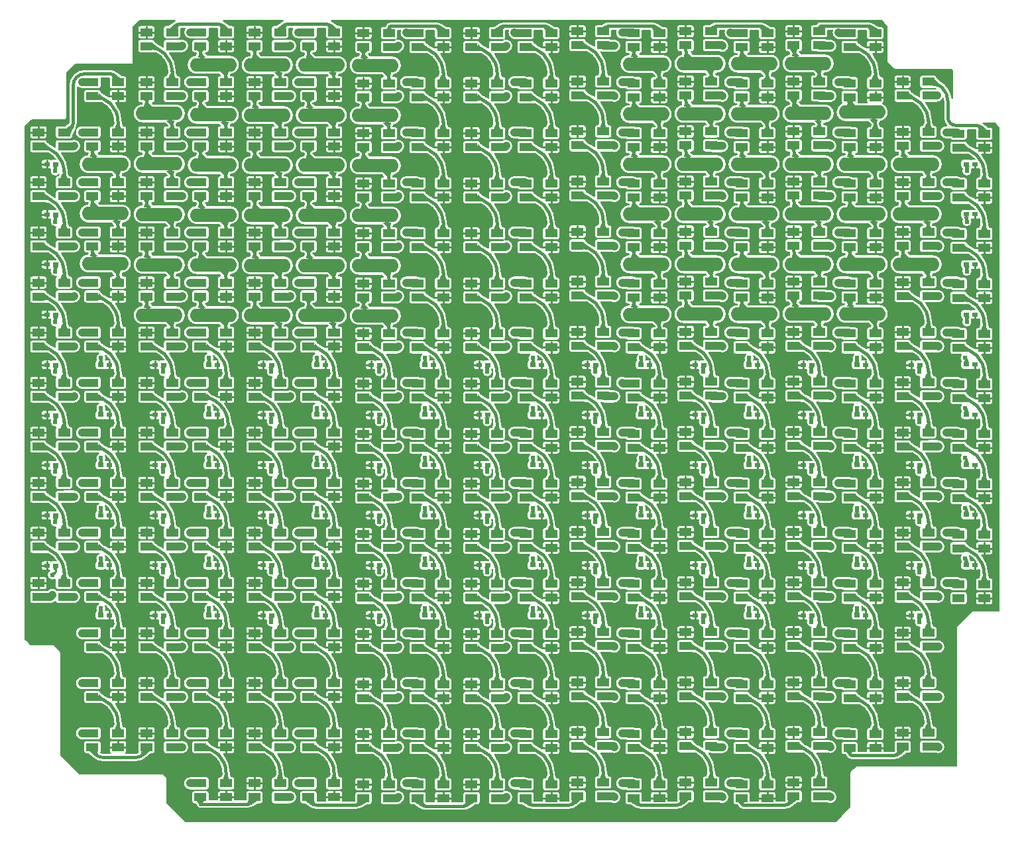
<source format=gtl>
G04 Layer name: Top Layer*
G04 Generated by EasyEDA v1.3.13.eb2668, 2021-11-16 08:35:18*
G04 Gerber Generator version 0.3*
G04 Scale: 100 percent, Rotated: No, Reflected: No*
G04 Dimensions in inches*
G04 Leading zeros omitted, absolute positions, 5 integers and 5 decimals*
%FSLAX55Y55*%
%MOIN*%
%ADD999C,0.008*%
%ADD10C,0.01*%
%ADD11O,0.2362X0.0689*%
%ADD12R,0.0608X0.0393*%
%ADD13R,0.0311X0.0213*%
%ADD14C,0.024016*%
%ADD15C,0.015748*%
%ADD16C,0.0394*%
%ADD17C,0.0118*%
G75*


G04 Copper Start*
G36*
G01X67584Y-343090D02*
G01X58410Y-333916D01*
G01Y-322000D01*
G03X57997Y-321003I-1410J0D01*
G01X56497Y-319503D01*
G03X55500Y-319090I-997J-997D01*
G01X14084D01*
G01X4910Y-309916D01*
G01Y-259000D01*
G01Y-258500D01*
G03X4497Y-257503I-1410J0D01*
G01X1497Y-254503D01*
G03X500Y-254090I-997J-997D01*
G01X-10416D01*
G01X-10642Y-253864D01*
G01X-11503Y-253003D01*
G01X-13090Y-251416D01*
G01Y6416D01*
G01X-9916Y9590D01*
G01X6500D01*
G03X7910Y11000I0J1410D01*
G01Y33416D01*
G01X12084Y37590D01*
G01X40000D01*
G03X41410Y39000I0J1410D01*
G01Y56416D01*
G01X44584Y59590D01*
G01X62237D01*
G03X61063Y58845I2650J-5477D01*
G01X59023Y57269D01*
G01X57741D01*
G03X56331Y55859I0J-1410D01*
G01Y51929D01*
G03X57741Y50519I1410J0D01*
G01X63821D01*
G03X65231Y51929I0J1410D01*
G01Y55803D01*
G01X67206D01*
G03X66616Y53895I2790J-1908D01*
G03X69996Y50515I3380J0D01*
G01X75046D01*
G03X75230Y50520I0J3380D01*
G01X78086D01*
G03X79496Y51930I0J1410D01*
G01Y55803D01*
G01X83496D01*
G01Y51930D01*
G03X84906Y50520I1410J0D01*
G01X90986D01*
G03X92396Y51930I0J1410D01*
G01Y55860D01*
G03X90986Y57270I-1410J0D01*
G01X89848D01*
G01X87758Y58832D01*
G03X86541Y59590I-3917J-4937D01*
G01X116518D01*
G03X115298Y58831I2700J-5696D01*
G01X113209Y57269D01*
G01X112071D01*
G03X110661Y55859I0J-1410D01*
G01Y51929D01*
G03X112071Y50519I1410J0D01*
G01X118151D01*
G03X119561Y51929I0J1410D01*
G01Y55803D01*
G01X121372D01*
G03X120781Y53894I2789J-1909D01*
G03X124161Y50514I3380J0D01*
G01X129377D01*
G03X129561Y50519I0J3380D01*
G01X132417D01*
G03X133827Y51929I0J1410D01*
G01Y55803D01*
G01X137827D01*
G01Y51929D01*
G03X139237Y50519I1410J0D01*
G01X145317D01*
G03X146727Y51929I0J1410D01*
G01Y55859D01*
G03X145317Y57269I-1410J0D01*
G01X144179D01*
G01X142090Y58831D01*
G03X140870Y59590I-3919J-4937D01*
G01X417416D01*
G01X420090Y56916D01*
G01Y39500D01*
G03X420503Y38503I1410J0D01*
G01X423503Y35503D01*
G03X424500Y35090I997J997D01*
G01X452416D01*
G01X453090Y34416D01*
G01Y20626D01*
G03X447135Y29505I-11994J-1609D01*
G01X445545Y30923D01*
G03X444136Y32297I-1410J-36D01*
G01X438056D01*
G03X436646Y30887I0J-1410D01*
G01Y26957D01*
G03X438056Y25547I1410J0D01*
G01X442773D01*
G01X444783Y25303D01*
G01X444777Y25302D01*
G01X441096D01*
G03X440912Y25297I0J-3380D01*
G01X438056D01*
G03X436646Y23887I0J-1410D01*
G01Y21533D01*
G03X434200Y22874I-8450J-12511D01*
G01X432632Y24080D01*
G03X431236Y25297I-1397J-193D01*
G01X425156D01*
G03X423746Y23887I0J-1410D01*
G01Y19957D01*
G03X425156Y18547I1410J0D01*
G01X430256D01*
G01X433114Y18528D01*
G02X438898Y9022I-4918J-9506D01*
G01Y8334D01*
G01X438384Y7100D01*
G01X438056D01*
G03X436646Y5690I0J-1410D01*
G01Y1760D01*
G03X438056Y350I1410J0D01*
G01X444136D01*
G03X445546Y1760I0J1410D01*
G01Y5690D01*
G03X444136Y7100I-1410J0D01*
G01X443807D01*
G01X443293Y8334D01*
G01Y9022D01*
G03X439909Y18547I-15097J0D01*
G01X440912D01*
G03X441096Y18542I184J3375D01*
G01X445422D01*
G03X447812Y19532I0J3380D01*
G01X447890Y19610D01*
G03X448618Y20695I-2390J2390D01*
G02X448803Y19018I-7522J-1677D01*
G01Y11000D01*
G03X450370Y6880I6197J0D01*
G01X450146D01*
G03X446766Y3500I0J-3380D01*
G03X450146Y120I3380J0D01*
G01X452121D01*
G03X453321Y-550I1200J740D01*
G01X456177D01*
G03X456361Y-555I184J3375D01*
G03X456545Y-550I0J3380D01*
G01X459401D01*
G03X460811Y860I0J1410D01*
G01Y4790D01*
G01Y4803D01*
G01X464811D01*
G01Y4790D01*
G01Y860D01*
G03X466221Y-550I1410J0D01*
G01X472301D01*
G03X473711Y860I0J1410D01*
G01Y4790D01*
G03X472301Y6200I-1410J0D01*
G01X471173D01*
G01X469108Y7767D01*
G03X468676Y8090I-4022J-4942D01*
G01X474423D01*
G03X474503Y8003I1077J910D01*
G01X476590Y5916D01*
G01Y-237090D01*
G01X464000D01*
G03X463003Y-237503I0J-1410D01*
G01X455503Y-245003D01*
G03X455090Y-246000I997J-997D01*
G01Y-315090D01*
G01X405500D01*
G03X404503Y-315503I0J-1410D01*
G01X402003Y-318003D01*
G03X401590Y-319000I997J-997D01*
G01Y-335916D01*
G01X394416Y-343090D01*
G01X67584D01*
G37*
%LPC*%
G36*
G01X228267Y-334889D02*
G03X230657Y-333899I0J3380D01*
G01X231213Y-333343D01*
G03X232203Y-330953I-2390J2390D01*
G03X228823Y-327573I-3380J0D01*
G03X228084Y-327655I0J-3380D01*
G03X228723Y-326474I-771J1180D01*
G01Y-322544D01*
G03X227313Y-321134I-1410J0D01*
G01X226984D01*
G01X226470Y-319900D01*
G01Y-319212D01*
G03X223086Y-309687I-15097J0D01*
G01X224089D01*
G03X224273Y-309692I184J3375D01*
G01X228267D01*
G03X230657Y-308702I0J3380D01*
G01X231213Y-308146D01*
G03X232203Y-305756I-2390J2390D01*
G03X228823Y-302376I-3380J0D01*
G03X228084Y-302458I0J-3380D01*
G03X228723Y-301277I-771J1180D01*
G01Y-297347D01*
G03X227313Y-295937I-1410J0D01*
G01X226984D01*
G01X226470Y-294703D01*
G01Y-294015D01*
G03X223086Y-284490I-15097J0D01*
G01X224089D01*
G03X224273Y-284495I184J3375D01*
G01X228267D01*
G03X230657Y-283505I0J3380D01*
G01X231213Y-282949D01*
G03X232203Y-280559I-2390J2390D01*
G03X228823Y-277179I-3380J0D01*
G03X228084Y-277261I0J-3380D01*
G03X228723Y-276080I-771J1180D01*
G01Y-272150D01*
G03X227313Y-270740I-1410J0D01*
G01X226984D01*
G01X226470Y-269506D01*
G01Y-268819D01*
G01Y-268818D01*
G03X223086Y-259293I-15097J0D01*
G01X224089D01*
G03X224273Y-259298I184J3375D01*
G01X228267D01*
G03X230657Y-258308I0J3380D01*
G01X231213Y-257752D01*
G03X232203Y-255362I-2390J2390D01*
G03X228823Y-251982I-3380J0D01*
G03X228084Y-252064I0J-3380D01*
G03X228723Y-250883I-771J1180D01*
G01Y-246953D01*
G03X227313Y-245543I-1410J0D01*
G01X226984D01*
G01X226470Y-244309D01*
G01Y-243622D01*
G03X223086Y-234097I-15097J0D01*
G01X224089D01*
G03X224273Y-234102I184J3375D01*
G01X228267D01*
G03X230657Y-233112I0J3380D01*
G01X231213Y-232555D01*
G03X232203Y-230165I-2390J2390D01*
G03X228823Y-226785I-3380J0D01*
G03X228084Y-226867I0J-3380D01*
G03X228723Y-225687I-771J1180D01*
G01Y-221757D01*
G03X227313Y-220347I-1410J0D01*
G01X226984D01*
G01X226470Y-219112D01*
G01Y-218425D01*
G03X223086Y-208900I-15097J0D01*
G01X224089D01*
G03X224273Y-208905I184J3375D01*
G01X228267D01*
G03X230657Y-207915I0J3380D01*
G01X231213Y-207358D01*
G03X232203Y-204968I-2390J2390D01*
G03X228823Y-201588I-3380J0D01*
G03X228084Y-201670I0J-3380D01*
G03X228723Y-200490I-771J1180D01*
G01Y-196560D01*
G03X227313Y-195150I-1410J0D01*
G01X226984D01*
G01X226470Y-193916D01*
G01Y-193228D01*
G03X223086Y-183703I-15097J0D01*
G01X224089D01*
G03X224273Y-183708I184J3375D01*
G01X228267D01*
G03X230657Y-182718I0J3380D01*
G01X231213Y-182162D01*
G03X232203Y-179772I-2390J2390D01*
G03X228823Y-176392I-3380J0D01*
G03X228084Y-176473I0J-3380D01*
G03X228723Y-175293I-771J1180D01*
G01Y-171363D01*
G03X227313Y-169953I-1410J0D01*
G01X226984D01*
G01X226470Y-168719D01*
G01Y-168031D01*
G03X223086Y-158506I-15097J0D01*
G01X224089D01*
G03X224273Y-158511I184J3375D01*
G01X228267D01*
G03X230657Y-157521I0J3380D01*
G01X231213Y-156965D01*
G03X232203Y-154575I-2390J2390D01*
G03X228823Y-151195I-3380J0D01*
G03X228084Y-151277I0J-3380D01*
G03X228723Y-150096I-771J1180D01*
G01Y-146166D01*
G03X227313Y-144756I-1410J0D01*
G01X226984D01*
G01X226470Y-143522D01*
G01Y-142834D01*
G03X223086Y-133309I-15097J0D01*
G01X224089D01*
G03X224273Y-133314I184J3375D01*
G01X228267D01*
G03X230657Y-132324I0J3380D01*
G01X231213Y-131768D01*
G03X232203Y-129378I-2390J2390D01*
G03X228823Y-125998I-3380J0D01*
G03X228084Y-126080I0J-3380D01*
G03X228723Y-124899I-771J1180D01*
G01Y-120969D01*
G03X227313Y-119559I-1410J0D01*
G01X226984D01*
G01X226470Y-118325D01*
G01Y-117637D01*
G03X223086Y-108112I-15097J0D01*
G01X224089D01*
G03X224273Y-108117I184J3375D01*
G01X228267D01*
G03X230657Y-107127I0J3380D01*
G01X231213Y-106571D01*
G03X232203Y-104181I-2390J2390D01*
G03X228823Y-100801I-3380J0D01*
G03X228084Y-100883I0J-3380D01*
G03X228723Y-99702I-771J1180D01*
G01Y-95772D01*
G03X227313Y-94362I-1410J0D01*
G01X226984D01*
G01X226470Y-93128D01*
G01Y-92441D01*
G03X223086Y-82916I-15097J0D01*
G01X224089D01*
G03X224273Y-82921I184J3375D01*
G01X228267D01*
G03X230657Y-81931I0J3380D01*
G01X231213Y-81374D01*
G03X232203Y-78984I-2390J2390D01*
G03X228823Y-75604I-3380J0D01*
G03X228084Y-75686I0J-3380D01*
G03X228723Y-74506I-771J1180D01*
G01Y-70576D01*
G03X227313Y-69166I-1410J0D01*
G01X226984D01*
G01X226470Y-67931D01*
G01Y-67244D01*
G03X223086Y-57719I-15097J0D01*
G01X224089D01*
G03X224273Y-57724I184J3375D01*
G01X228267D01*
G03X230657Y-56734I0J3380D01*
G01X231213Y-56177D01*
G03X232203Y-53787I-2390J2390D01*
G03X228823Y-50407I-3380J0D01*
G03X228084Y-50489I0J-3380D01*
G03X228723Y-49309I-771J1180D01*
G01Y-45379D01*
G03X227313Y-43969I-1410J0D01*
G01X226984D01*
G01X226470Y-42734D01*
G01Y-42047D01*
G03X223086Y-32522I-15097J0D01*
G01X224089D01*
G03X224273Y-32527I184J3375D01*
G01X228267D01*
G03X230657Y-31537I0J3380D01*
G01X231213Y-30981D01*
G03X232203Y-28591I-2390J2390D01*
G03X228823Y-25211I-3380J0D01*
G03X228084Y-25292I0J-3380D01*
G03X228723Y-24112I-771J1180D01*
G01Y-20182D01*
G03X227313Y-18772I-1410J0D01*
G01X226984D01*
G01X226470Y-17538D01*
G01Y-16850D01*
G03X223086Y-7325I-15097J0D01*
G01X224089D01*
G03X224273Y-7330I184J3375D01*
G01X228267D01*
G03X230657Y-6340I0J3380D01*
G01X231213Y-5784D01*
G03X232203Y-3394I-2390J2390D01*
G03X228823Y-14I-3380J0D01*
G03X228084Y-95I0J-3380D01*
G03X228723Y1085I-771J1180D01*
G01Y5015D01*
G03X227313Y6425I-1410J0D01*
G01X226984D01*
G01X226470Y7659D01*
G01Y8347D01*
G03X223086Y17872I-15097J0D01*
G01X224089D01*
G03X224273Y17867I184J3375D01*
G01X228267D01*
G03X230657Y18857I0J3380D01*
G01X231213Y19413D01*
G03X232203Y21803I-2390J2390D01*
G03X228823Y25183I-3380J0D01*
G03X228084Y25101I0J-3380D01*
G03X228723Y26282I-771J1180D01*
G01Y30212D01*
G03X227313Y31622I-1410J0D01*
G01X226984D01*
G01X226470Y32856D01*
G01Y33544D01*
G03X223086Y43069I-15097J0D01*
G01X224089D01*
G03X224273Y43064I184J3375D01*
G01X228267D01*
G03X230657Y44054I0J3380D01*
G01X231213Y44610D01*
G03X232203Y47000I-2390J2390D01*
G03X228823Y50380I-3380J0D01*
G03X228084Y50298I0J-3380D01*
G03X228723Y51479I-771J1180D01*
G01Y54803D01*
G01X229899D01*
G03X229694Y53643I3175J-1160D01*
G03X230684Y51252I3380J0D01*
G01X230883Y51054D01*
G03X233273Y50064I2390J2390D01*
G01X238538D01*
G03X238722Y50069I0J3380D01*
G01X241578D01*
G03X242988Y51479I0J1410D01*
G01Y54803D01*
G01X246988D01*
G01Y51479D01*
G03X248398Y50069I1410J0D01*
G01X254478D01*
G03X255888Y51479I0J1410D01*
G01Y55409D01*
G03X254478Y56819I-1410J0D01*
G01X253251D01*
G01X251086Y58223D01*
G03X250926Y58326I-3204J-4779D01*
G03X247882Y59197I-3044J-4882D01*
G01X227829D01*
G03X224785Y58326I0J-5754D01*
G03X224625Y58223I3044J-4882D01*
G01X222460Y56819D01*
G01X221233D01*
G03X219823Y55409I0J-1410D01*
G01Y51479D01*
G03X221233Y50069I1410J0D01*
G01X227313D01*
G03X227414Y50072I0J1410D01*
G03X226965Y49824I1409J-3072D01*
G01X224273D01*
G03X224089Y49819I0J-3380D01*
G01X221233D01*
G03X219823Y48409I0J-1410D01*
G01Y46055D01*
G03X217377Y47396I-8450J-12511D01*
G01X215810Y48601D01*
G03X214413Y49819I-1397J-193D01*
G01X208333D01*
G03X206923Y48409I0J-1410D01*
G01Y44479D01*
G03X208333Y43069I1410J0D01*
G01X213434D01*
G01X216291Y43049D01*
G02X222075Y33544I-4918J-9506D01*
G01Y32856D01*
G01X221561Y31622D01*
G01X221233D01*
G03X219823Y30212I0J-1410D01*
G01Y26282D01*
G03X221233Y24872I1410J0D01*
G01X227313D01*
G03X227414Y24875I0J1410D01*
G03X226965Y24627I1409J-3072D01*
G01X224273D01*
G03X224089Y24622I0J-3380D01*
G01X221233D01*
G03X219823Y23212I0J-1410D01*
G01Y20858D01*
G03X217377Y22199I-8450J-12511D01*
G01X215810Y23405D01*
G03X214413Y24622I-1397J-193D01*
G01X208333D01*
G03X206923Y23212I0J-1410D01*
G01Y19282D01*
G03X208333Y17872I1410J0D01*
G01X213434D01*
G01X216291Y17853D01*
G02X222075Y8347I-4918J-9506D01*
G01Y7659D01*
G01X221561Y6425D01*
G01X221233D01*
G03X219823Y5015I0J-1410D01*
G01Y1085D01*
G03X221233Y-325I1410J0D01*
G01X227313D01*
G03X227414Y-321I0J1410D01*
G03X226965Y-570I1409J-3072D01*
G01X224273D01*
G03X224089Y-575I0J-3380D01*
G01X221233D01*
G03X219823Y-1985I0J-1410D01*
G01Y-4339D01*
G03X217377Y-2998I-8450J-12511D01*
G01X215810Y-1792D01*
G03X214413Y-575I-1397J-193D01*
G01X208333D01*
G03X206923Y-1985I0J-1410D01*
G01Y-5915D01*
G03X208333Y-7325I1410J0D01*
G01X213434D01*
G01X216291Y-7344D01*
G02X222075Y-16850I-4918J-9506D01*
G01Y-17538D01*
G01X221561Y-18772D01*
G01X221233D01*
G03X219823Y-20182I0J-1410D01*
G01Y-24112D01*
G03X221233Y-25522I1410J0D01*
G01X227313D01*
G03X227414Y-25518I0J1410D01*
G03X226965Y-25767I1409J-3072D01*
G01X224273D01*
G03X224089Y-25772I0J-3380D01*
G01X221233D01*
G03X219823Y-27182I0J-1410D01*
G01Y-29536D01*
G03X217377Y-28195I-8450J-12511D01*
G01X215810Y-26989D01*
G03X214413Y-25772I-1397J-193D01*
G01X208333D01*
G03X206923Y-27182I0J-1410D01*
G01Y-31112D01*
G03X208333Y-32522I1410J0D01*
G01X213434D01*
G01X216291Y-32541D01*
G02X222075Y-42047I-4918J-9506D01*
G01Y-42734D01*
G01X221561Y-43969D01*
G01X221233D01*
G03X219823Y-45379I0J-1410D01*
G01Y-49309D01*
G03X221233Y-50719I1410J0D01*
G01X227313D01*
G03X227414Y-50715I0J1410D01*
G03X226965Y-50964I1409J-3072D01*
G01X224273D01*
G03X224089Y-50969I0J-3380D01*
G01X221233D01*
G03X219823Y-52379I0J-1410D01*
G01Y-54733D01*
G03X217377Y-53392I-8450J-12511D01*
G01X215810Y-52186D01*
G03X214413Y-50969I-1397J-193D01*
G01X208333D01*
G03X206923Y-52379I0J-1410D01*
G01Y-56309D01*
G03X208333Y-57719I1410J0D01*
G01X213434D01*
G01X216291Y-57738D01*
G02X222075Y-67244I-4918J-9506D01*
G01Y-67931D01*
G01X221561Y-69166D01*
G01X221233D01*
G03X219823Y-70576I0J-1410D01*
G01Y-74506D01*
G03X221233Y-75916I1410J0D01*
G01X227313D01*
G03X227414Y-75912I0J1410D01*
G03X226965Y-76161I1409J-3072D01*
G01X224273D01*
G03X224089Y-76166I0J-3380D01*
G01X221233D01*
G03X219823Y-77576I0J-1410D01*
G01Y-79929D01*
G03X217377Y-78588I-8450J-12511D01*
G01X215810Y-77383D01*
G03X214413Y-76166I-1397J-193D01*
G01X208333D01*
G03X206923Y-77576I0J-1410D01*
G01Y-81506D01*
G03X208333Y-82916I1410J0D01*
G01X213434D01*
G01X216291Y-82935D01*
G02X222075Y-92441I-4918J-9506D01*
G01Y-93128D01*
G01X221561Y-94362D01*
G01X221233D01*
G03X219823Y-95772I0J-1410D01*
G01Y-99702D01*
G03X221233Y-101112I1410J0D01*
G01X227313D01*
G03X227414Y-101109I0J1410D01*
G03X226965Y-101357I1409J-3072D01*
G01X224273D01*
G03X224089Y-101362I0J-3380D01*
G01X221233D01*
G03X219823Y-102772I0J-1410D01*
G01Y-105126D01*
G03X217377Y-103785I-8450J-12511D01*
G01X215810Y-102580D01*
G03X214413Y-101362I-1397J-193D01*
G01X208333D01*
G03X206923Y-102772I0J-1410D01*
G01Y-106702D01*
G03X208333Y-108112I1410J0D01*
G01X213434D01*
G01X216291Y-108132D01*
G02X219788Y-111025I-4918J-9506D01*
G01X217918D01*
G03X217323Y-111157I0J-1410D01*
G03X216728Y-111025I-595J-1278D01*
G01X213618D01*
G03X212208Y-112435I0J-1410D01*
G01Y-114565D01*
G03X213618Y-115975I1410J0D01*
G01X216728D01*
G03X216928Y-115961I0J1410D01*
G03X216712Y-117000I2395J-1039D01*
G03X219323Y-119611I2611J0D01*
G03X221934Y-117000I0J2611D01*
G03X221656Y-115828I-2611J0D01*
G03X221894Y-115677I-628J1263D01*
G02X222075Y-117637I-10522J-1960D01*
G01Y-118325D01*
G01X221561Y-119559D01*
G01X221233D01*
G03X219823Y-120969I0J-1410D01*
G01Y-124899D01*
G03X221233Y-126309I1410J0D01*
G01X227313D01*
G03X227414Y-126306I0J1410D01*
G03X226965Y-126554I1409J-3072D01*
G01X224273D01*
G03X224089Y-126559I0J-3380D01*
G01X221233D01*
G03X219823Y-127969I0J-1410D01*
G01Y-130323D01*
G03X217377Y-128982I-8450J-12511D01*
G01X215810Y-127776D01*
G03X214413Y-126559I-1397J-193D01*
G01X208333D01*
G03X206923Y-127969I0J-1410D01*
G01Y-131899D01*
G03X208333Y-133309I1410J0D01*
G01X213434D01*
G01X216291Y-133328D01*
G02X219788Y-136222I-4918J-9506D01*
G01X217918D01*
G03X217323Y-136354I0J-1410D01*
G03X216728Y-136222I-595J-1278D01*
G01X213618D01*
G03X212208Y-137632I0J-1410D01*
G01Y-139762D01*
G03X213618Y-141172I1410J0D01*
G01X216728D01*
G03X216928Y-141158I0J1410D01*
G03X216712Y-142197I2395J-1039D01*
G03X219323Y-144808I2611J0D01*
G03X221934Y-142197I0J2611D01*
G03X221656Y-141024I-2611J0D01*
G03X221894Y-140874I-628J1263D01*
G02X222075Y-142834I-10522J-1960D01*
G01Y-143522D01*
G01X221561Y-144756D01*
G01X221233D01*
G03X219823Y-146166I0J-1410D01*
G01Y-150096D01*
G03X221233Y-151506I1410J0D01*
G01X227313D01*
G03X227414Y-151502I0J1410D01*
G03X226965Y-151751I1409J-3072D01*
G01X224273D01*
G03X224089Y-151756I0J-3380D01*
G01X221233D01*
G03X219823Y-153166I0J-1410D01*
G01Y-155520D01*
G03X217377Y-154179I-8450J-12511D01*
G01X215810Y-152973D01*
G03X214413Y-151756I-1397J-193D01*
G01X208333D01*
G03X206923Y-153166I0J-1410D01*
G01Y-157096D01*
G03X208333Y-158506I1410J0D01*
G01X213434D01*
G01X216291Y-158525D01*
G02X219788Y-161419I-4918J-9506D01*
G01X217918D01*
G03X217323Y-161550I0J-1410D01*
G03X216728Y-161419I-595J-1278D01*
G01X213618D01*
G03X212208Y-162829I0J-1410D01*
G01Y-164959D01*
G03X213618Y-166369I1410J0D01*
G01X216728D01*
G03X216928Y-166354I0J1410D01*
G03X216712Y-167394I2395J-1039D01*
G03X219323Y-170004I2611J0D01*
G03X221934Y-167394I0J2611D01*
G03X221656Y-166221I-2611J0D01*
G03X221894Y-166071I-628J1263D01*
G02X222075Y-168031I-10522J-1960D01*
G01Y-168719D01*
G01X221561Y-169953D01*
G01X221233D01*
G03X219823Y-171363I0J-1410D01*
G01Y-175293D01*
G03X221233Y-176703I1410J0D01*
G01X227313D01*
G03X227414Y-176699I0J1410D01*
G03X226965Y-176948I1409J-3072D01*
G01X224273D01*
G03X224089Y-176953I0J-3380D01*
G01X221233D01*
G03X219823Y-178363I0J-1410D01*
G01Y-180717D01*
G03X217377Y-179376I-8450J-12511D01*
G01X215810Y-178170D01*
G03X214413Y-176953I-1397J-193D01*
G01X208333D01*
G03X206923Y-178363I0J-1410D01*
G01Y-182293D01*
G03X208333Y-183703I1410J0D01*
G01X213434D01*
G01X216291Y-183722D01*
G02X219788Y-186616I-4918J-9506D01*
G01X217918D01*
G03X217323Y-186747I0J-1410D01*
G03X216728Y-186616I-595J-1278D01*
G01X213618D01*
G03X212208Y-188026I0J-1410D01*
G01Y-190156D01*
G03X213618Y-191566I1410J0D01*
G01X216728D01*
G03X216928Y-191551I0J1410D01*
G03X216712Y-192591I2395J-1039D01*
G03X219323Y-195201I2611J0D01*
G03X221934Y-192591I0J2611D01*
G03X221656Y-191418I-2611J0D01*
G03X221894Y-191268I-628J1263D01*
G02X222075Y-193228I-10522J-1960D01*
G01Y-193916D01*
G01X221561Y-195150D01*
G01X221233D01*
G03X219823Y-196560I0J-1410D01*
G01Y-200490D01*
G03X221233Y-201900I1410J0D01*
G01X227313D01*
G03X227414Y-201896I0J1410D01*
G03X226965Y-202145I1409J-3072D01*
G01X224273D01*
G03X224089Y-202150I0J-3380D01*
G01X221233D01*
G03X219823Y-203560I0J-1410D01*
G01Y-205914D01*
G03X217377Y-204573I-8450J-12511D01*
G01X215810Y-203367D01*
G03X214413Y-202150I-1397J-193D01*
G01X208333D01*
G03X206923Y-203560I0J-1410D01*
G01Y-207490D01*
G03X208333Y-208900I1410J0D01*
G01X213434D01*
G01X216291Y-208919D01*
G02X219788Y-211812I-4918J-9506D01*
G01X217918D01*
G03X217323Y-211944I0J-1410D01*
G03X216728Y-211812I-595J-1278D01*
G01X213618D01*
G03X212208Y-213222I0J-1410D01*
G01Y-215352D01*
G03X213618Y-216762I1410J0D01*
G01X216728D01*
G03X216928Y-216748I0J1410D01*
G03X216712Y-217787I2395J-1039D01*
G03X219323Y-220398I2611J0D01*
G03X221934Y-217787I0J2611D01*
G03X221656Y-216615I-2611J0D01*
G03X221894Y-216465I-628J1263D01*
G02X222075Y-218425I-10522J-1960D01*
G01Y-219112D01*
G01X221561Y-220347D01*
G01X221233D01*
G03X219823Y-221757I0J-1410D01*
G01Y-225687D01*
G03X221233Y-227097I1410J0D01*
G01X227313D01*
G03X227414Y-227093I0J1410D01*
G03X226965Y-227342I1409J-3072D01*
G01X224273D01*
G03X224089Y-227347I0J-3380D01*
G01X221233D01*
G03X219823Y-228757I0J-1410D01*
G01Y-231110D01*
G03X217377Y-229770I-8450J-12511D01*
G01X215810Y-228564D01*
G03X214413Y-227347I-1397J-193D01*
G01X208333D01*
G03X206923Y-228757I0J-1410D01*
G01Y-232687D01*
G03X208333Y-234097I1410J0D01*
G01X213434D01*
G01X216291Y-234116D01*
G02X219788Y-237009I-4918J-9506D01*
G01X217918D01*
G03X217323Y-237141I0J-1410D01*
G03X216728Y-237009I-595J-1278D01*
G01X213618D01*
G03X212208Y-238419I0J-1410D01*
G01Y-240549D01*
G03X213618Y-241959I1410J0D01*
G01X216728D01*
G03X216928Y-241945I0J1410D01*
G03X216712Y-242984I2395J-1039D01*
G03X219323Y-245595I2611J0D01*
G03X221934Y-242984I0J2611D01*
G03X221656Y-241812I-2611J0D01*
G03X221894Y-241662I-628J1263D01*
G02X222075Y-243622I-10522J-1960D01*
G01Y-244309D01*
G01X221561Y-245543D01*
G01X221233D01*
G03X219823Y-246953I0J-1410D01*
G01Y-250883D01*
G03X221233Y-252293I1410J0D01*
G01X227313D01*
G03X227414Y-252290I0J1410D01*
G03X226965Y-252538I1409J-3072D01*
G01X224273D01*
G03X224089Y-252543I0J-3380D01*
G01X221233D01*
G03X219823Y-253953I0J-1410D01*
G01Y-256307D01*
G03X217377Y-254966I-8450J-12511D01*
G01X215810Y-253761D01*
G03X214413Y-252543I-1397J-193D01*
G01X208333D01*
G03X206923Y-253953I0J-1410D01*
G01Y-257883D01*
G03X208333Y-259293I1410J0D01*
G01X213434D01*
G01X216291Y-259313D01*
G02X222075Y-268818I-4918J-9506D01*
G01Y-268819D01*
G01Y-269506D01*
G01X221561Y-270740D01*
G01X221233D01*
G03X219823Y-272150I0J-1410D01*
G01Y-276080D01*
G03X221233Y-277490I1410J0D01*
G01X227313D01*
G03X227414Y-277487I0J1410D01*
G03X226965Y-277735I1409J-3072D01*
G01X224273D01*
G03X224089Y-277740I0J-3380D01*
G01X221233D01*
G03X219823Y-279150I0J-1410D01*
G01Y-281504D01*
G03X217377Y-280163I-8450J-12511D01*
G01X215810Y-278958D01*
G03X214413Y-277740I-1397J-193D01*
G01X208333D01*
G03X206923Y-279150I0J-1410D01*
G01Y-283080D01*
G03X208333Y-284490I1410J0D01*
G01X213434D01*
G01X216291Y-284510D01*
G02X222075Y-294015I-4918J-9506D01*
G01Y-294703D01*
G01X221561Y-295937D01*
G01X221233D01*
G03X219823Y-297347I0J-1410D01*
G01Y-301277D01*
G03X221233Y-302687I1410J0D01*
G01X227313D01*
G03X227414Y-302684I0J1410D01*
G03X226965Y-302932I1409J-3072D01*
G01X224273D01*
G03X224089Y-302937I0J-3380D01*
G01X221233D01*
G03X219823Y-304347I0J-1410D01*
G01Y-306701D01*
G03X217377Y-305360I-8450J-12511D01*
G01X215810Y-304154D01*
G03X214413Y-302937I-1397J-193D01*
G01X208333D01*
G03X206923Y-304347I0J-1410D01*
G01Y-308277D01*
G03X208333Y-309687I1410J0D01*
G01X213434D01*
G01X216291Y-309706D01*
G02X222075Y-319212I-4918J-9506D01*
G01Y-319900D01*
G01X221561Y-321134D01*
G01X221233D01*
G03X219823Y-322544I0J-1410D01*
G01Y-326474D01*
G03X221233Y-327884I1410J0D01*
G01X227313D01*
G03X227414Y-327880I0J1410D01*
G03X226965Y-328129I1409J-3072D01*
G01X224273D01*
G03X224089Y-328134I0J-3380D01*
G01X221233D01*
G03X219823Y-329544I0J-1410D01*
G01Y-333474D01*
G03X221233Y-334884I1410J0D01*
G01X224089D01*
G03X224273Y-334889I184J3375D01*
G01X228267D01*
G37*
G36*
G01X169758Y-334884D02*
G03X169942Y-334889I184J3375D01*
G01X173936D01*
G03X176326Y-333899I0J3380D01*
G01X176882Y-333343D01*
G03X177872Y-330953I-2390J2390D01*
G03X174492Y-327573I-3380J0D01*
G03X173753Y-327655I0J-3380D01*
G03X174392Y-326474I-771J1180D01*
G01Y-322544D01*
G03X172982Y-321134I-1410J0D01*
G01X172654D01*
G01X172140Y-319900D01*
G01Y-319212D01*
G03X168756Y-309687I-15097J0D01*
G01X169758D01*
G03X169942Y-309692I184J3375D01*
G01X173936D01*
G03X176326Y-308702I0J3380D01*
G01X176882Y-308146D01*
G03X177872Y-305756I-2390J2390D01*
G03X174492Y-302376I-3380J0D01*
G03X173753Y-302458I0J-3380D01*
G03X174392Y-301277I-771J1180D01*
G01Y-297347D01*
G03X172982Y-295937I-1410J0D01*
G01X172654D01*
G01X172140Y-294703D01*
G01Y-294015D01*
G03X168756Y-284490I-15097J0D01*
G01X169758D01*
G03X169942Y-284495I184J3375D01*
G01X173936D01*
G03X176326Y-283505I0J3380D01*
G01X176882Y-282949D01*
G03X177872Y-280559I-2390J2390D01*
G03X174492Y-277179I-3380J0D01*
G03X173753Y-277261I0J-3380D01*
G03X174392Y-276080I-771J1180D01*
G01Y-272150D01*
G03X172982Y-270740I-1410J0D01*
G01X172654D01*
G01X172140Y-269506D01*
G01Y-268819D01*
G01Y-268818D01*
G03X168756Y-259293I-15097J0D01*
G01X169758D01*
G03X169942Y-259298I184J3375D01*
G01X173936D01*
G03X176326Y-258309I0J3380D01*
G01X176882Y-257752D01*
G03X177872Y-255362I-2390J2390D01*
G03X174492Y-251982I-3380J0D01*
G03X173753Y-252064I0J-3380D01*
G03X174392Y-250883I-771J1180D01*
G01Y-246953D01*
G03X172982Y-245543I-1410J0D01*
G01X172654D01*
G01X172140Y-244309D01*
G01Y-243622D01*
G03X168756Y-234097I-15097J0D01*
G01X169758D01*
G03X169942Y-234102I184J3375D01*
G01X173936D01*
G03X176326Y-233112I0J3380D01*
G01X176882Y-232555D01*
G03X177872Y-230165I-2390J2390D01*
G03X174492Y-226785I-3380J0D01*
G03X173753Y-226867I0J-3380D01*
G03X174392Y-225687I-771J1180D01*
G01Y-221757D01*
G03X172982Y-220347I-1410J0D01*
G01X172654D01*
G01X172140Y-219112D01*
G01Y-218425D01*
G03X168756Y-208900I-15097J0D01*
G01X169758D01*
G03X169942Y-208905I184J3375D01*
G01X173936D01*
G03X176326Y-207915I0J3380D01*
G01X176882Y-207359D01*
G03X177872Y-204968I-2390J2390D01*
G03X174492Y-201588I-3380J0D01*
G03X173753Y-201670I0J-3380D01*
G03X174392Y-200490I-771J1180D01*
G01Y-196560D01*
G03X172982Y-195150I-1410J0D01*
G01X172654D01*
G01X172140Y-193916D01*
G01Y-193228D01*
G03X168756Y-183703I-15097J0D01*
G01X169758D01*
G03X169942Y-183708I184J3375D01*
G03X170126Y-183703I0J3380D01*
G01X172982D01*
G03X174100Y-183152I0J1410D01*
G01X174492D01*
G03X177872Y-179772I0J3380D01*
G03X174492Y-176392I-3380J0D01*
G01X173866D01*
G03X174392Y-175293I-884J1099D01*
G01Y-171363D01*
G03X172982Y-169953I-1410J0D01*
G01X172654D01*
G01X172140Y-168719D01*
G01Y-168031D01*
G03X168756Y-158506I-15097J0D01*
G01X169758D01*
G03X169942Y-158511I184J3375D01*
G01X173936D01*
G03X176326Y-157521I0J3380D01*
G01X176882Y-156965D01*
G03X177872Y-154575I-2390J2390D01*
G03X174492Y-151195I-3380J0D01*
G03X173753Y-151277I0J-3380D01*
G03X174392Y-150096I-771J1180D01*
G01Y-146166D01*
G03X172982Y-144756I-1410J0D01*
G01X172654D01*
G01X172140Y-143522D01*
G01Y-142834D01*
G03X168756Y-133309I-15097J0D01*
G01X169758D01*
G03X169942Y-133314I184J3375D01*
G01X173936D01*
G03X176326Y-132324I0J3380D01*
G01X176882Y-131768D01*
G03X177872Y-129378I-2390J2390D01*
G03X174492Y-125998I-3380J0D01*
G03X173753Y-126080I0J-3380D01*
G03X174392Y-124899I-771J1180D01*
G01Y-120969D01*
G03X172982Y-119559I-1410J0D01*
G01X172654D01*
G01X172140Y-118325D01*
G01Y-117637D01*
G03X168756Y-108112I-15097J0D01*
G01X169758D01*
G03X169942Y-108117I184J3375D01*
G01X173936D01*
G03X176326Y-107127I0J3380D01*
G01X176882Y-106571D01*
G03X177872Y-104181I-2390J2390D01*
G03X174492Y-100801I-3380J0D01*
G03X173753Y-100883I0J-3380D01*
G03X174392Y-99702I-771J1180D01*
G01Y-95772D01*
G03X172982Y-94362I-1410J0D01*
G01X172070D01*
G01X172194Y-93576D01*
G03X176212Y-88794I-837J4782D01*
G03X171357Y-83939I-4855J0D01*
G01X160323D01*
G01X159514Y-82933D01*
G01X159527Y-82916D01*
G01X160082D01*
G03X161492Y-81506I0J1410D01*
G01Y-77576D01*
G03X160082Y-76166I-1410J0D01*
G01X154002D01*
G03X152592Y-77576I0J-1410D01*
G01Y-81506D01*
G03X154002Y-82916I1410J0D01*
G01X154557D01*
G01X154767Y-83201D01*
G01X154585Y-83939D01*
G03X149772Y-88794I42J-4855D01*
G03X154627Y-93649I4855J0D01*
G01X166229D01*
G01X166960Y-94362D01*
G01X166902D01*
G03X165492Y-95772I0J-1410D01*
G01Y-99702D01*
G03X166902Y-101112I1410J0D01*
G01X172982D01*
G03X173083Y-101109I0J1410D01*
G03X172634Y-101357I1409J-3072D01*
G01X169942D01*
G03X169758Y-101362I0J-3380D01*
G01X166902D01*
G03X165492Y-102772I0J-1410D01*
G01Y-105126D01*
G03X163046Y-103785I-8450J-12511D01*
G01X161479Y-102580D01*
G03X160082Y-101362I-1397J-193D01*
G01X154002D01*
G03X152592Y-102772I0J-1410D01*
G01Y-106702D01*
G03X154002Y-108112I1410J0D01*
G01X159103D01*
G01X161960Y-108132D01*
G02X165458Y-111025I-4918J-9506D01*
G01X163587D01*
G03X162992Y-111157I0J-1410D01*
G03X162397Y-111025I-595J-1278D01*
G01X159287D01*
G03X157877Y-112435I0J-1410D01*
G01Y-114565D01*
G03X159287Y-115975I1410J0D01*
G01X162397D01*
G03X162597Y-115961I0J1410D01*
G03X162381Y-117000I2395J-1039D01*
G03X164992Y-119611I2611J0D01*
G03X167603Y-117000I0J2611D01*
G03X167325Y-115828I-2611J0D01*
G03X167564Y-115677I-628J1263D01*
G02X167745Y-117637I-10522J-1960D01*
G01Y-118325D01*
G01X167230Y-119559D01*
G01X166902D01*
G03X165492Y-120969I0J-1410D01*
G01Y-124899D01*
G03X166902Y-126309I1410J0D01*
G01X172982D01*
G03X173083Y-126306I0J1410D01*
G03X172634Y-126554I1409J-3072D01*
G01X169942D01*
G03X169758Y-126559I0J-3380D01*
G01X166902D01*
G03X165492Y-127969I0J-1410D01*
G01Y-130323D01*
G03X163046Y-128982I-8450J-12511D01*
G01X161479Y-127776D01*
G03X160082Y-126559I-1397J-193D01*
G01X154002D01*
G03X152592Y-127969I0J-1410D01*
G01Y-131899D01*
G03X154002Y-133309I1410J0D01*
G01X159103D01*
G01X161960Y-133328D01*
G02X165458Y-136222I-4918J-9506D01*
G01X163587D01*
G03X162992Y-136354I0J-1410D01*
G03X162397Y-136222I-595J-1278D01*
G01X159287D01*
G03X157877Y-137632I0J-1410D01*
G01Y-139762D01*
G03X159287Y-141172I1410J0D01*
G01X162397D01*
G03X162597Y-141158I0J1410D01*
G03X162381Y-142197I2395J-1039D01*
G03X164992Y-144808I2611J0D01*
G03X167603Y-142197I0J2611D01*
G03X167325Y-141024I-2611J0D01*
G03X167564Y-140874I-628J1263D01*
G02X167745Y-142834I-10522J-1960D01*
G01Y-143522D01*
G01X167230Y-144756D01*
G01X166902D01*
G03X165492Y-146166I0J-1410D01*
G01Y-150096D01*
G03X166902Y-151506I1410J0D01*
G01X172982D01*
G03X173083Y-151502I0J1410D01*
G03X172634Y-151751I1409J-3072D01*
G01X169942D01*
G03X169758Y-151756I0J-3380D01*
G01X166902D01*
G03X165492Y-153166I0J-1410D01*
G01Y-155520D01*
G03X163046Y-154179I-8450J-12511D01*
G01X161479Y-152973D01*
G03X160082Y-151756I-1397J-193D01*
G01X154002D01*
G03X152592Y-153166I0J-1410D01*
G01Y-157096D01*
G03X154002Y-158506I1410J0D01*
G01X159103D01*
G01X161960Y-158525D01*
G02X165458Y-161419I-4918J-9506D01*
G01X163587D01*
G03X162992Y-161550I0J-1410D01*
G03X162397Y-161419I-595J-1278D01*
G01X159287D01*
G03X157877Y-162829I0J-1410D01*
G01Y-164959D01*
G03X159287Y-166369I1410J0D01*
G01X162397D01*
G03X162597Y-166354I0J1410D01*
G03X162381Y-167394I2395J-1039D01*
G03X164992Y-170004I2611J0D01*
G03X167603Y-167394I0J2611D01*
G03X167325Y-166221I-2611J0D01*
G03X167564Y-166071I-628J1263D01*
G02X167745Y-168031I-10522J-1960D01*
G01Y-168719D01*
G01X167230Y-169953D01*
G01X166902D01*
G03X165492Y-171363I0J-1410D01*
G01Y-175293D01*
G03X166902Y-176703I1410J0D01*
G01X169082D01*
G03X168633Y-176953I1417J-3069D01*
G01X166902D01*
G03X165492Y-178363I0J-1410D01*
G01Y-180717D01*
G03X163046Y-179376I-8450J-12511D01*
G01X161479Y-178170D01*
G03X160082Y-176953I-1397J-193D01*
G01X154002D01*
G03X152592Y-178363I0J-1410D01*
G01Y-182293D01*
G03X154002Y-183703I1410J0D01*
G01X159103D01*
G01X161960Y-183722D01*
G02X165458Y-186616I-4918J-9506D01*
G01X163587D01*
G03X162992Y-186747I0J-1410D01*
G03X162397Y-186616I-595J-1278D01*
G01X159287D01*
G03X157877Y-188026I0J-1410D01*
G01Y-190156D01*
G03X159287Y-191566I1410J0D01*
G01X162397D01*
G03X162597Y-191551I0J1410D01*
G03X162381Y-192591I2395J-1039D01*
G03X164992Y-195201I2611J0D01*
G03X167603Y-192591I0J2611D01*
G03X167325Y-191418I-2611J0D01*
G03X167564Y-191268I-628J1263D01*
G02X167745Y-193228I-10522J-1960D01*
G01Y-193916D01*
G01X167230Y-195150D01*
G01X166902D01*
G03X165492Y-196560I0J-1410D01*
G01Y-200490D01*
G03X166902Y-201900I1410J0D01*
G01X172982D01*
G03X173083Y-201896I0J1410D01*
G03X172634Y-202145I1409J-3072D01*
G01X169942D01*
G03X169758Y-202150I0J-3380D01*
G01X166902D01*
G03X165492Y-203560I0J-1410D01*
G01Y-205914D01*
G03X163046Y-204573I-8450J-12511D01*
G01X161479Y-203367D01*
G03X160082Y-202150I-1397J-193D01*
G01X154002D01*
G03X152592Y-203560I0J-1410D01*
G01Y-207490D01*
G03X154002Y-208900I1410J0D01*
G01X159103D01*
G01X161960Y-208919D01*
G02X165458Y-211812I-4918J-9506D01*
G01X163587D01*
G03X162992Y-211944I0J-1410D01*
G03X162397Y-211812I-595J-1278D01*
G01X159287D01*
G03X157877Y-213222I0J-1410D01*
G01Y-215352D01*
G03X159287Y-216762I1410J0D01*
G01X162397D01*
G03X162597Y-216748I0J1410D01*
G03X162381Y-217787I2395J-1039D01*
G03X164992Y-220398I2611J0D01*
G03X167603Y-217787I0J2611D01*
G03X167325Y-216615I-2611J0D01*
G03X167564Y-216465I-628J1263D01*
G02X167745Y-218425I-10522J-1960D01*
G01Y-219112D01*
G01X167230Y-220347D01*
G01X166902D01*
G03X165492Y-221757I0J-1410D01*
G01Y-225687D01*
G03X166902Y-227097I1410J0D01*
G01X172982D01*
G03X173083Y-227093I0J1410D01*
G03X172634Y-227342I1409J-3072D01*
G01X169942D01*
G03X169758Y-227347I0J-3380D01*
G01X166902D01*
G03X165492Y-228757I0J-1410D01*
G01Y-231110D01*
G03X163046Y-229770I-8450J-12511D01*
G01X161479Y-228564D01*
G03X160082Y-227347I-1397J-193D01*
G01X154002D01*
G03X152592Y-228757I0J-1410D01*
G01Y-232687D01*
G03X154002Y-234097I1410J0D01*
G01X159103D01*
G01X161960Y-234116D01*
G02X165458Y-237009I-4918J-9506D01*
G01X163587D01*
G03X162992Y-237141I0J-1410D01*
G03X162397Y-237009I-595J-1278D01*
G01X159287D01*
G03X157877Y-238419I0J-1410D01*
G01Y-240549D01*
G03X159287Y-241959I1410J0D01*
G01X162397D01*
G03X162597Y-241945I0J1410D01*
G03X162381Y-242984I2395J-1039D01*
G03X164992Y-245595I2611J0D01*
G03X167603Y-242984I0J2611D01*
G03X167325Y-241812I-2611J0D01*
G03X167564Y-241662I-628J1263D01*
G02X167745Y-243622I-10522J-1960D01*
G01Y-244309D01*
G01X167230Y-245543D01*
G01X166902D01*
G03X165492Y-246953I0J-1410D01*
G01Y-250883D01*
G03X166902Y-252293I1410J0D01*
G01X172982D01*
G03X173083Y-252290I0J1410D01*
G03X172634Y-252538I1409J-3072D01*
G01X169942D01*
G03X169758Y-252543I0J-3380D01*
G01X166902D01*
G03X165492Y-253953I0J-1410D01*
G01Y-256307D01*
G03X163046Y-254966I-8450J-12511D01*
G01X161479Y-253761D01*
G03X160082Y-252543I-1397J-193D01*
G01X154002D01*
G03X152592Y-253953I0J-1410D01*
G01Y-257883D01*
G03X154002Y-259293I1410J0D01*
G01X159103D01*
G01X161960Y-259313D01*
G02X167745Y-268818I-4918J-9506D01*
G01Y-268819D01*
G01Y-269506D01*
G01X167230Y-270740D01*
G01X166902D01*
G03X165492Y-272150I0J-1410D01*
G01Y-276080D01*
G03X166902Y-277490I1410J0D01*
G01X172982D01*
G03X173083Y-277487I0J1410D01*
G03X172634Y-277735I1409J-3072D01*
G01X169942D01*
G03X169758Y-277740I0J-3380D01*
G01X166902D01*
G03X165492Y-279150I0J-1410D01*
G01Y-281504D01*
G03X163046Y-280163I-8450J-12511D01*
G01X161479Y-278958D01*
G03X160082Y-277740I-1397J-193D01*
G01X154002D01*
G03X152592Y-279150I0J-1410D01*
G01Y-283080D01*
G03X154002Y-284490I1410J0D01*
G01X159103D01*
G01X161960Y-284510D01*
G02X167745Y-294015I-4918J-9506D01*
G01Y-294703D01*
G01X167230Y-295937D01*
G01X166902D01*
G03X165492Y-297347I0J-1410D01*
G01Y-301277D01*
G03X166902Y-302687I1410J0D01*
G01X172982D01*
G03X173083Y-302684I0J1410D01*
G03X172634Y-302932I1409J-3072D01*
G01X169942D01*
G03X169758Y-302937I0J-3380D01*
G01X166902D01*
G03X165492Y-304347I0J-1410D01*
G01Y-306701D01*
G03X163046Y-305360I-8450J-12511D01*
G01X161479Y-304154D01*
G03X160082Y-302937I-1397J-193D01*
G01X154002D01*
G03X152592Y-304347I0J-1410D01*
G01Y-308277D01*
G03X154002Y-309687I1410J0D01*
G01X159103D01*
G01X161960Y-309706D01*
G02X167745Y-319212I-4918J-9506D01*
G01Y-319900D01*
G01X167230Y-321134D01*
G01X166902D01*
G03X165492Y-322544I0J-1410D01*
G01Y-326474D01*
G03X166902Y-327884I1410J0D01*
G01X172982D01*
G03X173083Y-327880I0J1410D01*
G03X172634Y-328129I1409J-3072D01*
G01X169942D01*
G03X169758Y-328134I0J-3380D01*
G01X166902D01*
G03X165492Y-329544I0J-1410D01*
G01Y-333474D01*
G03X166902Y-334884I1410J0D01*
G01X169758D01*
G37*
G36*
G01X9490Y125D02*
G03X10900Y1535I0J1410D01*
G01Y2145D01*
G01X12305Y4696D01*
G03X13197Y8050I-5855J3354D01*
G01Y26222D01*
G03X15500Y25317I2303J2474D01*
G01X20715D01*
G03X20899Y25322I0J3380D01*
G01X23755D01*
G03X25165Y26732I0J1410D01*
G01Y30662D01*
G03X25158Y30803I-1410J0D01*
G01X29172D01*
G03X29165Y30662I1403J-141D01*
G01Y26732D01*
G03X30575Y25322I1410J0D01*
G01X36655D01*
G03X38065Y26732I0J1410D01*
G01Y30662D01*
G03X36655Y32072I-1410J0D01*
G01X35545D01*
G01X33524Y33648D01*
G03X29312Y35197I-4212J-4951D01*
G01X17000D01*
G03X8803Y27000I0J-8197D01*
G01Y8280D01*
G01X6987Y6875D01*
G01X3410D01*
G03X2000Y5465I0J-1410D01*
G01Y1535D01*
G03X3410Y125I1410J0D01*
G01X9490D01*
G37*
G36*
G01X169758Y-7325D02*
G03X169942Y-7330I184J3375D01*
G01X173936D01*
G03X176326Y-6340I0J3380D01*
G01X176882Y-5784D01*
G03X177872Y-3394I-2390J2390D01*
G03X174492Y-14I-3380J0D01*
G03X173753Y-95I0J-3380D01*
G03X174392Y1085I-771J1180D01*
G01Y5015D01*
G03X172982Y6425I-1410J0D01*
G01X172068D01*
G01X172194Y7224D01*
G03X176212Y12006I-837J4782D01*
G03X171357Y16861I-4855J0D01*
G01X160323D01*
G01X159517Y17863D01*
G01X159523Y17872D01*
G01X160082D01*
G03X161492Y19282I0J1410D01*
G01Y23212D01*
G03X160082Y24622I-1410J0D01*
G01X154002D01*
G03X152592Y23212I0J-1410D01*
G01Y19282D01*
G03X154002Y17872I1410J0D01*
G01X154561D01*
G01X154766Y17595D01*
G01X154585Y16861D01*
G03X149772Y12006I42J-4855D01*
G03X154627Y7151I4855J0D01*
G01X166229D01*
G01X166973Y6425D01*
G01X166902D01*
G03X165492Y5015I0J-1410D01*
G01Y1085D01*
G03X166902Y-325I1410J0D01*
G01X172982D01*
G03X173083Y-321I0J1410D01*
G03X172634Y-570I1409J-3072D01*
G01X169942D01*
G03X169758Y-575I0J-3380D01*
G01X166902D01*
G03X165492Y-1985I0J-1410D01*
G01Y-5915D01*
G03X166902Y-7325I1410J0D01*
G01X169758D01*
G37*
G36*
G01X173936Y-82921D02*
G03X176326Y-81931I0J3380D01*
G01X176882Y-81374D01*
G03X177872Y-78984I-2390J2390D01*
G03X174492Y-75604I-3380J0D01*
G03X173753Y-75686I0J-3380D01*
G03X174392Y-74506I-771J1180D01*
G01Y-70576D01*
G03X172982Y-69166I-1410J0D01*
G01X172069D01*
G01X172194Y-68376D01*
G03X176212Y-63594I-837J4782D01*
G03X171357Y-58739I-4855J0D01*
G01X160323D01*
G01X159515Y-57734D01*
G01X159526Y-57719D01*
G01X160082D01*
G03X161492Y-56309I0J1410D01*
G01Y-52379D01*
G03X160082Y-50969I-1410J0D01*
G01X154002D01*
G03X152592Y-52379I0J-1410D01*
G01Y-56309D01*
G03X154002Y-57719I1410J0D01*
G01X154558D01*
G01X154767Y-58002D01*
G01X154585Y-58739D01*
G03X149772Y-63594I42J-4855D01*
G03X154627Y-68449I4855J0D01*
G01X166229D01*
G01X166963Y-69166D01*
G01X166902D01*
G03X165492Y-70576I0J-1410D01*
G01Y-74506D01*
G03X166902Y-75916I1410J0D01*
G01X172982D01*
G03X173083Y-75912I0J1410D01*
G03X172634Y-76161I1409J-3072D01*
G01X169942D01*
G03X169758Y-76166I0J-3380D01*
G01X166902D01*
G03X165492Y-77576I0J-1410D01*
G01Y-81506D01*
G03X166902Y-82916I1410J0D01*
G01X169758D01*
G03X169942Y-82921I184J3375D01*
G01X173936D01*
G37*
G36*
G01X169758Y-57719D02*
G03X169942Y-57724I184J3375D01*
G01X173936D01*
G03X176326Y-56734I0J3380D01*
G01X176882Y-56177D01*
G03X177872Y-53787I-2390J2390D01*
G03X174492Y-50407I-3380J0D01*
G03X173753Y-50489I0J-3380D01*
G03X174392Y-49309I-771J1180D01*
G01Y-45379D01*
G03X172982Y-43969I-1410J0D01*
G01X172069D01*
G01X172194Y-43176D01*
G03X176212Y-38394I-837J4782D01*
G03X171357Y-33539I-4855J0D01*
G01X160323D01*
G01X159515Y-32535D01*
G01X159525Y-32522D01*
G01X160082D01*
G03X161492Y-31112I0J1410D01*
G01Y-27182D01*
G03X160082Y-25772I-1410J0D01*
G01X154002D01*
G03X152592Y-27182I0J-1410D01*
G01Y-31112D01*
G03X154002Y-32522I1410J0D01*
G01X154559D01*
G01X154767Y-32803D01*
G01X154585Y-33539D01*
G03X149772Y-38394I42J-4855D01*
G03X154627Y-43249I4855J0D01*
G01X166229D01*
G01X166966Y-43969D01*
G01X166902D01*
G03X165492Y-45379I0J-1410D01*
G01Y-49309D01*
G03X166902Y-50719I1410J0D01*
G01X172982D01*
G03X173083Y-50715I0J1410D01*
G03X172634Y-50964I1409J-3072D01*
G01X169942D01*
G03X169758Y-50969I0J-3380D01*
G01X166902D01*
G03X165492Y-52379I0J-1410D01*
G01Y-56309D01*
G03X166902Y-57719I1410J0D01*
G01X169758D01*
G37*
G36*
G01X173936Y-32527D02*
G03X176326Y-31537I0J3380D01*
G01X176882Y-30981D01*
G03X177872Y-28591I-2390J2390D01*
G03X174492Y-25211I-3380J0D01*
G03X173753Y-25292I0J-3380D01*
G03X174392Y-24112I-771J1180D01*
G01Y-20182D01*
G03X172982Y-18772I-1410J0D01*
G01X172068D01*
G01X172194Y-17976D01*
G03X176212Y-13194I-837J4782D01*
G03X171357Y-8339I-4855J0D01*
G01X160323D01*
G01X159516Y-7336D01*
G01X159524Y-7325D01*
G01X160082D01*
G03X161492Y-5915I0J1410D01*
G01Y-1985D01*
G03X160082Y-575I-1410J0D01*
G01X154002D01*
G03X152592Y-1985I0J-1410D01*
G01Y-5915D01*
G03X154002Y-7325I1410J0D01*
G01X154560D01*
G01X154767Y-7604D01*
G01X154585Y-8339D01*
G03X149772Y-13194I42J-4855D01*
G03X154627Y-18049I4855J0D01*
G01X166229D01*
G01X166969Y-18772D01*
G01X166902D01*
G03X165492Y-20182I0J-1410D01*
G01Y-24112D01*
G03X166902Y-25522I1410J0D01*
G01X172982D01*
G03X173083Y-25518I0J1410D01*
G03X172634Y-25767I1409J-3072D01*
G01X169942D01*
G03X169758Y-25772I0J-3380D01*
G01X166902D01*
G03X165492Y-27182I0J-1410D01*
G01Y-31112D01*
G03X166902Y-32522I1410J0D01*
G01X169758D01*
G03X169942Y-32527I184J3375D01*
G01X173936D01*
G37*
G36*
G01X169758Y17872D02*
G03X169942Y17867I184J3375D01*
G01X173936D01*
G03X176326Y18857I0J3380D01*
G01X176882Y19413D01*
G03X177872Y21803I-2390J2390D01*
G03X174492Y25183I-3380J0D01*
G03X173753Y25101I0J-3380D01*
G03X174392Y26282I-771J1180D01*
G01Y30212D01*
G03X172982Y31622I-1410J0D01*
G01X172067D01*
G01X172194Y32424D01*
G03X176212Y37206I-837J4782D01*
G03X171357Y42061I-4855J0D01*
G01X160323D01*
G01X159517Y43062D01*
G01X159522Y43069D01*
G01X160082D01*
G03X161492Y44479I0J1410D01*
G01Y48409D01*
G03X160082Y49819I-1410J0D01*
G01X154002D01*
G03X152592Y48409I0J-1410D01*
G01Y44479D01*
G03X154002Y43069I1410J0D01*
G01X154562D01*
G01X154766Y42795D01*
G01X154585Y42061D01*
G03X149772Y37206I42J-4855D01*
G03X154627Y32351I4855J0D01*
G01X166229D01*
G01X166976Y31622D01*
G01X166902D01*
G03X165492Y30212I0J-1410D01*
G01Y26282D01*
G03X166902Y24872I1410J0D01*
G01X172982D01*
G03X173083Y24875I0J1410D01*
G03X172634Y24627I1409J-3072D01*
G01X169942D01*
G03X169758Y24622I0J-3380D01*
G01X166902D01*
G03X165492Y23212I0J-1410D01*
G01Y19282D01*
G03X166902Y17872I1410J0D01*
G01X169758D01*
G37*
G36*
G01X83496Y-99252D02*
G03X84906Y-100662I1410J0D01*
G01X90986D01*
G03X92396Y-99252I0J1410D01*
G01Y-95322D01*
G03X90986Y-93912I-1410J0D01*
G01X90194D01*
G01X90309Y-93334D01*
G03X94716Y-88500I-448J4834D01*
G03X89861Y-83645I-4855J0D01*
G01X78530D01*
G01X77448Y-82465D01*
G01X78086D01*
G03X79496Y-81055I0J1410D01*
G01Y-77125D01*
G03X78086Y-75715I-1410J0D01*
G01X72006D01*
G03X70596Y-77125I0J-1410D01*
G01Y-81055D01*
G03X72006Y-82465I1410J0D01*
G01X72686D01*
G01X72870Y-82651D01*
G01X72874Y-82708D01*
G01X72683Y-83666D01*
G03X68276Y-88500I448J-4834D01*
G03X73131Y-93355I4855J0D01*
G01X84462D01*
G01X84972Y-93912D01*
G01X84906D01*
G03X83496Y-95322I0J-1410D01*
G01Y-99252D01*
G37*
G36*
G01X90986Y126D02*
G03X92396Y1536I0J1410D01*
G01Y5466D01*
G03X90986Y6876I-1410J0D01*
G01X90192D01*
G01X90309Y7466D01*
G03X94716Y12300I-448J4834D01*
G03X89861Y17155I-4855J0D01*
G01X78530D01*
G01X77459Y18323D01*
G01X78086D01*
G03X79496Y19733I0J1410D01*
G01Y23663D01*
G03X78086Y25073I-1410J0D01*
G01X72006D01*
G03X70596Y23663I0J-1410D01*
G01Y19733D01*
G03X72006Y18323I1410J0D01*
G01X72691D01*
G01X72870Y18144D01*
G01X72874Y18092D01*
G01X72683Y17134D01*
G03X68276Y12300I448J-4834D01*
G03X73131Y7445I4855J0D01*
G01X84462D01*
G01X84983Y6876D01*
G01X84906D01*
G03X83496Y5466I0J-1410D01*
G01Y1536D01*
G03X84906Y126I1410J0D01*
G01X90986D01*
G37*
G36*
G01X83496Y-48858D02*
G03X84906Y-50268I1410J0D01*
G01X90986D01*
G03X92396Y-48858I0J1410D01*
G01Y-44928D01*
G03X90986Y-43518I-1410J0D01*
G01X90193D01*
G01X90309Y-42934D01*
G03X94716Y-38100I-448J4834D01*
G03X89861Y-33245I-4855J0D01*
G01X78530D01*
G01X77454Y-32071D01*
G01X78086D01*
G03X79496Y-30661I0J1410D01*
G01Y-26731D01*
G03X78086Y-25321I-1410J0D01*
G01X72006D01*
G03X70596Y-26731I0J-1410D01*
G01Y-30661D01*
G03X72006Y-32071I1410J0D01*
G01X72688D01*
G01X72870Y-32253D01*
G01X72874Y-32308D01*
G01X72683Y-33266D01*
G03X68276Y-38100I448J-4834D01*
G03X73131Y-42955I4855J0D01*
G01X84462D01*
G01X84978Y-43518D01*
G01X84906D01*
G03X83496Y-44928I0J-1410D01*
G01Y-48858D01*
G37*
G36*
G01X90986Y-25071D02*
G03X92396Y-23661I0J1410D01*
G01Y-19731D01*
G03X90986Y-18321I-1410J0D01*
G01X90192D01*
G01X90309Y-17734D01*
G03X94716Y-12900I-448J4834D01*
G03X89861Y-8045I-4855J0D01*
G01X78530D01*
G01X77456Y-6874D01*
G01X78086D01*
G03X79496Y-5464I0J1410D01*
G01Y-1534D01*
G03X78086Y-124I-1410J0D01*
G01X72006D01*
G03X70596Y-1534I0J-1410D01*
G01Y-5464D01*
G03X72006Y-6874I1410J0D01*
G01X72690D01*
G01X72870Y-7054D01*
G01X72874Y-7108D01*
G01X72683Y-8066D01*
G03X68276Y-12900I448J-4834D01*
G03X73131Y-17755I4855J0D01*
G01X84462D01*
G01X84981Y-18321D01*
G01X84906D01*
G03X83496Y-19731I0J-1410D01*
G01Y-23661D01*
G03X84906Y-25071I1410J0D01*
G01X90986D01*
G37*
G36*
G01X90986Y25323D02*
G03X92396Y26733I0J1410D01*
G01Y30663D01*
G03X90986Y32073I-1410J0D01*
G01X90191D01*
G01X90309Y32666D01*
G03X94716Y37500I-448J4834D01*
G03X89861Y42355I-4855J0D01*
G01X78530D01*
G01X77462Y43520D01*
G01X78086D01*
G03X79496Y44930I0J1410D01*
G01Y48860D01*
G03X78086Y50270I-1410J0D01*
G01X72006D01*
G03X70596Y48860I0J-1410D01*
G01Y44930D01*
G03X72006Y43520I1410J0D01*
G01X72692D01*
G01X72870Y43343D01*
G01X72874Y43292D01*
G01X72683Y42334D01*
G03X68276Y37500I448J-4834D01*
G03X73131Y32645I4855J0D01*
G01X84462D01*
G01X84986Y32073D01*
G01X84906D01*
G03X83496Y30663I0J-1410D01*
G01Y26733D01*
G03X84906Y25323I1410J0D01*
G01X90986D01*
G37*
G36*
G01X90986Y-75465D02*
G03X92396Y-74055I0J1410D01*
G01Y-70125D01*
G03X90986Y-68715I-1410J0D01*
G01X90194D01*
G01X90309Y-68134D01*
G03X94716Y-63300I-448J4834D01*
G03X89861Y-58445I-4855J0D01*
G01X78530D01*
G01X77451Y-57268D01*
G01X78086D01*
G03X79496Y-55858I0J1410D01*
G01Y-51928D01*
G03X78086Y-50518I-1410J0D01*
G01X72006D01*
G03X70596Y-51928I0J-1410D01*
G01Y-55858D01*
G03X72006Y-57268I1410J0D01*
G01X72687D01*
G01X72870Y-57452D01*
G01X72874Y-57508D01*
G01X72683Y-58466D01*
G03X68276Y-63300I448J-4834D01*
G03X73131Y-68155I4855J0D01*
G01X84462D01*
G01X84975Y-68715D01*
G01X84906D01*
G03X83496Y-70125I0J-1410D01*
G01Y-74055D01*
G03X84906Y-75465I1410J0D01*
G01X90986D01*
G37*
G36*
G01X334974Y25772D02*
G03X336384Y27182I0J1410D01*
G01Y31112D01*
G03X334974Y32522I-1410J0D01*
G01X334420D01*
G01X334278Y32714D01*
G01X334426Y33192D01*
G01X334704D01*
G03X339559Y38047I0J4855D01*
G03X334704Y42902I-4855J0D01*
G01X322921D01*
G01X321753Y43969D01*
G01X322074D01*
G03X323484Y45379I0J1410D01*
G01Y49309D01*
G03X322074Y50719I-1410J0D01*
G01X315994D01*
G03X314584Y49309I0J-1410D01*
G01Y45379D01*
G03X315994Y43969I1410J0D01*
G01X316938D01*
G03X316989Y43659I9401J1382D01*
G01X316872Y42775D01*
G03X313119Y38047I1102J-4728D01*
G03X317974Y33192I4855J0D01*
G01X328804D01*
G01X329317Y32522D01*
G01X328894D01*
G03X327484Y31112I0J-1410D01*
G01Y27182D01*
G03X328894Y25772I1410J0D01*
G01X334974D01*
G37*
G36*
G01X381815Y27182D02*
G03X383225Y25772I1410J0D01*
G01X389305D01*
G03X390715Y27182I0J1410D01*
G01Y31112D01*
G03X389305Y32522I-1410J0D01*
G01X388794D01*
G01X388596Y32820D01*
G01X388756Y33339D01*
G01X389034D01*
G03X393889Y38194I0J4855D01*
G03X389034Y43049I-4855J0D01*
G01X377252D01*
G01X376262Y43952D01*
G01X376266Y43969D01*
G01X376405D01*
G03X377815Y45379I0J1410D01*
G01Y49309D01*
G03X376405Y50719I-1410J0D01*
G01X370325D01*
G03X368915Y49309I0J-1410D01*
G01Y45379D01*
G03X370325Y43969I1410J0D01*
G01X370786D01*
G01X371239Y43196D01*
G01X371202Y42922D01*
G03X367449Y38194I1102J-4728D01*
G03X372304Y33339I4855J0D01*
G01X383135D01*
G01X383747Y32539D01*
G01X383736Y32522D01*
G01X383225D01*
G03X381815Y31112I0J-1410D01*
G01Y27182D01*
G37*
G36*
G01X327484Y-73606D02*
G03X328894Y-75016I1410J0D01*
G01X334974D01*
G03X336384Y-73606I0J1410D01*
G01Y-69676D01*
G03X334974Y-68266I-1410J0D01*
G01X334366D01*
G01X334295Y-68180D01*
G01X334426Y-67755D01*
G01X334704D01*
G03X339559Y-62900I0J4855D01*
G03X334704Y-58045I-4855J0D01*
G01X322921D01*
G01X321578Y-56819D01*
G01X322074D01*
G03X323484Y-55409I0J1410D01*
G01Y-51479D01*
G03X322074Y-50069I-1410J0D01*
G01X315994D01*
G03X314584Y-51479I0J-1410D01*
G01Y-55409D01*
G03X315994Y-56819I1410J0D01*
G01X316916D01*
G03X316989Y-57288I9423J1223D01*
G01X316872Y-58172D01*
G03X313119Y-62900I1102J-4728D01*
G03X317974Y-67755I4855J0D01*
G01X328804D01*
G01X329195Y-68266D01*
G01X328894D01*
G03X327484Y-69676I0J-1410D01*
G01Y-73606D01*
G37*
G36*
G01X381815Y-23212D02*
G03X383225Y-24622I1410J0D01*
G01X389305D01*
G03X390715Y-23212I0J1410D01*
G01Y-19282D01*
G03X389305Y-17872I-1410J0D01*
G01X388699D01*
G01X388625Y-17782D01*
G01X388756Y-17355D01*
G01X389034D01*
G03X393889Y-12500I0J4855D01*
G03X389034Y-7645I-4855J0D01*
G01X377252D01*
G01X375915Y-6425D01*
G01X376405D01*
G03X377815Y-5015I0J1410D01*
G01Y-1085D01*
G03X376405Y325I-1410J0D01*
G01X370325D01*
G03X368915Y-1085I0J-1410D01*
G01Y-5015D01*
G03X370325Y-6425I1410J0D01*
G01X371247D01*
G03X371319Y-6888I9422J1229D01*
G01X371202Y-7772D01*
G03X367449Y-12500I1102J-4728D01*
G03X372304Y-17355I4855J0D01*
G01X383135D01*
G01X383531Y-17872D01*
G01X383225D01*
G03X381815Y-19282I0J-1410D01*
G01Y-23212D01*
G37*
G36*
G01X409980Y1085D02*
G03X411390Y-325I1410J0D01*
G01X417470D01*
G03X418880Y1085I0J1410D01*
G01Y5015D01*
G03X417470Y6425I-1410J0D01*
G01X417095D01*
G01X416622Y7427D01*
G03X416588Y7934I-8787J-329D01*
G01X416763Y8872D01*
G03X421055Y13694I-564J4822D01*
G03X418239Y18100I-4855J0D01*
G03X418880Y19282I-769J1182D01*
G01Y23212D01*
G03X417470Y24622I-1410J0D01*
G01X411390D01*
G03X409980Y23212I0J-1410D01*
G01Y19282D01*
G03X410186Y18549I1410J0D01*
G01X405775D01*
G03X405980Y19282I-1204J733D01*
G01Y23212D01*
G03X404570Y24622I-1410J0D01*
G01X398490D01*
G03X397080Y23212I0J-1410D01*
G01Y19282D01*
G03X397612Y18179I1410J0D01*
G03X394615Y13694I1858J-4485D01*
G03X399470Y8839I4855J0D01*
G01X410882D01*
G01X412221Y7427D01*
G01X412223Y7393D01*
G01X411765Y6425D01*
G01X411390D01*
G03X409980Y5015I0J-1410D01*
G01Y1085D01*
G37*
G36*
G01X63821Y-100662D02*
G03X65231Y-99252I0J1410D01*
G01Y-95322D01*
G03X63821Y-93912I-1410J0D01*
G01X63029D01*
G01X63144Y-93334D01*
G03X67551Y-88500I-448J4834D01*
G03X62696Y-83645I-4855J0D01*
G01X51365D01*
G01X50283Y-82466D01*
G01X50921D01*
G03X52331Y-81056I0J1410D01*
G01Y-77126D01*
G03X50921Y-75716I-1410J0D01*
G01X44841D01*
G03X43431Y-77126I0J-1410D01*
G01Y-81056D01*
G03X44841Y-82466I1410J0D01*
G01X45521D01*
G01X45704Y-82651D01*
G01X45708Y-82708D01*
G01X45517Y-83666D01*
G03X41111Y-88500I448J-4834D01*
G03X45966Y-93355I4855J0D01*
G01X57296D01*
G01X57808Y-93912D01*
G01X57741D01*
G03X56331Y-95322I0J-1410D01*
G01Y-99252D01*
G03X57741Y-100662I1410J0D01*
G01X63821D01*
G37*
G36*
G01X301319Y-24112D02*
G03X302729Y-25522I1410J0D01*
G01X308809D01*
G03X310219Y-24112I0J1410D01*
G01Y-20182D01*
G03X308809Y-18772I-1410J0D01*
G01X308166D01*
G01X307948Y-18532D01*
G03X307926Y-18260I-8775J-564D01*
G01X308102Y-17322D01*
G03X312393Y-12500I-564J4822D01*
G03X307538Y-7645I-4855J0D01*
G01X296291D01*
G01X296005Y-7322D01*
G03X297319Y-5915I-96J1407D01*
G01Y-1985D01*
G03X295909Y-575I-1410J0D01*
G01X289829D01*
G03X288419Y-1985I0J-1410D01*
G01Y-5915D01*
G03X289829Y-7325I1410J0D01*
G01X290547D01*
G01X290476Y-7656D01*
G03X285953Y-12500I332J-4844D01*
G03X290808Y-17355I4855J0D01*
G01X302220D01*
G01X303466Y-18668D01*
G01X303372Y-18772D01*
G01X302729D01*
G03X301319Y-20182I0J-1410D01*
G01Y-24112D01*
G37*
G36*
G01X355650Y-24112D02*
G03X357060Y-25522I1410J0D01*
G01X363140D01*
G03X364550Y-24112I0J1410D01*
G01Y-20182D01*
G03X363140Y-18772I-1410J0D01*
G01X362496D01*
G01X362279Y-18532D01*
G03X362257Y-18260I-8775J-564D01*
G01X362432Y-17322D01*
G03X366724Y-12500I-564J4822D01*
G03X361869Y-7645I-4855J0D01*
G01X350622D01*
G01X350336Y-7322D01*
G03X351650Y-5915I-96J1407D01*
G01Y-1985D01*
G03X350240Y-575I-1410J0D01*
G01X344160D01*
G03X342750Y-1985I0J-1410D01*
G01Y-5915D01*
G03X344160Y-7325I1410J0D01*
G01X344878D01*
G01X344807Y-7656D01*
G03X340284Y-12500I332J-4844D01*
G03X345139Y-17355I4855J0D01*
G01X356551D01*
G01X357797Y-18668D01*
G01X357703Y-18772D01*
G01X357060D01*
G03X355650Y-20182I0J-1410D01*
G01Y-24112D01*
G37*
G36*
G01X327484Y-48409D02*
G03X328894Y-49819I1410J0D01*
G01X334974D01*
G03X336384Y-48409I0J1410D01*
G01Y-44479D01*
G03X334974Y-43069I-1410J0D01*
G01X334367D01*
G01X334294Y-42981D01*
G01X334426Y-42555D01*
G01X334704D01*
G03X339559Y-37700I0J4855D01*
G03X334704Y-32845I-4855J0D01*
G01X322921D01*
G01X321581Y-31622D01*
G01X322074D01*
G03X323484Y-30212I0J1410D01*
G01Y-26282D01*
G03X322074Y-24872I-1410J0D01*
G01X315994D01*
G03X314584Y-26282I0J-1410D01*
G01Y-30212D01*
G03X315994Y-31622I1410J0D01*
G01X316916D01*
G03X316989Y-32088I9422J1226D01*
G01X316872Y-32972D01*
G03X313119Y-37700I1102J-4728D01*
G03X317974Y-42555I4855J0D01*
G01X328804D01*
G01X329197Y-43069D01*
G01X328894D01*
G03X327484Y-44479I0J-1410D01*
G01Y-48409D01*
G37*
G36*
G01X301319Y1085D02*
G03X302729Y-325I1410J0D01*
G01X308809D01*
G03X310219Y1085I0J1410D01*
G01Y5015D01*
G03X308809Y6425I-1410J0D01*
G01X308167D01*
G01X307948Y6667D01*
G03X307926Y6940I-8775J-563D01*
G01X308102Y7878D01*
G03X312393Y12700I-564J4822D01*
G03X307538Y17555I-4855J0D01*
G01X296291D01*
G01X296008Y17875D01*
G03X297319Y19282I-99J1407D01*
G01Y23212D01*
G03X295909Y24622I-1410J0D01*
G01X289829D01*
G03X288419Y23212I0J-1410D01*
G01Y19282D01*
G03X289829Y17872I1410J0D01*
G01X290546D01*
G01X290476Y17544D01*
G03X285953Y12700I332J-4844D01*
G03X290808Y7845I4855J0D01*
G01X302220D01*
G01X303467Y6531D01*
G01X303371Y6425D01*
G01X302729D01*
G03X301319Y5015I0J-1410D01*
G01Y1085D01*
G37*
G36*
G01X334974Y-24622D02*
G03X336384Y-23212I0J1410D01*
G01Y-19282D01*
G03X334974Y-17872I-1410J0D01*
G01X334368D01*
G01X334294Y-17782D01*
G01X334426Y-17355D01*
G01X334704D01*
G03X339559Y-12500I0J4855D01*
G03X334704Y-7645I-4855J0D01*
G01X322921D01*
G01X321585Y-6425D01*
G01X322074D01*
G03X323484Y-5015I0J1410D01*
G01Y-1085D01*
G03X322074Y325I-1410J0D01*
G01X315994D01*
G03X314584Y-1085I0J-1410D01*
G01Y-5015D01*
G03X315994Y-6425I1410J0D01*
G01X316917D01*
G03X316989Y-6888I9422J1229D01*
G01X316872Y-7772D01*
G03X313119Y-12500I1102J-4728D01*
G03X317974Y-17355I4855J0D01*
G01X328804D01*
G01X329200Y-17872D01*
G01X328894D01*
G03X327484Y-19282I0J-1410D01*
G01Y-23212D01*
G03X328894Y-24622I1410J0D01*
G01X334974D01*
G37*
G36*
G01X436646Y-73831D02*
G03X438056Y-75241I1410J0D01*
G01X444136D01*
G03X445546Y-73831I0J1410D01*
G01Y-69901D01*
G03X444136Y-68491I-1410J0D01*
G01X443417D01*
G01X443366Y-68444D01*
G01X443527Y-67752D01*
G03X448220Y-62900I-162J4852D01*
G03X443365Y-58045I-4855J0D01*
G01X431840D01*
G01X430845Y-57044D01*
G01X431236D01*
G03X432646Y-55634I0J1410D01*
G01Y-51704D01*
G03X431236Y-50294I-1410J0D01*
G01X425156D01*
G03X423746Y-51704I0J-1410D01*
G01Y-55634D01*
G03X425156Y-57044I1410J0D01*
G01X426048D01*
G03X426064Y-57185I8952J948D01*
G01X425909Y-58100D01*
G03X421780Y-62900I726J-4800D01*
G03X426635Y-67755I4855J0D01*
G01X437758D01*
G01X438375Y-68491D01*
G01X438056D01*
G03X436646Y-69901I0J-1410D01*
G01Y-73831D01*
G37*
G36*
G01X363140Y-75916D02*
G03X364550Y-74506I0J1410D01*
G01Y-70576D01*
G03X363140Y-69166I-1410J0D01*
G01X362494D01*
G01X362279Y-68929D01*
G03X362257Y-68660I-8775J-566D01*
G01X362432Y-67722D01*
G03X366724Y-62900I-564J4822D01*
G03X361869Y-58045I-4855J0D01*
G01X350622D01*
G01X350330Y-57716D01*
G03X351650Y-56309I-91J1407D01*
G01Y-52379D01*
G03X350240Y-50969I-1410J0D01*
G01X344160D01*
G03X342750Y-52379I0J-1410D01*
G01Y-56309D01*
G03X344160Y-57719I1410J0D01*
G01X344879D01*
G01X344807Y-58056D01*
G03X340284Y-62900I332J-4844D01*
G03X345139Y-67755I4855J0D01*
G01X356551D01*
G01X357795Y-69067D01*
G01X357705Y-69166D01*
G01X357060D01*
G03X355650Y-70576I0J-1410D01*
G01Y-74506D01*
G03X357060Y-75916I1410J0D01*
G01X363140D01*
G37*
G36*
G01X389305Y575D02*
G03X390715Y1985I0J1410D01*
G01Y5915D01*
G03X389305Y7325I-1410J0D01*
G01X388793D01*
G01X388597Y7621D01*
G01X388756Y8139D01*
G01X389034D01*
G03X393889Y12994I0J4855D01*
G03X389034Y17849I-4855J0D01*
G01X377252D01*
G01X376261Y18753D01*
G01X376265Y18772D01*
G01X376405D01*
G03X377815Y20182I0J1410D01*
G01Y24112D01*
G03X376405Y25522I-1410J0D01*
G01X370325D01*
G03X368915Y24112I0J-1410D01*
G01Y20182D01*
G03X370325Y18772I1410J0D01*
G01X370786D01*
G01X371239Y17997D01*
G01X371202Y17722D01*
G03X367449Y12994I1102J-4728D01*
G03X372304Y8139I4855J0D01*
G01X383135D01*
G01X383747Y7340D01*
G01X383737Y7325D01*
G01X383225D01*
G03X381815Y5915I0J-1410D01*
G01Y1985D01*
G03X383225Y575I1410J0D01*
G01X389305D01*
G37*
G36*
G01X301319Y-49309D02*
G03X302729Y-50719I1410J0D01*
G01X308809D01*
G03X310219Y-49309I0J1410D01*
G01Y-45379D01*
G03X308809Y-43969I-1410J0D01*
G01X308164D01*
G01X307948Y-43731D01*
G03X307926Y-43460I-8775J-565D01*
G01X308102Y-42522D01*
G03X312393Y-37700I-564J4822D01*
G03X307538Y-32845I-4855J0D01*
G01X296291D01*
G01X296002Y-32519D01*
G03X297319Y-31112I-94J1407D01*
G01Y-27182D01*
G03X295909Y-25772I-1410J0D01*
G01X289829D01*
G03X288419Y-27182I0J-1410D01*
G01Y-31112D01*
G03X289829Y-32522I1410J0D01*
G01X290548D01*
G01X290476Y-32856D01*
G03X285953Y-37700I332J-4844D01*
G03X290808Y-42555I4855J0D01*
G01X302220D01*
G01X303465Y-43868D01*
G01X303373Y-43969D01*
G01X302729D01*
G03X301319Y-45379I0J-1410D01*
G01Y-49309D01*
G37*
G36*
G01X355650Y26282D02*
G03X357060Y24872I1410J0D01*
G01X363140D01*
G03X364550Y26282I0J1410D01*
G01Y30212D01*
G03X363140Y31622I-1410J0D01*
G01X362552D01*
G01X362282Y31962D01*
G03X362257Y32287I-8778J-510D01*
G01X362432Y33225D01*
G03X366724Y38047I-564J4822D01*
G03X361869Y42902I-4855J0D01*
G01X350622D01*
G01X350459Y43086D01*
G03X351650Y44479I-219J1393D01*
G01Y48409D01*
G03X350240Y49819I-1410J0D01*
G01X344160D01*
G03X342750Y48409I0J-1410D01*
G01Y44479D01*
G03X344160Y43069I1410J0D01*
G01X344845D01*
G01X344807Y42890D01*
G03X340284Y38047I332J-4844D01*
G03X345139Y33192I4855J0D01*
G01X356551D01*
G01X357826Y31847D01*
G01X357647Y31622D01*
G01X357060D01*
G03X355650Y30212I0J-1410D01*
G01Y26282D01*
G37*
G36*
G01X301319Y-74506D02*
G03X302729Y-75916I1410J0D01*
G01X308809D01*
G03X310219Y-74506I0J1410D01*
G01Y-70576D01*
G03X308809Y-69166I-1410J0D01*
G01X308163D01*
G01X307948Y-68929D01*
G03X307926Y-68660I-8775J-566D01*
G01X308102Y-67722D01*
G03X312393Y-62900I-564J4822D01*
G03X307538Y-58045I-4855J0D01*
G01X296291D01*
G01X296000Y-57716D01*
G03X297319Y-56309I-91J1407D01*
G01Y-52379D01*
G03X295909Y-50969I-1410J0D01*
G01X289829D01*
G03X288419Y-52379I0J-1410D01*
G01Y-56309D01*
G03X289829Y-57719I1410J0D01*
G01X290548D01*
G01X290476Y-58056D01*
G03X285953Y-62900I332J-4844D01*
G03X290808Y-67755I4855J0D01*
G01X302220D01*
G01X303465Y-69067D01*
G01X303375Y-69166D01*
G01X302729D01*
G03X301319Y-70576I0J-1410D01*
G01Y-74506D01*
G37*
G36*
G01X327484Y-98802D02*
G03X328894Y-100212I1410J0D01*
G01X334974D01*
G03X336384Y-98802I0J1410D01*
G01Y-94872D01*
G03X334974Y-93462I-1410J0D01*
G01X334415D01*
G01X334280Y-93281D01*
G01X334426Y-92808D01*
G01X334704D01*
G03X339559Y-87953I0J4855D01*
G03X334704Y-83098I-4855J0D01*
G01X322921D01*
G01X321735Y-82016D01*
G01X322074D01*
G03X323484Y-80606I0J1410D01*
G01Y-76676D01*
G03X322074Y-75266I-1410J0D01*
G01X315994D01*
G03X314584Y-76676I0J-1410D01*
G01Y-80606D01*
G03X315994Y-82016I1410J0D01*
G01X316936D01*
G03X316989Y-82341I9403J1367D01*
G01X316872Y-83225D01*
G03X313119Y-87953I1102J-4728D01*
G03X317974Y-92808I4855J0D01*
G01X328804D01*
G01X329305Y-93462D01*
G01X328894D01*
G03X327484Y-94872I0J-1410D01*
G01Y-98802D01*
G37*
G36*
G01X63821Y-75466D02*
G03X65231Y-74056I0J1410D01*
G01Y-70126D01*
G03X63821Y-68716I-1410J0D01*
G01X62993D01*
G01X63144Y-67959D01*
G03X67551Y-63125I-448J4834D01*
G03X62696Y-58270I-4855J0D01*
G01X51365D01*
G01X50447Y-57269D01*
G01X50921D01*
G03X52331Y-55859I0J1410D01*
G01Y-51929D01*
G03X50921Y-50519I-1410J0D01*
G01X44841D01*
G03X43431Y-51929I0J-1410D01*
G01Y-55859D01*
G03X44841Y-57269I1410J0D01*
G01X45600D01*
G01X45704Y-57355D01*
G01X45517Y-58291D01*
G03X41111Y-63125I448J-4834D01*
G03X45966Y-67980I4855J0D01*
G01X57296D01*
G01X57971Y-68716D01*
G01X57741D01*
G03X56331Y-70126I0J-1410D01*
G01Y-74056D01*
G03X57741Y-75466I1410J0D01*
G01X63821D01*
G37*
G36*
G01X381815Y-48409D02*
G03X383225Y-49819I1410J0D01*
G01X389305D01*
G03X390715Y-48409I0J1410D01*
G01Y-44479D01*
G03X389305Y-43069I-1410J0D01*
G01X388698D01*
G01X388625Y-42981D01*
G01X388756Y-42555D01*
G01X389034D01*
G03X393889Y-37700I0J4855D01*
G03X389034Y-32845I-4855J0D01*
G01X377252D01*
G01X375912Y-31622D01*
G01X376405D01*
G03X377815Y-30212I0J1410D01*
G01Y-26282D01*
G03X376405Y-24872I-1410J0D01*
G01X370325D01*
G03X368915Y-26282I0J-1410D01*
G01Y-30212D01*
G03X370325Y-31622I1410J0D01*
G01X371247D01*
G03X371319Y-32088I9422J1226D01*
G01X371202Y-32972D01*
G03X367449Y-37700I1102J-4728D01*
G03X372304Y-42555I4855J0D01*
G01X383135D01*
G01X383528Y-43069D01*
G01X383225D01*
G03X381815Y-44479I0J-1410D01*
G01Y-48409D01*
G37*
G36*
G01X118151Y-25072D02*
G03X119561Y-23662I0J1410D01*
G01Y-19732D01*
G03X118151Y-18322I-1410J0D01*
G01X117387D01*
G01X117475Y-17881D01*
G03X121881Y-13047I-448J4834D01*
G03X117026Y-8192I-4855J0D01*
G01X105696D01*
G01X104559Y-6952D01*
G01X104625Y-6875D01*
G01X105251D01*
G03X106661Y-5465I0J1410D01*
G01Y-1535D01*
G03X105251Y-125I-1410J0D01*
G01X99171D01*
G03X97761Y-1535I0J-1410D01*
G01Y-5465D01*
G03X99171Y-6875I1410J0D01*
G01X99797D01*
G01X100031Y-7144D01*
G03X100039Y-7255I8630J547D01*
G01X99848Y-8213D01*
G03X95441Y-13047I448J-4834D01*
G03X100296Y-17902I4855J0D01*
G01X111627D01*
G01X112013Y-18323D01*
G03X110661Y-19732I58J-1409D01*
G01Y-23662D01*
G03X112071Y-25072I1410J0D01*
G01X118151D01*
G37*
G36*
G01X417470Y-101112D02*
G03X418880Y-99702I0J1410D01*
G01Y-95772D01*
G03X417470Y-94362I-1410J0D01*
G01X416925D01*
G01X416615Y-93930D01*
G03X416588Y-93566I-8780J-471D01*
G01X416763Y-92628D01*
G03X421055Y-87806I-564J4822D01*
G03X416200Y-82951I-4855J0D01*
G01X404953D01*
G01X404889Y-82879D01*
G03X405980Y-81506I-318J1374D01*
G01Y-77576D01*
G03X404570Y-76166I-1410J0D01*
G01X398490D01*
G03X397080Y-77576I0J-1410D01*
G01Y-81506D01*
G03X398490Y-82916I1410J0D01*
G01X398956D01*
G01X398991Y-82975D01*
G03X394615Y-87806I479J-4831D01*
G03X399470Y-92661I4855J0D01*
G01X410882D01*
G01X412177Y-94026D01*
G01X411935Y-94362D01*
G01X411390D01*
G03X409980Y-95772I0J-1410D01*
G01Y-99702D01*
G03X411390Y-101112I1410J0D01*
G01X417470D01*
G37*
G36*
G01X118151Y-100662D02*
G03X119561Y-99252I0J1410D01*
G01Y-95322D01*
G03X118151Y-93912I-1410J0D01*
G01X117389D01*
G01X117475Y-93481D01*
G03X121881Y-88647I-448J4834D01*
G03X117026Y-83792I-4855J0D01*
G01X105696D01*
G01X104557Y-82550D01*
G01X104629Y-82466D01*
G01X105251D01*
G03X106661Y-81056I0J1410D01*
G01Y-77126D01*
G03X105251Y-75716I-1410J0D01*
G01X99171D01*
G03X97761Y-77126I0J-1410D01*
G01Y-81056D01*
G03X99171Y-82466I1410J0D01*
G01X99794D01*
G01X100031Y-82741D01*
G03X100039Y-82855I8630J544D01*
G01X99848Y-83813D01*
G03X95441Y-88647I448J-4834D01*
G03X100296Y-93502I4855J0D01*
G01X111627D01*
G01X112005Y-93914D01*
G03X110661Y-95322I66J-1408D01*
G01Y-99252D01*
G03X112071Y-100662I1410J0D01*
G01X118151D01*
G37*
G36*
G01X137827Y-99252D02*
G03X139237Y-100662I1410J0D01*
G01X145317D01*
G03X146727Y-99252I0J1410D01*
G01Y-95322D01*
G03X145317Y-93912I-1410J0D01*
G01X144554D01*
G01X144640Y-93481D01*
G03X149047Y-88647I-448J4834D01*
G03X144192Y-83792I-4855J0D01*
G01X132861D01*
G01X131722Y-82550D01*
G01X131794Y-82466D01*
G01X132417D01*
G03X133827Y-81056I0J1410D01*
G01Y-77126D01*
G03X132417Y-75716I-1410J0D01*
G01X126337D01*
G03X124927Y-77126I0J-1410D01*
G01Y-81056D01*
G03X126337Y-82466I1410J0D01*
G01X126959D01*
G01X127196Y-82741D01*
G03X127204Y-82855I8630J544D01*
G01X127013Y-83813D01*
G03X122607Y-88647I448J-4834D01*
G03X127462Y-93502I4855J0D01*
G01X138792D01*
G01X139170Y-93914D01*
G03X137827Y-95322I66J-1408D01*
G01Y-99252D01*
G37*
G36*
G01X110661Y-48859D02*
G03X112071Y-50269I1410J0D01*
G01X118151D01*
G03X119561Y-48859I0J1410D01*
G01Y-44929D01*
G03X118151Y-43519I-1410J0D01*
G01X117388D01*
G01X117475Y-43081D01*
G03X121881Y-38247I-448J4834D01*
G03X117026Y-33392I-4855J0D01*
G01X105696D01*
G01X104558Y-32151D01*
G01X104627Y-32072D01*
G01X105251D01*
G03X106661Y-30662I0J1410D01*
G01Y-26732D01*
G03X105251Y-25322I-1410J0D01*
G01X99171D01*
G03X97761Y-26732I0J-1410D01*
G01Y-30662D01*
G03X99171Y-32072I1410J0D01*
G01X99796D01*
G01X100031Y-32343D01*
G03X100039Y-32455I8630J546D01*
G01X99848Y-33413D01*
G03X95441Y-38247I448J-4834D01*
G03X100296Y-43102I4855J0D01*
G01X111627D01*
G01X112011Y-43520D01*
G03X110661Y-44929I61J-1409D01*
G01Y-48859D01*
G37*
G36*
G01X355650Y-99702D02*
G03X357060Y-101112I1410J0D01*
G01X363140D01*
G03X364550Y-99702I0J1410D01*
G01Y-95772D01*
G03X363140Y-94362I-1410J0D01*
G01X362547D01*
G01X362282Y-94033D01*
G03X362257Y-93713I-8778J-516D01*
G01X362432Y-92775D01*
G03X366724Y-87953I-564J4822D01*
G03X361869Y-83098I-4855J0D01*
G01X350622D01*
G01X350447Y-82900D01*
G03X351650Y-81506I-207J1395D01*
G01Y-77576D01*
G03X350240Y-76166I-1410J0D01*
G01X344160D01*
G03X342750Y-77576I0J-1410D01*
G01Y-81506D01*
G03X344160Y-82916I1410J0D01*
G01X344848D01*
G01X344807Y-83110D01*
G03X340284Y-87953I332J-4844D01*
G03X345139Y-92808I4855J0D01*
G01X356551D01*
G01X357824Y-94150D01*
G01X357653Y-94362D01*
G01X357060D01*
G03X355650Y-95772I0J-1410D01*
G01Y-99702D01*
G37*
G36*
G01X301319Y-99702D02*
G03X302729Y-101112I1410J0D01*
G01X308809D01*
G03X310219Y-99702I0J1410D01*
G01Y-95772D01*
G03X308809Y-94362I-1410J0D01*
G01X308162D01*
G01X307948Y-94128D01*
G03X307926Y-93860I-8775J-567D01*
G01X308102Y-92922D01*
G03X312393Y-88100I-564J4822D01*
G03X307538Y-83245I-4855J0D01*
G01X296291D01*
G01X295997Y-82913D01*
G03X297319Y-81506I-88J1407D01*
G01Y-77576D01*
G03X295909Y-76166I-1410J0D01*
G01X289829D01*
G03X288419Y-77576I0J-1410D01*
G01Y-81506D01*
G03X289829Y-82916I1410J0D01*
G01X290549D01*
G01X290476Y-83256D01*
G03X285953Y-88100I332J-4844D01*
G03X290808Y-92955I4855J0D01*
G01X302220D01*
G01X303464Y-94266D01*
G01X303376Y-94362D01*
G01X302729D01*
G03X301319Y-95772I0J-1410D01*
G01Y-99702D01*
G37*
G36*
G01X436646Y-48634D02*
G03X438056Y-50044I1410J0D01*
G01X444136D01*
G03X445546Y-48634I0J1410D01*
G01Y-44704D01*
G03X444136Y-43294I-1410J0D01*
G01X443418D01*
G01X443366Y-43245D01*
G01X443527Y-42552D01*
G03X448220Y-37700I-162J4852D01*
G03X443365Y-32845I-4855J0D01*
G01X431840D01*
G01X430849Y-31847D01*
G01X431236D01*
G03X432646Y-30437I0J1410D01*
G01Y-26507D01*
G03X431236Y-25097I-1410J0D01*
G01X425156D01*
G03X423746Y-26507I0J-1410D01*
G01Y-30437D01*
G03X425156Y-31847I1410J0D01*
G01X426049D01*
G03X426064Y-31985I8951J951D01*
G01X425909Y-32900D01*
G03X421780Y-37700I726J-4800D01*
G03X426635Y-42555I4855J0D01*
G01X437758D01*
G01X438378Y-43294D01*
G01X438056D01*
G03X436646Y-44704I0J-1410D01*
G01Y-48634D01*
G37*
G36*
G01X56331Y-48859D02*
G03X57741Y-50269I1410J0D01*
G01X63821D01*
G03X65231Y-48859I0J1410D01*
G01Y-44929D01*
G03X63821Y-43519I-1410J0D01*
G01X63018D01*
G01X62965Y-43480D01*
G01X63144Y-42584D01*
G03X67551Y-37750I-448J4834D01*
G03X62696Y-32895I-4855J0D01*
G01X51365D01*
G01X50610Y-32072D01*
G01X50921D01*
G03X52331Y-30662I0J1410D01*
G01Y-26732D01*
G03X50921Y-25322I-1410J0D01*
G01X44841D01*
G03X43431Y-26732I0J-1410D01*
G01Y-30662D01*
G03X44841Y-32072I1410J0D01*
G01X45686D01*
G01X45517Y-32916D01*
G03X41111Y-37750I448J-4834D01*
G03X45966Y-42605I4855J0D01*
G01X57296D01*
G01X58134Y-43519D01*
G01X57741D01*
G03X56331Y-44929I0J-1410D01*
G01Y-48859D01*
G37*
G36*
G01X36655Y-25072D02*
G03X38065Y-23662I0J1410D01*
G01Y-19732D01*
G03X36655Y-18322I-1410J0D01*
G01X35879D01*
G01X35795Y-18255D01*
G01X35979Y-17334D01*
G03X40385Y-12500I-448J4834D01*
G03X35530Y-7645I-4855J0D01*
G01X24200D01*
G01X23494Y-6875D01*
G01X23755D01*
G03X25165Y-5465I0J1410D01*
G01Y-1535D01*
G03X23755Y-125I-1410J0D01*
G01X17675D01*
G03X16265Y-1535I0J-1410D01*
G01Y-5465D01*
G03X17675Y-6875I1410J0D01*
G01X18510D01*
G01X18352Y-7666D01*
G03X13945Y-12500I448J-4834D01*
G03X18800Y-17355I4855J0D01*
G01X30131D01*
G01X31018Y-18322D01*
G01X30575D01*
G03X29165Y-19732I0J-1410D01*
G01Y-23662D01*
G03X30575Y-25072I1410J0D01*
G01X36655D01*
G37*
G36*
G01X381815Y-73606D02*
G03X383225Y-75016I1410J0D01*
G01X389305D01*
G03X390715Y-73606I0J1410D01*
G01Y-69676D01*
G03X389305Y-68266I-1410J0D01*
G01X388697D01*
G01X388625Y-68180D01*
G01X388756Y-67755D01*
G01X389034D01*
G03X393889Y-62900I0J4855D01*
G03X389034Y-58045I-4855J0D01*
G01X377252D01*
G01X375909Y-56819D01*
G01X376405D01*
G03X377815Y-55409I0J1410D01*
G01Y-51479D01*
G03X376405Y-50069I-1410J0D01*
G01X370325D01*
G03X368915Y-51479I0J-1410D01*
G01Y-55409D01*
G03X370325Y-56819I1410J0D01*
G01X371247D01*
G03X371319Y-57288I9423J1223D01*
G01X371202Y-58172D01*
G03X367449Y-62900I1102J-4728D01*
G03X372304Y-67755I4855J0D01*
G01X383135D01*
G01X383526Y-68266D01*
G01X383225D01*
G03X381815Y-69676I0J-1410D01*
G01Y-73606D01*
G37*
G36*
G01X29165Y-48859D02*
G03X30575Y-50269I1410J0D01*
G01X36655D01*
G03X38065Y-48859I0J1410D01*
G01Y-44929D01*
G03X36655Y-43519I-1410J0D01*
G01X36017D01*
G01X35795Y-43270D01*
G01X35788Y-43172D01*
G01X35979Y-42214D01*
G03X40385Y-37380I-448J4834D01*
G03X35530Y-32525I-4855J0D01*
G01X24200D01*
G01X23784Y-32072D01*
G03X25165Y-30662I-29J1410D01*
G01Y-26732D01*
G03X23755Y-25322I-1410J0D01*
G01X17675D01*
G03X16265Y-26732I0J-1410D01*
G01Y-30662D01*
G03X17675Y-32072I1410J0D01*
G01X18446D01*
G01X18352Y-32545D01*
G03X13945Y-37380I448J-4834D01*
G03X18800Y-42235I4855J0D01*
G01X30131D01*
G01X31261Y-43466D01*
G01X31214Y-43519D01*
G01X30575D01*
G03X29165Y-44929I0J-1410D01*
G01Y-48859D01*
G37*
G36*
G01X118151Y125D02*
G03X119561Y1535I0J1410D01*
G01Y5465D01*
G03X118151Y6875I-1410J0D01*
G01X117386D01*
G01X117475Y7319D01*
G03X121881Y12153I-448J4834D01*
G03X117026Y17008I-4855J0D01*
G01X105696D01*
G01X104559Y18247D01*
G01X104624Y18322D01*
G01X105251D01*
G03X106661Y19732I0J1410D01*
G01Y23662D01*
G03X105251Y25072I-1410J0D01*
G01X99171D01*
G03X97761Y23662I0J-1410D01*
G01Y19732D01*
G03X99171Y18322I1410J0D01*
G01X99799D01*
G01X100031Y18055D01*
G03X100039Y17945I8630J548D01*
G01X99848Y16987D01*
G03X95441Y12153I448J-4834D01*
G03X100296Y7298I4855J0D01*
G01X111627D01*
G01X112016Y6874D01*
G03X110661Y5465I55J-1409D01*
G01Y1535D01*
G03X112071Y125I1410J0D01*
G01X118151D01*
G37*
G36*
G01X145317Y-75466D02*
G03X146727Y-74056I0J1410D01*
G01Y-70126D01*
G03X145317Y-68716I-1410J0D01*
G01X144553D01*
G01X144640Y-68281D01*
G03X149047Y-63447I-448J4834D01*
G03X144192Y-58592I-4855J0D01*
G01X132861D01*
G01X131723Y-57350D01*
G01X131793Y-57269D01*
G01X132417D01*
G03X133827Y-55859I0J1410D01*
G01Y-51929D01*
G03X132417Y-50519I-1410J0D01*
G01X126337D01*
G03X124927Y-51929I0J-1410D01*
G01Y-55859D01*
G03X126337Y-57269I1410J0D01*
G01X126960D01*
G01X127197Y-57542D01*
G03X127204Y-57655I8630J545D01*
G01X127013Y-58613D01*
G03X122607Y-63447I448J-4834D01*
G03X127462Y-68302I4855J0D01*
G01X138792D01*
G01X139173Y-68717D01*
G03X137827Y-70126I64J-1409D01*
G01Y-74056D01*
G03X139237Y-75466I1410J0D01*
G01X145317D01*
G37*
G36*
G01X56331Y-23662D02*
G03X57741Y-25072I1410J0D01*
G01X63821D01*
G03X65231Y-23662I0J1410D01*
G01Y-19732D01*
G03X63821Y-18322I-1410J0D01*
G01X63103D01*
G01X62954Y-18185D01*
G01X62953Y-18167D01*
G01X63144Y-17209D01*
G03X67551Y-12375I-448J4834D01*
G03X62696Y-7520I-4855J0D01*
G01X51365D01*
G01X50774Y-6875D01*
G01X50921D01*
G03X52331Y-5465I0J1410D01*
G01Y-1535D01*
G03X50921Y-125I-1410J0D01*
G01X44841D01*
G03X43431Y-1535I0J-1410D01*
G01Y-5465D01*
G03X44841Y-6875I1410J0D01*
G01X45650D01*
G01X45517Y-7541D01*
G03X41111Y-12375I448J-4834D01*
G03X45966Y-17230I4855J0D01*
G01X57296D01*
G01X58298Y-18322D01*
G01X57741D01*
G03X56331Y-19732I0J-1410D01*
G01Y-23662D01*
G37*
G36*
G01X436646Y-23437D02*
G03X438056Y-24847I1410J0D01*
G01X444136D01*
G03X445546Y-23437I0J1410D01*
G01Y-19507D01*
G03X444136Y-18097I-1410J0D01*
G01X443420D01*
G01X443366Y-18047D01*
G01X443527Y-17352D01*
G03X448220Y-12500I-162J4852D01*
G03X443365Y-7645I-4855J0D01*
G01X431840D01*
G01X430852Y-6650D01*
G01X431236D01*
G03X432646Y-5240I0J1410D01*
G01Y-1310D01*
G03X431236Y100I-1410J0D01*
G01X425156D01*
G03X423746Y-1310I0J-1410D01*
G01Y-5240D01*
G03X425156Y-6650I1410J0D01*
G01X426049D01*
G03X426064Y-6785I8951J954D01*
G01X425909Y-7700D01*
G03X421780Y-12500I726J-4800D01*
G03X426635Y-17355I4855J0D01*
G01X437758D01*
G01X438380Y-18097D01*
G01X438056D01*
G03X436646Y-19507I0J-1410D01*
G01Y-23437D01*
G37*
G36*
G01X355650Y1085D02*
G03X357060Y-325I1410J0D01*
G01X363140D01*
G03X364550Y1085I0J1410D01*
G01Y5015D01*
G03X363140Y6425I-1410J0D01*
G01X362551D01*
G01X362282Y6763D01*
G03X362257Y7087I-8778J-511D01*
G01X362432Y8025D01*
G03X366724Y12847I-564J4822D01*
G03X361869Y17702I-4855J0D01*
G01X350622D01*
G01X350457Y17889D01*
G03X351650Y19282I-217J1393D01*
G01Y23212D01*
G03X350240Y24622I-1410J0D01*
G01X344160D01*
G03X342750Y23212I0J-1410D01*
G01Y19282D01*
G03X344160Y17872I1410J0D01*
G01X344846D01*
G01X344807Y17690D01*
G03X340284Y12847I332J-4844D01*
G03X345139Y7992I4855J0D01*
G01X356551D01*
G01X357826Y6648D01*
G01X357648Y6425D01*
G01X357060D01*
G03X355650Y5015I0J-1410D01*
G01Y1085D01*
G37*
G36*
G01X137827Y-23662D02*
G03X139237Y-25072I1410J0D01*
G01X145317D01*
G03X146727Y-23662I0J1410D01*
G01Y-19732D01*
G03X145317Y-18322I-1410J0D01*
G01X144552D01*
G01X144640Y-17881D01*
G03X149047Y-13047I-448J4834D01*
G03X144192Y-8192I-4855J0D01*
G01X132861D01*
G01X131724Y-6952D01*
G01X131791Y-6875D01*
G01X132417D01*
G03X133827Y-5465I0J1410D01*
G01Y-1535D01*
G03X132417Y-125I-1410J0D01*
G01X126337D01*
G03X124927Y-1535I0J-1410D01*
G01Y-5465D01*
G03X126337Y-6875I1410J0D01*
G01X126963D01*
G01X127197Y-7144D01*
G03X127204Y-7255I8630J547D01*
G01X127013Y-8213D01*
G03X122607Y-13047I448J-4834D01*
G03X127462Y-17902I4855J0D01*
G01X138792D01*
G01X139179Y-18323D01*
G03X137827Y-19732I58J-1409D01*
G01Y-23662D01*
G37*
G36*
G01X110661Y26732D02*
G03X112071Y25322I1410J0D01*
G01X118151D01*
G03X119561Y26732I0J1410D01*
G01Y30662D01*
G03X118151Y32072I-1410J0D01*
G01X117386D01*
G01X117475Y32519D01*
G03X121881Y37353I-448J4834D01*
G03X117026Y42208I-4855J0D01*
G01X105696D01*
G01X104560Y43447D01*
G01X104623Y43519D01*
G01X105251D01*
G03X106661Y44929I0J1410D01*
G01Y48859D01*
G03X105251Y50269I-1410J0D01*
G01X99171D01*
G03X97761Y48859I0J-1410D01*
G01Y44929D01*
G03X99171Y43519I1410J0D01*
G01X99800D01*
G01X100031Y43254D01*
G03X100039Y43145I8630J550D01*
G01X99848Y42187D01*
G03X95441Y37353I448J-4834D01*
G03X100296Y32498I4855J0D01*
G01X111627D01*
G01X112019Y32071D01*
G03X110661Y30662I53J-1409D01*
G01Y26732D01*
G37*
G36*
G01X409980Y-24112D02*
G03X411390Y-25522I1410J0D01*
G01X417470D01*
G03X418880Y-24112I0J1410D01*
G01Y-20182D01*
G03X417470Y-18772I-1410J0D01*
G01X416827D01*
G01X416610Y-18532D01*
G03X416588Y-18260I-8775J-564D01*
G01X416763Y-17322D01*
G03X421055Y-12500I-564J4822D01*
G03X416200Y-7645I-4855J0D01*
G01X404953D01*
G01X404666Y-7322D01*
G03X405980Y-5915I-96J1407D01*
G01Y-1985D01*
G03X404570Y-575I-1410J0D01*
G01X398490D01*
G03X397080Y-1985I0J-1410D01*
G01Y-5915D01*
G03X398490Y-7325I1410J0D01*
G01X399208D01*
G01X399138Y-7656D01*
G03X394615Y-12500I332J-4844D01*
G03X399470Y-17355I4855J0D01*
G01X410882D01*
G01X412127Y-18668D01*
G01X412034Y-18772D01*
G01X411390D01*
G03X409980Y-20182I0J-1410D01*
G01Y-24112D01*
G37*
G36*
G01X63821Y125D02*
G03X65231Y1535I0J1410D01*
G01Y5465D01*
G03X63821Y6875I-1410J0D01*
G01X63177D01*
G01X62960Y7115D01*
G01X62953Y7208D01*
G01X63144Y8166D01*
G03X67551Y13000I-448J4834D01*
G03X62696Y17855I-4855J0D01*
G01X51365D01*
G01X50937Y18322D01*
G03X52331Y19732I-16J1410D01*
G01Y23662D01*
G03X50921Y25072I-1410J0D01*
G01X44841D01*
G03X43431Y23662I0J-1410D01*
G01Y19732D01*
G03X44841Y18322I1410J0D01*
G01X45615D01*
G01X45517Y17834D01*
G03X41111Y13000I448J-4834D01*
G03X45966Y8145I4855J0D01*
G01X57296D01*
G01X58423Y6917D01*
G01X58384Y6875D01*
G01X57741D01*
G03X56331Y5465I0J-1410D01*
G01Y1535D01*
G03X57741Y125I1410J0D01*
G01X63821D01*
G37*
G36*
G01X145317Y-50269D02*
G03X146727Y-48859I0J1410D01*
G01Y-44929D01*
G03X145317Y-43519I-1410J0D01*
G01X144553D01*
G01X144640Y-43081D01*
G03X149047Y-38247I-448J4834D01*
G03X144192Y-33392I-4855J0D01*
G01X132861D01*
G01X131723Y-32151D01*
G01X131792Y-32072D01*
G01X132417D01*
G03X133827Y-30662I0J1410D01*
G01Y-26732D01*
G03X132417Y-25322I-1410J0D01*
G01X126337D01*
G03X124927Y-26732I0J-1410D01*
G01Y-30662D01*
G03X126337Y-32072I1410J0D01*
G01X126962D01*
G01X127197Y-32343D01*
G03X127204Y-32455I8630J546D01*
G01X127013Y-33413D01*
G03X122607Y-38247I448J-4834D01*
G03X127462Y-43102I4855J0D01*
G01X138792D01*
G01X139176Y-43520D01*
G03X137827Y-44929I61J-1409D01*
G01Y-48859D01*
G03X139237Y-50269I1410J0D01*
G01X145317D01*
G37*
G36*
G01X409980Y-49309D02*
G03X411390Y-50719I1410J0D01*
G01X417470D01*
G03X418880Y-49309I0J1410D01*
G01Y-45379D01*
G03X417470Y-43969I-1410J0D01*
G01X416826D01*
G01X416610Y-43731D01*
G03X416588Y-43460I-8775J-565D01*
G01X416763Y-42522D01*
G03X421055Y-37700I-564J4822D01*
G03X416200Y-32845I-4855J0D01*
G01X404953D01*
G01X404664Y-32519D01*
G03X405980Y-31112I-94J1407D01*
G01Y-27182D01*
G03X404570Y-25772I-1410J0D01*
G01X398490D01*
G03X397080Y-27182I0J-1410D01*
G01Y-31112D01*
G03X398490Y-32522I1410J0D01*
G01X399209D01*
G01X399138Y-32856D01*
G03X394615Y-37700I332J-4844D01*
G03X399470Y-42555I4855J0D01*
G01X410882D01*
G01X412127Y-43867D01*
G01X412035Y-43969D01*
G01X411390D01*
G03X409980Y-45379I0J-1410D01*
G01Y-49309D01*
G37*
G36*
G01X389305Y-100212D02*
G03X390715Y-98802I0J1410D01*
G01Y-94872D01*
G03X389305Y-93462I-1410J0D01*
G01X388790D01*
G01X388598Y-93176D01*
G01X388756Y-92661D01*
G01X389034D01*
G03X393889Y-87806I0J4855D01*
G03X389034Y-82951I-4855J0D01*
G01X377252D01*
G01X376257Y-82043D01*
G01X376263Y-82016D01*
G01X376405D01*
G03X377815Y-80606I0J1410D01*
G01Y-76676D01*
G03X376405Y-75266I-1410J0D01*
G01X370325D01*
G03X368915Y-76676I0J-1410D01*
G01Y-80606D01*
G03X370325Y-82016I1410J0D01*
G01X370784D01*
G01X371240Y-82796D01*
G01X371202Y-83078D01*
G03X367449Y-87806I1102J-4728D01*
G03X372304Y-92661I4855J0D01*
G01X383135D01*
G01X383744Y-93457D01*
G01X383740Y-93462D01*
G01X383225D01*
G03X381815Y-94872I0J-1410D01*
G01Y-98802D01*
G03X383225Y-100212I1410J0D01*
G01X389305D01*
G37*
G36*
G01X409980Y-74506D02*
G03X411390Y-75916I1410J0D01*
G01X417470D01*
G03X418880Y-74506I0J1410D01*
G01Y-70576D01*
G03X417470Y-69166I-1410J0D01*
G01X416825D01*
G01X416609Y-68929D01*
G03X416588Y-68660I-8775J-566D01*
G01X416763Y-67722D01*
G03X421055Y-62900I-564J4822D01*
G03X416200Y-58045I-4855J0D01*
G01X404953D01*
G01X404661Y-57716D01*
G03X405980Y-56309I-91J1407D01*
G01Y-52379D01*
G03X404570Y-50969I-1410J0D01*
G01X398490D01*
G03X397080Y-52379I0J-1410D01*
G01Y-56309D01*
G03X398490Y-57719I1410J0D01*
G01X399210D01*
G01X399138Y-58056D01*
G03X394615Y-62900I332J-4844D01*
G03X399470Y-67755I4855J0D01*
G01X410882D01*
G01X412126Y-69067D01*
G01X412036Y-69166D01*
G01X411390D01*
G03X409980Y-70576I0J-1410D01*
G01Y-74506D01*
G37*
G36*
G01X334974Y575D02*
G03X336384Y1985I0J1410D01*
G01Y5915D01*
G03X334974Y7325I-1410J0D01*
G01X334419D01*
G01X334279Y7515D01*
G01X334426Y7992D01*
G01X334704D01*
G03X339559Y12847I0J4855D01*
G03X334704Y17702I-4855J0D01*
G01X322921D01*
G01X321749Y18772D01*
G01X322074D01*
G03X323484Y20182I0J1410D01*
G01Y24112D01*
G03X322074Y25522I-1410J0D01*
G01X315994D01*
G03X314584Y24112I0J-1410D01*
G01Y20182D01*
G03X315994Y18772I1410J0D01*
G01X316938D01*
G03X316989Y18459I9401J1379D01*
G01X316872Y17575D01*
G03X313119Y12847I1102J-4728D01*
G03X317974Y7992I4855J0D01*
G01X328804D01*
G01X329315Y7325D01*
G01X328894D01*
G03X327484Y5915I0J-1410D01*
G01Y1985D01*
G03X328894Y575I1410J0D01*
G01X334974D01*
G37*
G36*
G01X355650Y-49309D02*
G03X357060Y-50719I1410J0D01*
G01X363140D01*
G03X364550Y-49309I0J1410D01*
G01Y-45379D01*
G03X363140Y-43969I-1410J0D01*
G01X362495D01*
G01X362279Y-43731D01*
G03X362257Y-43460I-8775J-565D01*
G01X362432Y-42522D01*
G03X366724Y-37700I-564J4822D01*
G03X361869Y-32845I-4855J0D01*
G01X350622D01*
G01X350333Y-32519D01*
G03X351650Y-31112I-94J1407D01*
G01Y-27182D01*
G03X350240Y-25772I-1410J0D01*
G01X344160D01*
G03X342750Y-27182I0J-1410D01*
G01Y-31112D01*
G03X344160Y-32522I1410J0D01*
G01X344878D01*
G01X344807Y-32856D01*
G03X340284Y-37700I332J-4844D01*
G03X345139Y-42555I4855J0D01*
G01X356551D01*
G01X357796Y-43868D01*
G01X357704Y-43969D01*
G01X357060D01*
G03X355650Y-45379I0J-1410D01*
G01Y-49309D01*
G37*
G36*
G01X301319Y26282D02*
G03X302729Y24872I1410J0D01*
G01X308809D01*
G03X310219Y26282I0J1410D01*
G01Y30212D01*
G03X308809Y31622I-1410J0D01*
G01X308168D01*
G01X307948Y31866D01*
G03X307926Y32140I-8775J-561D01*
G01X308102Y33078D01*
G03X312393Y37900I-564J4822D01*
G03X307538Y42755I-4855J0D01*
G01X296291D01*
G01X296010Y43072D01*
G03X297319Y44479I-101J1406D01*
G01Y48409D01*
G03X295909Y49819I-1410J0D01*
G01X289829D01*
G03X288419Y48409I0J-1410D01*
G01Y44479D01*
G03X289829Y43069I1410J0D01*
G01X290546D01*
G01X290476Y42744D01*
G03X285953Y37900I332J-4844D01*
G03X290808Y33045I4855J0D01*
G01X302220D01*
G01X303467Y31730D01*
G01X303370Y31622D01*
G01X302729D01*
G03X301319Y30212I0J-1410D01*
G01Y26282D01*
G37*
G36*
G01X36655Y-75466D02*
G03X38065Y-74056I0J1410D01*
G01Y-70126D01*
G03X36655Y-68716I-1410J0D01*
G01X36045D01*
G01X35796Y-68418D01*
G03X35788Y-68292I-8631J-532D01*
G01X35979Y-67334D01*
G03X40385Y-62500I-448J4834D01*
G03X35530Y-57645I-4855J0D01*
G01X24200D01*
G01X23852Y-57265D01*
G03X25165Y-55859I-96J1407D01*
G01Y-51929D01*
G03X23755Y-50519I-1410J0D01*
G01X17675D01*
G03X16265Y-51929I0J-1410D01*
G01Y-55859D01*
G03X17675Y-57269I1410J0D01*
G01X18431D01*
G01X18352Y-57666D01*
G03X13945Y-62500I448J-4834D01*
G03X18800Y-67355I4855J0D01*
G01X30131D01*
G01X31278Y-68605D01*
G01X31185Y-68716D01*
G01X30575D01*
G03X29165Y-70126I0J-1410D01*
G01Y-74056D01*
G03X30575Y-75466I1410J0D01*
G01X36655D01*
G37*
G36*
G01X137827Y26732D02*
G03X139237Y25322I1410J0D01*
G01X145317D01*
G03X146727Y26732I0J1410D01*
G01Y30662D01*
G03X145317Y32072I-1410J0D01*
G01X144551D01*
G01X144640Y32519D01*
G03X149047Y37353I-448J4834D01*
G03X144192Y42208I-4855J0D01*
G01X132861D01*
G01X131725Y43447D01*
G01X131788Y43519D01*
G01X132417D01*
G03X133827Y44929I0J1410D01*
G01Y48859D01*
G03X132417Y50269I-1410J0D01*
G01X126337D01*
G03X124927Y48859I0J-1410D01*
G01Y44929D01*
G03X126337Y43519I1410J0D01*
G01X126965D01*
G01X127197Y43254D01*
G03X127204Y43145I8630J550D01*
G01X127013Y42187D01*
G03X122607Y37353I448J-4834D01*
G03X127462Y32498I4855J0D01*
G01X138792D01*
G01X139184Y32071D01*
G03X137827Y30662I53J-1409D01*
G01Y26732D01*
G37*
G36*
G01X137827Y1535D02*
G03X139237Y125I1410J0D01*
G01X145317D01*
G03X146727Y1535I0J1410D01*
G01Y5465D01*
G03X145317Y6875I-1410J0D01*
G01X144552D01*
G01X144640Y7319D01*
G03X149047Y12153I-448J4834D01*
G03X144192Y17008I-4855J0D01*
G01X132861D01*
G01X131725Y18247D01*
G01X131790Y18322D01*
G01X132417D01*
G03X133827Y19732I0J1410D01*
G01Y23662D01*
G03X132417Y25072I-1410J0D01*
G01X126337D01*
G03X124927Y23662I0J-1410D01*
G01Y19732D01*
G03X126337Y18322I1410J0D01*
G01X126964D01*
G01X127197Y18055D01*
G03X127204Y17945I8630J548D01*
G01X127013Y16987D01*
G03X122607Y12153I448J-4834D01*
G03X127462Y7298I4855J0D01*
G01X138792D01*
G01X139181Y6874D01*
G03X137827Y5465I55J-1409D01*
G01Y1535D01*
G37*
G36*
G01X110661Y-74056D02*
G03X112071Y-75466I1410J0D01*
G01X118151D01*
G03X119561Y-74056I0J1410D01*
G01Y-70126D01*
G03X118151Y-68716I-1410J0D01*
G01X117388D01*
G01X117475Y-68281D01*
G03X121881Y-63447I-448J4834D01*
G03X117026Y-58592I-4855J0D01*
G01X105696D01*
G01X104557Y-57350D01*
G01X104628Y-57269D01*
G01X105251D01*
G03X106661Y-55859I0J1410D01*
G01Y-51929D01*
G03X105251Y-50519I-1410J0D01*
G01X99171D01*
G03X97761Y-51929I0J-1410D01*
G01Y-55859D01*
G03X99171Y-57269I1410J0D01*
G01X99795D01*
G01X100031Y-57542D01*
G03X100039Y-57655I8630J545D01*
G01X99848Y-58613D01*
G03X95441Y-63447I448J-4834D01*
G03X100296Y-68302I4855J0D01*
G01X111627D01*
G01X112008Y-68717D01*
G03X110661Y-70126I64J-1409D01*
G01Y-74056D01*
G37*
G36*
G01X280644Y25772D02*
G03X282054Y27182I0J1410D01*
G01Y31112D01*
G03X280644Y32522I-1410J0D01*
G01X280315D01*
G01X279801Y33756D01*
G01Y34444D01*
G03X276417Y43969I-15097J0D01*
G01X276452D01*
G03X277947Y43620I1495J3031D01*
G01X283154D01*
G03X286534Y47000I0J3380D01*
G03X283154Y50380I-3380J0D01*
G01X281560D01*
G03X280644Y50719I-917J-1071D01*
G01X277787D01*
G03X277604Y50724I-184J-3375D01*
G03X277420Y50719I0J-3380D01*
G01X274564D01*
G03X273154Y49309I0J-1410D01*
G01Y46955D01*
G03X270708Y48296I-8450J-12511D01*
G01X269140Y49501D01*
G03X267744Y50719I-1397J-193D01*
G01X261664D01*
G03X260254Y49309I0J-1410D01*
G01Y45379D01*
G03X261664Y43969I1410J0D01*
G01X266764D01*
G01X269621Y43949D01*
G02X275406Y34444I-4918J-9506D01*
G01Y33756D01*
G01X274892Y32522D01*
G01X274564D01*
G03X273154Y31112I0J-1410D01*
G01Y27182D01*
G03X274564Y25772I1410J0D01*
G01X280644D01*
G37*
G36*
G01X327484Y-275180D02*
G03X328894Y-276590I1410J0D01*
G01X334974D01*
G03X336384Y-275180I0J1410D01*
G01Y-271250D01*
G03X334974Y-269840I-1410J0D01*
G01X334646D01*
G01X334132Y-268606D01*
G01Y-267919D01*
G03X330748Y-258394I-15097J0D01*
G01X331750D01*
G03X331934Y-258399I184J3375D01*
G01X335999D01*
G03X337484Y-258742I1485J3036D01*
G03X340864Y-255362I0J3380D01*
G03X339874Y-252972I-3380J0D01*
G01X339531Y-252628D01*
G03X337141Y-251639I-2390J-2390D01*
G01X331934D01*
G03X331750Y-251644I0J-3380D01*
G01X328894D01*
G03X327484Y-253054I0J-1410D01*
G01Y-255407D01*
G03X325039Y-254066I-8450J-12511D01*
G01X323471Y-252861D01*
G03X322074Y-251644I-1397J-193D01*
G01X315994D01*
G03X314584Y-253054I0J-1410D01*
G01Y-256984D01*
G03X315994Y-258394I1410J0D01*
G01X321095D01*
G01X323952Y-258413D01*
G02X329737Y-267919I-4918J-9506D01*
G01Y-268606D01*
G01X329223Y-269840D01*
G01X328894D01*
G03X327484Y-271250I0J-1410D01*
G01Y-275180D01*
G37*
G36*
G01X334974Y-326984D02*
G03X336384Y-325574I0J1410D01*
G01Y-321644D01*
G03X334974Y-320234I-1410J0D01*
G01X334646D01*
G01X334132Y-319000D01*
G01Y-318312D01*
G03X330748Y-308787I-15097J0D01*
G01X330783D01*
G03X332278Y-309136I1495J3031D01*
G01X337484D01*
G03X340864Y-305756I0J3380D01*
G03X337484Y-302376I-3380J0D01*
G01X335891D01*
G03X334974Y-302037I-917J-1071D01*
G01X332118D01*
G03X331934Y-302032I-184J-3375D01*
G03X331750Y-302037I0J-3380D01*
G01X328894D01*
G03X327484Y-303447I0J-1410D01*
G01Y-305801D01*
G03X325039Y-304460I-8450J-12511D01*
G01X323471Y-303254D01*
G03X322074Y-302037I-1397J-193D01*
G01X315994D01*
G03X314584Y-303447I0J-1410D01*
G01Y-307377D01*
G03X315994Y-308787I1410J0D01*
G01X321095D01*
G01X323952Y-308806D01*
G02X329737Y-318312I-4918J-9506D01*
G01Y-319000D01*
G01X329223Y-320234D01*
G01X328894D01*
G03X327484Y-321644I0J-1410D01*
G01Y-325574D01*
G03X328894Y-326984I1410J0D01*
G01X334974D01*
G37*
G36*
G01X327484Y-300377D02*
G03X328894Y-301787I1410J0D01*
G01X334974D01*
G03X336384Y-300377I0J1410D01*
G01Y-296447D01*
G03X334974Y-295037I-1410J0D01*
G01X334646D01*
G01X334132Y-293803D01*
G01Y-293115D01*
G03X330748Y-283590I-15097J0D01*
G01X331750D01*
G03X331934Y-283595I184J3375D01*
G01X335999D01*
G03X337484Y-283939I1485J3036D01*
G03X340864Y-280559I0J3380D01*
G03X339874Y-278169I-3380J0D01*
G01X339531Y-277825D01*
G03X337141Y-276835I-2390J-2390D01*
G01X331934D01*
G03X331750Y-276840I0J-3380D01*
G01X328894D01*
G03X327484Y-278250I0J-1410D01*
G01Y-280604D01*
G03X325039Y-279263I-8450J-12511D01*
G01X323471Y-278058D01*
G03X322074Y-276840I-1397J-193D01*
G01X315994D01*
G03X314584Y-278250I0J-1410D01*
G01Y-282180D01*
G03X315994Y-283590I1410J0D01*
G01X321095D01*
G01X323952Y-283610D01*
G02X329737Y-293115I-4918J-9506D01*
G01Y-293803D01*
G01X329223Y-295037D01*
G01X328894D01*
G03X327484Y-296447I0J-1410D01*
G01Y-300377D01*
G37*
G36*
G01X327484Y-123999D02*
G03X328894Y-125409I1410J0D01*
G01X334974D01*
G03X336384Y-123999I0J1410D01*
G01Y-120069D01*
G03X334974Y-118659I-1410J0D01*
G01X334646D01*
G01X334132Y-117425D01*
G01Y-116737D01*
G03X330748Y-107212I-15097J0D01*
G01X331750D01*
G03X331934Y-107217I184J3375D01*
G01X335999D01*
G03X337484Y-107561I1485J3036D01*
G03X340864Y-104181I0J3380D01*
G03X339874Y-101791I-3380J0D01*
G01X339531Y-101447D01*
G03X337141Y-100457I-2390J-2390D01*
G01X331934D01*
G03X331750Y-100462I0J-3380D01*
G01X328894D01*
G03X327484Y-101872I0J-1410D01*
G01Y-104226D01*
G03X325039Y-102885I-8450J-12511D01*
G01X323471Y-101680D01*
G03X322074Y-100462I-1397J-193D01*
G01X315994D01*
G03X314584Y-101872I0J-1410D01*
G01Y-105802D01*
G03X315994Y-107212I1410J0D01*
G01X321095D01*
G01X323952Y-107232D01*
G02X328085Y-111025I-4918J-9506D01*
G01X326579D01*
G03X325984Y-111157I0J-1410D01*
G03X325389Y-111025I-595J-1278D01*
G01X322279D01*
G03X320869Y-112435I0J-1410D01*
G01Y-114565D01*
G03X322279Y-115975I1410J0D01*
G01X325389D01*
G03X325589Y-115961I0J1410D01*
G03X325373Y-117000I2395J-1039D01*
G03X327573Y-119578I2611J0D01*
G03X327484Y-120069I1322J-491D01*
G01Y-123999D01*
G37*
G36*
G01X273154Y-73606D02*
G03X274564Y-75016I1410J0D01*
G01X280644D01*
G03X282054Y-73606I0J1410D01*
G01Y-69676D01*
G03X280644Y-68266I-1410J0D01*
G01X280315D01*
G01X279801Y-67031D01*
G01Y-66344D01*
G03X276417Y-56819I-15097J0D01*
G01X277420D01*
G03X277604Y-56824I184J3375D01*
G01X281669D01*
G03X283154Y-57167I1485J3036D01*
G03X286534Y-53787I0J3380D01*
G03X285544Y-51397I-3380J0D01*
G01X285200Y-51054D01*
G03X282810Y-50064I-2390J-2390D01*
G01X277604D01*
G03X277420Y-50069I0J-3380D01*
G01X274564D01*
G03X273154Y-51479I0J-1410D01*
G01Y-53833D01*
G03X270708Y-52492I-8450J-12511D01*
G01X269140Y-51286D01*
G03X267744Y-50069I-1397J-193D01*
G01X261664D01*
G03X260254Y-51479I0J-1410D01*
G01Y-55409D01*
G03X261664Y-56819I1410J0D01*
G01X266764D01*
G01X269621Y-56838D01*
G02X275406Y-66344I-4918J-9506D01*
G01Y-67031D01*
G01X274892Y-68266D01*
G01X274564D01*
G03X273154Y-69676I0J-1410D01*
G01Y-73606D01*
G37*
G36*
G01X381815Y-224787D02*
G03X383225Y-226197I1410J0D01*
G01X389305D01*
G03X390715Y-224787I0J1410D01*
G01Y-220857D01*
G03X389305Y-219447I-1410J0D01*
G01X388977D01*
G01X388462Y-218212D01*
G01Y-217525D01*
G03X385078Y-208000I-15097J0D01*
G01X386081D01*
G03X386265Y-208005I184J3375D01*
G01X390330D01*
G03X391815Y-208348I1485J3036D01*
G03X395195Y-204968I0J3380D01*
G03X394205Y-202578I-3380J0D01*
G01X393861Y-202235D01*
G03X391471Y-201245I-2390J-2390D01*
G01X386265D01*
G03X386081Y-201250I0J-3380D01*
G01X383225D01*
G03X381815Y-202660I0J-1410D01*
G01Y-205014D01*
G03X379369Y-203673I-8450J-12511D01*
G01X377802Y-202467D01*
G03X376405Y-201250I-1397J-193D01*
G01X370325D01*
G03X368915Y-202660I0J-1410D01*
G01Y-206590D01*
G03X370325Y-208000I1410J0D01*
G01X375426D01*
G01X378283Y-208019D01*
G02X382416Y-211812I-4918J-9506D01*
G01X380910D01*
G03X380315Y-211944I0J-1410D01*
G03X379720Y-211812I-595J-1278D01*
G01X376610D01*
G03X375200Y-213222I0J-1410D01*
G01Y-215352D01*
G03X376610Y-216762I1410J0D01*
G01X379720D01*
G03X379920Y-216748I0J1410D01*
G03X379704Y-217787I2395J-1039D01*
G03X381903Y-220366I2611J0D01*
G03X381815Y-220857I1322J-491D01*
G01Y-224787D01*
G37*
G36*
G01X273154Y-174393D02*
G03X274564Y-175803I1410J0D01*
G01X280644D01*
G03X282054Y-174393I0J1410D01*
G01Y-170463D01*
G03X280644Y-169053I-1410J0D01*
G01X280315D01*
G01X279801Y-167819D01*
G01Y-167131D01*
G03X276417Y-157606I-15097J0D01*
G01X277420D01*
G03X277604Y-157611I184J3375D01*
G01X281669D01*
G03X283154Y-157955I1485J3036D01*
G03X286534Y-154575I0J3380D01*
G03X285544Y-152185I-3380J0D01*
G01X285200Y-151841D01*
G03X282810Y-150851I-2390J-2390D01*
G01X277604D01*
G03X277420Y-150856I0J-3380D01*
G01X274564D01*
G03X273154Y-152266I0J-1410D01*
G01Y-154620D01*
G03X270708Y-153279I-8450J-12511D01*
G01X269140Y-152073D01*
G03X267744Y-150856I-1397J-193D01*
G01X261664D01*
G03X260254Y-152266I0J-1410D01*
G01Y-156196D01*
G03X261664Y-157606I1410J0D01*
G01X266764D01*
G01X269621Y-157625D01*
G02X273754Y-161419I-4918J-9506D01*
G01X272249D01*
G03X271654Y-161550I0J-1410D01*
G03X271059Y-161419I-595J-1278D01*
G01X267949D01*
G03X266539Y-162829I0J-1410D01*
G01Y-164959D01*
G03X267949Y-166369I1410J0D01*
G01X271059D01*
G03X271259Y-166354I0J1410D01*
G03X271043Y-167394I2395J-1039D01*
G03X273242Y-169972I2611J0D01*
G03X273154Y-170463I1322J-491D01*
G01Y-174393D01*
G37*
G36*
G01X381815Y-149196D02*
G03X383225Y-150606I1410J0D01*
G01X389305D01*
G03X390715Y-149196I0J1410D01*
G01Y-145266D01*
G03X389305Y-143856I-1410J0D01*
G01X388977D01*
G01X388462Y-142622D01*
G01Y-141934D01*
G03X385078Y-132409I-15097J0D01*
G01X386081D01*
G03X386265Y-132414I184J3375D01*
G01X390330D01*
G03X391815Y-132758I1485J3036D01*
G03X395195Y-129378I0J3380D01*
G03X394205Y-126988I-3380J0D01*
G01X393861Y-126644D01*
G03X391471Y-125654I-2390J-2390D01*
G01X386265D01*
G03X386081Y-125659I0J-3380D01*
G01X383225D01*
G03X381815Y-127069I0J-1410D01*
G01Y-129423D01*
G03X379369Y-128082I-8450J-12511D01*
G01X377802Y-126877D01*
G03X376405Y-125659I-1397J-193D01*
G01X370325D01*
G03X368915Y-127069I0J-1410D01*
G01Y-130999D01*
G03X370325Y-132409I1410J0D01*
G01X375426D01*
G01X378283Y-132428D01*
G02X382416Y-136222I-4918J-9506D01*
G01X380910D01*
G03X380315Y-136354I0J-1410D01*
G03X379720Y-136222I-595J-1278D01*
G01X376610D01*
G03X375200Y-137632I0J-1410D01*
G01Y-139762D01*
G03X376610Y-141172I1410J0D01*
G01X379720D01*
G03X379920Y-141158I0J1410D01*
G03X379704Y-142197I2395J-1039D01*
G03X381903Y-144775I2611J0D01*
G03X381815Y-145266I1322J-491D01*
G01Y-149196D01*
G37*
G36*
G01X327484Y-224787D02*
G03X328894Y-226197I1410J0D01*
G01X334974D01*
G03X336384Y-224787I0J1410D01*
G01Y-220857D01*
G03X334974Y-219447I-1410J0D01*
G01X334646D01*
G01X334132Y-218212D01*
G01Y-217525D01*
G03X330748Y-208000I-15097J0D01*
G01X331750D01*
G03X331934Y-208005I184J3375D01*
G01X335999D01*
G03X337484Y-208348I1485J3036D01*
G03X340864Y-204968I0J3380D01*
G03X339874Y-202578I-3380J0D01*
G01X339531Y-202235D01*
G03X337141Y-201245I-2390J-2390D01*
G01X331934D01*
G03X331750Y-201250I0J-3380D01*
G01X328894D01*
G03X327484Y-202660I0J-1410D01*
G01Y-205014D01*
G03X325039Y-203673I-8450J-12511D01*
G01X323471Y-202467D01*
G03X322074Y-201250I-1397J-193D01*
G01X315994D01*
G03X314584Y-202660I0J-1410D01*
G01Y-206590D01*
G03X315994Y-208000I1410J0D01*
G01X321095D01*
G01X323952Y-208019D01*
G02X328085Y-211812I-4918J-9506D01*
G01X326579D01*
G03X325984Y-211944I0J-1410D01*
G03X325389Y-211812I-595J-1278D01*
G01X322279D01*
G03X320869Y-213222I0J-1410D01*
G01Y-215352D01*
G03X322279Y-216762I1410J0D01*
G01X325389D01*
G03X325589Y-216748I0J1410D01*
G03X325373Y-217787I2395J-1039D01*
G03X327573Y-220366I2611J0D01*
G03X327484Y-220857I1322J-491D01*
G01Y-224787D01*
G37*
G36*
G01X389305Y-251394D02*
G03X390715Y-249984I0J1410D01*
G01Y-246054D01*
G03X389305Y-244644I-1410J0D01*
G01X388977D01*
G01X388462Y-243409D01*
G01Y-242722D01*
G03X385078Y-233197I-15097J0D01*
G01X385113D01*
G03X386609Y-233545I1495J3031D01*
G01X391815D01*
G03X395195Y-230165I0J3380D01*
G03X391815Y-226785I-3380J0D01*
G01X390222D01*
G03X389305Y-226447I-917J-1071D01*
G01X386449D01*
G03X386265Y-226442I-184J-3375D01*
G03X386081Y-226447I0J-3380D01*
G01X383225D01*
G03X381815Y-227857I0J-1410D01*
G01Y-230211D01*
G03X379369Y-228870I-8450J-12511D01*
G01X377802Y-227664D01*
G03X376405Y-226447I-1397J-193D01*
G01X370325D01*
G03X368915Y-227857I0J-1410D01*
G01Y-231787D01*
G03X370325Y-233197I1410J0D01*
G01X375426D01*
G01X378283Y-233216D01*
G02X382416Y-237009I-4918J-9506D01*
G01X380910D01*
G03X380315Y-237141I0J-1410D01*
G03X379720Y-237009I-595J-1278D01*
G01X376610D01*
G03X375200Y-238419I0J-1410D01*
G01Y-240549D01*
G03X376610Y-241959I1410J0D01*
G01X379720D01*
G03X379920Y-241945I0J1410D01*
G03X379704Y-242984I2395J-1039D01*
G03X381903Y-245562I2611J0D01*
G03X381815Y-246054I1322J-491D01*
G01Y-249984D01*
G03X383225Y-251394I1410J0D01*
G01X389305D01*
G37*
G36*
G01X273154Y-149196D02*
G03X274564Y-150606I1410J0D01*
G01X280644D01*
G03X282054Y-149196I0J1410D01*
G01Y-145266D01*
G03X280644Y-143856I-1410J0D01*
G01X280315D01*
G01X279801Y-142622D01*
G01Y-141934D01*
G03X276417Y-132409I-15097J0D01*
G01X276452D01*
G03X277947Y-132758I1495J3031D01*
G01X283154D01*
G03X286534Y-129378I0J3380D01*
G03X283154Y-125998I-3380J0D01*
G01X281560D01*
G03X280644Y-125659I-917J-1071D01*
G01X277787D01*
G03X277604Y-125654I-184J-3375D01*
G03X277420Y-125659I0J-3380D01*
G01X274564D01*
G03X273154Y-127069I0J-1410D01*
G01Y-129423D01*
G03X270708Y-128082I-8450J-12511D01*
G01X269140Y-126877D01*
G03X267744Y-125659I-1397J-193D01*
G01X261664D01*
G03X260254Y-127069I0J-1410D01*
G01Y-130999D01*
G03X261664Y-132409I1410J0D01*
G01X266764D01*
G01X269621Y-132428D01*
G02X273754Y-136222I-4918J-9506D01*
G01X272249D01*
G03X271654Y-136354I0J-1410D01*
G03X271059Y-136222I-595J-1278D01*
G01X267949D01*
G03X266539Y-137632I0J-1410D01*
G01Y-139762D01*
G03X267949Y-141172I1410J0D01*
G01X271059D01*
G03X271259Y-141158I0J1410D01*
G03X271043Y-142197I2395J-1039D01*
G03X273242Y-144775I2611J0D01*
G03X273154Y-145266I1322J-491D01*
G01Y-149196D01*
G37*
G36*
G01X381815Y-174393D02*
G03X383225Y-175803I1410J0D01*
G01X389305D01*
G03X390715Y-174393I0J1410D01*
G01Y-170463D01*
G03X389305Y-169053I-1410J0D01*
G01X388977D01*
G01X388462Y-167819D01*
G01Y-167131D01*
G03X385078Y-157606I-15097J0D01*
G01X386081D01*
G03X386265Y-157611I184J3375D01*
G01X390330D01*
G03X391815Y-157955I1485J3036D01*
G03X395195Y-154575I0J3380D01*
G03X394205Y-152185I-3380J0D01*
G01X393861Y-151841D01*
G03X391471Y-150851I-2390J-2390D01*
G01X386265D01*
G03X386081Y-150856I0J-3380D01*
G01X383225D01*
G03X381815Y-152266I0J-1410D01*
G01Y-154620D01*
G03X379369Y-153279I-8450J-12511D01*
G01X377802Y-152073D01*
G03X376405Y-150856I-1397J-193D01*
G01X370325D01*
G03X368915Y-152266I0J-1410D01*
G01Y-156196D01*
G03X370325Y-157606I1410J0D01*
G01X375426D01*
G01X378283Y-157625D01*
G02X382416Y-161419I-4918J-9506D01*
G01X380910D01*
G03X380315Y-161550I0J-1410D01*
G03X379720Y-161419I-595J-1278D01*
G01X376610D01*
G03X375200Y-162829I0J-1410D01*
G01Y-164959D01*
G03X376610Y-166369I1410J0D01*
G01X379720D01*
G03X379920Y-166354I0J1410D01*
G03X379704Y-167394I2395J-1039D01*
G03X381903Y-169972I2611J0D01*
G03X381815Y-170463I1322J-491D01*
G01Y-174393D01*
G37*
G36*
G01X327484Y-174393D02*
G03X328894Y-175803I1410J0D01*
G01X334974D01*
G03X336384Y-174393I0J1410D01*
G01Y-170463D01*
G03X334974Y-169053I-1410J0D01*
G01X334646D01*
G01X334132Y-167819D01*
G01Y-167131D01*
G03X330748Y-157606I-15097J0D01*
G01X331750D01*
G03X331934Y-157611I184J3375D01*
G01X335999D01*
G03X337484Y-157955I1485J3036D01*
G03X340864Y-154575I0J3380D01*
G03X339874Y-152185I-3380J0D01*
G01X339531Y-151841D01*
G03X337141Y-150851I-2390J-2390D01*
G01X331934D01*
G03X331750Y-150856I0J-3380D01*
G01X328894D01*
G03X327484Y-152266I0J-1410D01*
G01Y-154620D01*
G03X325039Y-153279I-8450J-12511D01*
G01X323471Y-152073D01*
G03X322074Y-150856I-1397J-193D01*
G01X315994D01*
G03X314584Y-152266I0J-1410D01*
G01Y-156196D01*
G03X315994Y-157606I1410J0D01*
G01X321095D01*
G01X323952Y-157625D01*
G02X328085Y-161419I-4918J-9506D01*
G01X326579D01*
G03X325984Y-161550I0J-1410D01*
G03X325389Y-161419I-595J-1278D01*
G01X322279D01*
G03X320869Y-162829I0J-1410D01*
G01Y-164959D01*
G03X322279Y-166369I1410J0D01*
G01X325389D01*
G03X325589Y-166354I0J1410D01*
G03X325373Y-167394I2395J-1039D01*
G03X327573Y-169972I2611J0D01*
G03X327484Y-170463I1322J-491D01*
G01Y-174393D01*
G37*
G36*
G01X273154Y-249984D02*
G03X274564Y-251394I1410J0D01*
G01X280644D01*
G03X282054Y-249984I0J1410D01*
G01Y-246054D01*
G03X280644Y-244644I-1410J0D01*
G01X280315D01*
G01X279801Y-243409D01*
G01Y-242722D01*
G03X276417Y-233197I-15097J0D01*
G01X277420D01*
G03X277604Y-233202I184J3375D01*
G01X281669D01*
G03X283154Y-233545I1485J3036D01*
G03X286534Y-230165I0J3380D01*
G03X285544Y-227775I-3380J0D01*
G01X285200Y-227432D01*
G03X282810Y-226442I-2390J-2390D01*
G01X277604D01*
G03X277420Y-226447I0J-3380D01*
G01X274564D01*
G03X273154Y-227857I0J-1410D01*
G01Y-230211D01*
G03X270708Y-228870I-8450J-12511D01*
G01X269140Y-227664D01*
G03X267744Y-226447I-1397J-193D01*
G01X261664D01*
G03X260254Y-227857I0J-1410D01*
G01Y-231787D01*
G03X261664Y-233197I1410J0D01*
G01X266764D01*
G01X269621Y-233216D01*
G02X273754Y-237009I-4918J-9506D01*
G01X272249D01*
G03X271654Y-237141I0J-1410D01*
G03X271059Y-237009I-595J-1278D01*
G01X267949D01*
G03X266539Y-238419I0J-1410D01*
G01Y-240549D01*
G03X267949Y-241959I1410J0D01*
G01X271059D01*
G03X271259Y-241945I0J1410D01*
G03X271043Y-242984I2395J-1039D01*
G03X273242Y-245562I2611J0D01*
G03X273154Y-246054I1322J-491D01*
G01Y-249984D01*
G37*
G36*
G01X327484Y-249984D02*
G03X328894Y-251394I1410J0D01*
G01X334974D01*
G03X336384Y-249984I0J1410D01*
G01Y-246054D01*
G03X334974Y-244644I-1410J0D01*
G01X334646D01*
G01X334132Y-243409D01*
G01Y-242722D01*
G03X330748Y-233197I-15097J0D01*
G01X331750D01*
G03X331934Y-233202I184J3375D01*
G01X335999D01*
G03X337484Y-233545I1485J3036D01*
G03X340864Y-230165I0J3380D01*
G03X339874Y-227775I-3380J0D01*
G01X339531Y-227432D01*
G03X337141Y-226442I-2390J-2390D01*
G01X331934D01*
G03X331750Y-226447I0J-3380D01*
G01X328894D01*
G03X327484Y-227857I0J-1410D01*
G01Y-230211D01*
G03X325039Y-228870I-8450J-12511D01*
G01X323471Y-227664D01*
G03X322074Y-226447I-1397J-193D01*
G01X315994D01*
G03X314584Y-227857I0J-1410D01*
G01Y-231787D01*
G03X315994Y-233197I1410J0D01*
G01X321095D01*
G01X323952Y-233216D01*
G02X328085Y-237009I-4918J-9506D01*
G01X326579D01*
G03X325984Y-237141I0J-1410D01*
G03X325389Y-237009I-595J-1278D01*
G01X322279D01*
G03X320869Y-238419I0J-1410D01*
G01Y-240549D01*
G03X322279Y-241959I1410J0D01*
G01X325389D01*
G03X325589Y-241945I0J1410D01*
G03X325373Y-242984I2395J-1039D01*
G03X327573Y-245562I2611J0D01*
G03X327484Y-246054I1322J-491D01*
G01Y-249984D01*
G37*
G36*
G01X280644Y-24622D02*
G03X282054Y-23212I0J1410D01*
G01Y-19282D01*
G03X280644Y-17872I-1410J0D01*
G01X280315D01*
G01X279801Y-16638D01*
G01Y-15950D01*
G03X276417Y-6425I-15097J0D01*
G01X277420D01*
G03X277604Y-6430I184J3375D01*
G01X281669D01*
G03X283154Y-6774I1485J3036D01*
G03X286534Y-3394I0J3380D01*
G03X285544Y-1004I-3380J0D01*
G01X285200Y-660D01*
G03X282810Y330I-2390J-2390D01*
G01X277604D01*
G03X277420Y325I0J-3380D01*
G01X274564D01*
G03X273154Y-1085I0J-1410D01*
G01Y-3439D01*
G03X270708Y-2098I-8450J-12511D01*
G01X269140Y-892D01*
G03X267744Y325I-1397J-193D01*
G01X261664D01*
G03X260254Y-1085I0J-1410D01*
G01Y-5015D01*
G03X261664Y-6425I1410J0D01*
G01X266764D01*
G01X269621Y-6444D01*
G02X275406Y-15950I-4918J-9506D01*
G01Y-16638D01*
G01X274892Y-17872D01*
G01X274564D01*
G03X273154Y-19282I0J-1410D01*
G01Y-23212D01*
G03X274564Y-24622I1410J0D01*
G01X280644D01*
G37*
G36*
G01X327484Y-149196D02*
G03X328894Y-150606I1410J0D01*
G01X334974D01*
G03X336384Y-149196I0J1410D01*
G01Y-145266D01*
G03X334974Y-143856I-1410J0D01*
G01X334646D01*
G01X334132Y-142622D01*
G01Y-141934D01*
G03X330748Y-132409I-15097J0D01*
G01X330783D01*
G03X332278Y-132758I1495J3031D01*
G01X337484D01*
G03X340864Y-129378I0J3380D01*
G03X337484Y-125998I-3380J0D01*
G01X335891D01*
G03X334974Y-125659I-917J-1071D01*
G01X332118D01*
G03X331934Y-125654I-184J-3375D01*
G03X331750Y-125659I0J-3380D01*
G01X328894D01*
G03X327484Y-127069I0J-1410D01*
G01Y-129423D01*
G03X325039Y-128082I-8450J-12511D01*
G01X323471Y-126877D01*
G03X322074Y-125659I-1397J-193D01*
G01X315994D01*
G03X314584Y-127069I0J-1410D01*
G01Y-130999D01*
G03X315994Y-132409I1410J0D01*
G01X321095D01*
G01X323952Y-132428D01*
G02X328085Y-136222I-4918J-9506D01*
G01X326579D01*
G03X325984Y-136354I0J-1410D01*
G03X325389Y-136222I-595J-1278D01*
G01X322279D01*
G03X320869Y-137632I0J-1410D01*
G01Y-139762D01*
G03X322279Y-141172I1410J0D01*
G01X325389D01*
G03X325589Y-141158I0J1410D01*
G03X325373Y-142197I2395J-1039D01*
G03X327573Y-144775I2611J0D01*
G03X327484Y-145266I1322J-491D01*
G01Y-149196D01*
G37*
G36*
G01X273154Y-224787D02*
G03X274564Y-226197I1410J0D01*
G01X280644D01*
G03X282054Y-224787I0J1410D01*
G01Y-220857D01*
G03X280644Y-219447I-1410J0D01*
G01X280315D01*
G01X279801Y-218212D01*
G01Y-217525D01*
G03X276417Y-208000I-15097J0D01*
G01X277420D01*
G03X277604Y-208005I184J3375D01*
G01X281669D01*
G03X283154Y-208348I1485J3036D01*
G03X286534Y-204968I0J3380D01*
G03X285544Y-202578I-3380J0D01*
G01X285200Y-202235D01*
G03X282810Y-201245I-2390J-2390D01*
G01X277604D01*
G03X277420Y-201250I0J-3380D01*
G01X274564D01*
G03X273154Y-202660I0J-1410D01*
G01Y-205014D01*
G03X270708Y-203673I-8450J-12511D01*
G01X269140Y-202467D01*
G03X267744Y-201250I-1397J-193D01*
G01X261664D01*
G03X260254Y-202660I0J-1410D01*
G01Y-206590D01*
G03X261664Y-208000I1410J0D01*
G01X266764D01*
G01X269621Y-208019D01*
G02X273754Y-211812I-4918J-9506D01*
G01X272249D01*
G03X271654Y-211944I0J-1410D01*
G03X271059Y-211812I-595J-1278D01*
G01X267949D01*
G03X266539Y-213222I0J-1410D01*
G01Y-215352D01*
G03X267949Y-216762I1410J0D01*
G01X271059D01*
G03X271259Y-216748I0J1410D01*
G03X271043Y-217787I2395J-1039D01*
G03X273242Y-220366I2611J0D01*
G03X273154Y-220857I1322J-491D01*
G01Y-224787D01*
G37*
G36*
G01X280644Y575D02*
G03X282054Y1985I0J1410D01*
G01Y5915D01*
G03X280644Y7325I-1410J0D01*
G01X280315D01*
G01X279801Y8559D01*
G01Y9247D01*
G03X276417Y18772I-15097J0D01*
G01X277420D01*
G03X277604Y18767I184J3375D01*
G01X281669D01*
G03X283154Y18423I1485J3036D01*
G03X286534Y21803I0J3380D01*
G03X285544Y24193I-3380J0D01*
G01X285200Y24537D01*
G03X282810Y25527I-2390J-2390D01*
G01X277604D01*
G03X277420Y25522I0J-3380D01*
G01X274564D01*
G03X273154Y24112I0J-1410D01*
G01Y21758D01*
G03X270708Y23099I-8450J-12511D01*
G01X269140Y24305D01*
G03X267744Y25522I-1397J-193D01*
G01X261664D01*
G03X260254Y24112I0J-1410D01*
G01Y20182D01*
G03X261664Y18772I1410J0D01*
G01X266764D01*
G01X269621Y18753D01*
G02X275406Y9247I-4918J-9506D01*
G01Y8559D01*
G01X274892Y7325D01*
G01X274564D01*
G03X273154Y5915I0J-1410D01*
G01Y1985D01*
G03X274564Y575I1410J0D01*
G01X280644D01*
G37*
G36*
G01X273154Y-48409D02*
G03X274564Y-49819I1410J0D01*
G01X280644D01*
G03X282054Y-48409I0J1410D01*
G01Y-44479D01*
G03X280644Y-43069I-1410J0D01*
G01X280315D01*
G01X279801Y-41835D01*
G01Y-41147D01*
G03X276417Y-31622I-15097J0D01*
G01X277420D01*
G03X277604Y-31627I184J3375D01*
G01X281669D01*
G03X283154Y-31971I1485J3036D01*
G03X286534Y-28591I0J3380D01*
G03X285544Y-26201I-3380J0D01*
G01X285200Y-25857D01*
G03X282810Y-24867I-2390J-2390D01*
G01X277604D01*
G03X277420Y-24872I0J-3380D01*
G01X274564D01*
G03X273154Y-26282I0J-1410D01*
G01Y-28636D01*
G03X270708Y-27295I-8450J-12511D01*
G01X269140Y-26089D01*
G03X267744Y-24872I-1397J-193D01*
G01X261664D01*
G03X260254Y-26282I0J-1410D01*
G01Y-30212D01*
G03X261664Y-31622I1410J0D01*
G01X266764D01*
G01X269621Y-31641D01*
G02X275406Y-41147I-4918J-9506D01*
G01Y-41835D01*
G01X274892Y-43069D01*
G01X274564D01*
G03X273154Y-44479I0J-1410D01*
G01Y-48409D01*
G37*
G36*
G01X381815Y-123999D02*
G03X383225Y-125409I1410J0D01*
G01X389305D01*
G03X390715Y-123999I0J1410D01*
G01Y-120069D01*
G03X389305Y-118659I-1410J0D01*
G01X388977D01*
G01X388462Y-117425D01*
G01Y-116737D01*
G03X385078Y-107212I-15097J0D01*
G01X386081D01*
G03X386265Y-107217I184J3375D01*
G01X390330D01*
G03X391815Y-107561I1485J3036D01*
G03X395195Y-104181I0J3380D01*
G03X394205Y-101791I-3380J0D01*
G01X393861Y-101447D01*
G03X391471Y-100457I-2390J-2390D01*
G01X386265D01*
G03X386081Y-100462I0J-3380D01*
G01X383225D01*
G03X381815Y-101872I0J-1410D01*
G01Y-104226D01*
G03X379369Y-102885I-8450J-12511D01*
G01X377802Y-101680D01*
G03X376405Y-100462I-1397J-193D01*
G01X370325D01*
G03X368915Y-101872I0J-1410D01*
G01Y-105802D01*
G03X370325Y-107212I1410J0D01*
G01X375426D01*
G01X378283Y-107232D01*
G02X382416Y-111025I-4918J-9506D01*
G01X380910D01*
G03X380315Y-111157I0J-1410D01*
G03X379720Y-111025I-595J-1278D01*
G01X376610D01*
G03X375200Y-112435I0J-1410D01*
G01Y-114565D01*
G03X376610Y-115975I1410J0D01*
G01X379720D01*
G03X379920Y-115961I0J1410D01*
G03X379704Y-117000I2395J-1039D01*
G03X381903Y-119578I2611J0D01*
G03X381815Y-120069I1322J-491D01*
G01Y-123999D01*
G37*
G36*
G01X273154Y-98802D02*
G03X274564Y-100212I1410J0D01*
G01X280644D01*
G03X282054Y-98802I0J1410D01*
G01Y-94872D01*
G03X280644Y-93462I-1410J0D01*
G01X280315D01*
G01X279801Y-92228D01*
G01Y-91541D01*
G03X276417Y-82016I-15097J0D01*
G01X277420D01*
G03X277604Y-82021I184J3375D01*
G01X281669D01*
G03X283154Y-82364I1485J3036D01*
G03X286534Y-78984I0J3380D01*
G03X285544Y-76594I-3380J0D01*
G01X285200Y-76251D01*
G03X282810Y-75261I-2390J-2390D01*
G01X277604D01*
G03X277420Y-75266I0J-3380D01*
G01X274564D01*
G03X273154Y-76676I0J-1410D01*
G01Y-79029D01*
G03X270708Y-77688I-8450J-12511D01*
G01X269140Y-76483D01*
G03X267744Y-75266I-1397J-193D01*
G01X261664D01*
G03X260254Y-76676I0J-1410D01*
G01Y-80606D01*
G03X261664Y-82016I1410J0D01*
G01X266764D01*
G01X269621Y-82035D01*
G02X275406Y-91541I-4918J-9506D01*
G01Y-92228D01*
G01X274892Y-93462D01*
G01X274564D01*
G03X273154Y-94872I0J-1410D01*
G01Y-98802D01*
G37*
G36*
G01X381815Y-199590D02*
G03X383225Y-201000I1410J0D01*
G01X389305D01*
G03X390715Y-199590I0J1410D01*
G01Y-195660D01*
G03X389305Y-194250I-1410J0D01*
G01X388977D01*
G01X388462Y-193016D01*
G01Y-192328D01*
G03X385078Y-182803I-15097J0D01*
G01X385113D01*
G03X386609Y-183152I1495J3031D01*
G01X391815D01*
G03X395195Y-179772I0J3380D01*
G03X391815Y-176392I-3380J0D01*
G01X390222D01*
G03X389305Y-176053I-917J-1071D01*
G01X386449D01*
G03X386265Y-176048I-184J-3375D01*
G03X386081Y-176053I0J-3380D01*
G01X383225D01*
G03X381815Y-177463I0J-1410D01*
G01Y-179817D01*
G03X379369Y-178476I-8450J-12511D01*
G01X377802Y-177270D01*
G03X376405Y-176053I-1397J-193D01*
G01X370325D01*
G03X368915Y-177463I0J-1410D01*
G01Y-181393D01*
G03X370325Y-182803I1410J0D01*
G01X375426D01*
G01X378283Y-182822D01*
G02X382416Y-186616I-4918J-9506D01*
G01X380910D01*
G03X380315Y-186747I0J-1410D01*
G03X379720Y-186616I-595J-1278D01*
G01X376610D01*
G03X375200Y-188026I0J-1410D01*
G01Y-190156D01*
G03X376610Y-191566I1410J0D01*
G01X379720D01*
G03X379920Y-191551I0J1410D01*
G03X379704Y-192591I2395J-1039D01*
G03X381903Y-195169I2611J0D01*
G03X381815Y-195660I1322J-491D01*
G01Y-199590D01*
G37*
G36*
G01X273154Y-199590D02*
G03X274564Y-201000I1410J0D01*
G01X280644D01*
G03X282054Y-199590I0J1410D01*
G01Y-195660D01*
G03X280644Y-194250I-1410J0D01*
G01X280315D01*
G01X279801Y-193016D01*
G01Y-192328D01*
G03X276417Y-182803I-15097J0D01*
G01X277420D01*
G03X277604Y-182808I184J3375D01*
G01X281669D01*
G03X283154Y-183152I1485J3036D01*
G03X286534Y-179772I0J3380D01*
G03X285544Y-177382I-3380J0D01*
G01X285200Y-177038D01*
G03X282810Y-176048I-2390J-2390D01*
G01X277604D01*
G03X277420Y-176053I0J-3380D01*
G01X274564D01*
G03X273154Y-177463I0J-1410D01*
G01Y-179817D01*
G03X270708Y-178476I-8450J-12511D01*
G01X269140Y-177270D01*
G03X267744Y-176053I-1397J-193D01*
G01X261664D01*
G03X260254Y-177463I0J-1410D01*
G01Y-181393D01*
G03X261664Y-182803I1410J0D01*
G01X266764D01*
G01X269621Y-182822D01*
G02X273754Y-186616I-4918J-9506D01*
G01X272249D01*
G03X271654Y-186747I0J-1410D01*
G03X271059Y-186616I-595J-1278D01*
G01X267949D01*
G03X266539Y-188026I0J-1410D01*
G01Y-190156D01*
G03X267949Y-191566I1410J0D01*
G01X271059D01*
G03X271259Y-191551I0J1410D01*
G03X271043Y-192591I2395J-1039D01*
G03X273242Y-195169I2611J0D01*
G03X273154Y-195660I1322J-491D01*
G01Y-199590D01*
G37*
G36*
G01X327484Y-199590D02*
G03X328894Y-201000I1410J0D01*
G01X334974D01*
G03X336384Y-199590I0J1410D01*
G01Y-195660D01*
G03X334974Y-194250I-1410J0D01*
G01X334646D01*
G01X334132Y-193016D01*
G01Y-192328D01*
G03X330748Y-182803I-15097J0D01*
G01X331750D01*
G03X331934Y-182808I184J3375D01*
G01X335999D01*
G03X337484Y-183152I1485J3036D01*
G03X340864Y-179772I0J3380D01*
G03X339874Y-177382I-3380J0D01*
G01X339531Y-177038D01*
G03X337141Y-176048I-2390J-2390D01*
G01X331934D01*
G03X331750Y-176053I0J-3380D01*
G01X328894D01*
G03X327484Y-177463I0J-1410D01*
G01Y-179817D01*
G03X325039Y-178476I-8450J-12511D01*
G01X323471Y-177270D01*
G03X322074Y-176053I-1397J-193D01*
G01X315994D01*
G03X314584Y-177463I0J-1410D01*
G01Y-181393D01*
G03X315994Y-182803I1410J0D01*
G01X321095D01*
G01X323952Y-182822D01*
G02X328085Y-186616I-4918J-9506D01*
G01X326579D01*
G03X325984Y-186747I0J-1410D01*
G03X325389Y-186616I-595J-1278D01*
G01X322279D01*
G03X320869Y-188026I0J-1410D01*
G01Y-190156D01*
G03X322279Y-191566I1410J0D01*
G01X325389D01*
G03X325589Y-191551I0J1410D01*
G03X325373Y-192591I2395J-1039D01*
G03X327573Y-195169I2611J0D01*
G03X327484Y-195660I1322J-491D01*
G01Y-199590D01*
G37*
G36*
G01X273154Y-123999D02*
G03X274564Y-125409I1410J0D01*
G01X280644D01*
G03X282054Y-123999I0J1410D01*
G01Y-120069D01*
G03X280644Y-118659I-1410J0D01*
G01X280315D01*
G01X279801Y-117425D01*
G01Y-116737D01*
G03X276417Y-107212I-15097J0D01*
G01X277420D01*
G03X277604Y-107217I184J3375D01*
G01X281669D01*
G03X283154Y-107561I1485J3036D01*
G03X286534Y-104181I0J3380D01*
G03X285544Y-101791I-3380J0D01*
G01X285200Y-101447D01*
G03X282810Y-100457I-2390J-2390D01*
G01X277604D01*
G03X277420Y-100462I0J-3380D01*
G01X274564D01*
G03X273154Y-101872I0J-1410D01*
G01Y-104226D01*
G03X270708Y-102885I-8450J-12511D01*
G01X269140Y-101680D01*
G03X267744Y-100462I-1397J-193D01*
G01X261664D01*
G03X260254Y-101872I0J-1410D01*
G01Y-105802D01*
G03X261664Y-107212I1410J0D01*
G01X266764D01*
G01X269621Y-107232D01*
G02X273754Y-111025I-4918J-9506D01*
G01X272249D01*
G03X271654Y-111157I0J-1410D01*
G03X271059Y-111025I-595J-1278D01*
G01X267949D01*
G03X266539Y-112435I0J-1410D01*
G01Y-114565D01*
G03X267949Y-115975I1410J0D01*
G01X271059D01*
G03X271259Y-115961I0J1410D01*
G03X271043Y-117000I2395J-1039D01*
G03X273242Y-119578I2611J0D01*
G03X273154Y-120069I1322J-491D01*
G01Y-123999D01*
G37*
G36*
G01X381815Y-275180D02*
G03X383225Y-276590I1410J0D01*
G01X389305D01*
G03X390715Y-275180I0J1410D01*
G01Y-271250D01*
G03X389305Y-269840I-1410J0D01*
G01X388977D01*
G01X388462Y-268606D01*
G01Y-267919D01*
G03X385078Y-258394I-15097J0D01*
G01X385113D01*
G03X386609Y-258742I1495J3031D01*
G01X391815D01*
G03X395195Y-255362I0J3380D01*
G03X391815Y-251982I-3380J0D01*
G01X390222D01*
G03X389305Y-251644I-917J-1071D01*
G01X386449D01*
G03X386265Y-251639I-184J-3375D01*
G03X386081Y-251644I0J-3380D01*
G01X383225D01*
G03X381815Y-253054I0J-1410D01*
G01Y-255407D01*
G03X379369Y-254066I-8450J-12511D01*
G01X377802Y-252861D01*
G03X376405Y-251644I-1397J-193D01*
G01X370325D01*
G03X368915Y-253054I0J-1410D01*
G01Y-256984D01*
G03X370325Y-258394I1410J0D01*
G01X375426D01*
G01X378283Y-258413D01*
G02X384068Y-267919I-4918J-9506D01*
G01Y-268606D01*
G01X383553Y-269840D01*
G01X383225D01*
G03X381815Y-271250I0J-1410D01*
G01Y-275180D01*
G37*
G36*
G01X273154Y-275180D02*
G03X274564Y-276590I1410J0D01*
G01X280644D01*
G03X282054Y-275180I0J1410D01*
G01Y-271250D01*
G03X280644Y-269840I-1410J0D01*
G01X280315D01*
G01X279801Y-268606D01*
G01Y-267919D01*
G03X276417Y-258394I-15097J0D01*
G01X277420D01*
G03X277604Y-258399I184J3375D01*
G01X281669D01*
G03X283154Y-258742I1485J3036D01*
G03X286534Y-255362I0J3380D01*
G03X285544Y-252972I-3380J0D01*
G01X285200Y-252628D01*
G03X282810Y-251639I-2390J-2390D01*
G01X277604D01*
G03X277420Y-251644I0J-3380D01*
G01X274564D01*
G03X273154Y-253054I0J-1410D01*
G01Y-255407D01*
G03X270708Y-254066I-8450J-12511D01*
G01X269140Y-252861D01*
G03X267744Y-251644I-1397J-193D01*
G01X261664D01*
G03X260254Y-253054I0J-1410D01*
G01Y-256984D01*
G03X261664Y-258394I1410J0D01*
G01X266764D01*
G01X269621Y-258413D01*
G02X275406Y-267919I-4918J-9506D01*
G01Y-268606D01*
G01X274892Y-269840D01*
G01X274564D01*
G03X273154Y-271250I0J-1410D01*
G01Y-275180D01*
G37*
G36*
G01X381815Y-325574D02*
G03X383225Y-326984I1410J0D01*
G01X389305D01*
G03X390715Y-325574I0J1410D01*
G01Y-321644D01*
G03X389305Y-320234I-1410J0D01*
G01X388977D01*
G01X388462Y-319000D01*
G01Y-318312D01*
G03X385078Y-308787I-15097J0D01*
G01X386081D01*
G03X386265Y-308792I184J3375D01*
G01X390330D01*
G03X391815Y-309136I1485J3036D01*
G03X395195Y-305756I0J3380D01*
G03X394205Y-303366I-3380J0D01*
G01X393861Y-303022D01*
G03X391471Y-302032I-2390J-2390D01*
G01X386265D01*
G03X386081Y-302037I0J-3380D01*
G01X383225D01*
G03X381815Y-303447I0J-1410D01*
G01Y-305801D01*
G03X379369Y-304460I-8450J-12511D01*
G01X377802Y-303254D01*
G03X376405Y-302037I-1397J-193D01*
G01X370325D01*
G03X368915Y-303447I0J-1410D01*
G01Y-307377D01*
G03X370325Y-308787I1410J0D01*
G01X375426D01*
G01X378283Y-308806D01*
G02X384068Y-318312I-4918J-9506D01*
G01Y-319000D01*
G01X383553Y-320234D01*
G01X383225D01*
G03X381815Y-321644I0J-1410D01*
G01Y-325574D01*
G37*
G36*
G01X280644Y-326984D02*
G03X282054Y-325574I0J1410D01*
G01Y-321644D01*
G03X280644Y-320234I-1410J0D01*
G01X280315D01*
G01X279801Y-319000D01*
G01Y-318312D01*
G03X276417Y-308787I-15097J0D01*
G01X277420D01*
G03X277604Y-308792I184J3375D01*
G01X281669D01*
G03X283154Y-309136I1485J3036D01*
G03X286534Y-305756I0J3380D01*
G03X285544Y-303366I-3380J0D01*
G01X285200Y-303022D01*
G03X282810Y-302032I-2390J-2390D01*
G01X277604D01*
G03X277420Y-302037I0J-3380D01*
G01X274564D01*
G03X273154Y-303447I0J-1410D01*
G01Y-305801D01*
G03X270708Y-304460I-8450J-12511D01*
G01X269140Y-303254D01*
G03X267744Y-302037I-1397J-193D01*
G01X261664D01*
G03X260254Y-303447I0J-1410D01*
G01Y-307377D01*
G03X261664Y-308787I1410J0D01*
G01X266764D01*
G01X269621Y-308806D01*
G02X275406Y-318312I-4918J-9506D01*
G01Y-319000D01*
G01X274892Y-320234D01*
G01X274564D01*
G03X273154Y-321644I0J-1410D01*
G01Y-325574D01*
G03X274564Y-326984I1410J0D01*
G01X280644D01*
G37*
G36*
G01X389305Y-301787D02*
G03X390715Y-300377I0J1410D01*
G01Y-296447D01*
G03X389305Y-295037I-1410J0D01*
G01X388977D01*
G01X388462Y-293803D01*
G01Y-293115D01*
G03X385078Y-283590I-15097J0D01*
G01X385113D01*
G03X386609Y-283939I1495J3031D01*
G01X391815D01*
G03X395195Y-280559I0J3380D01*
G03X391815Y-277179I-3380J0D01*
G01X390222D01*
G03X389305Y-276840I-917J-1071D01*
G01X386449D01*
G03X386265Y-276835I-184J-3375D01*
G03X386081Y-276840I0J-3380D01*
G01X383225D01*
G03X381815Y-278250I0J-1410D01*
G01Y-280604D01*
G03X379369Y-279263I-8450J-12511D01*
G01X377802Y-278058D01*
G03X376405Y-276840I-1397J-193D01*
G01X370325D01*
G03X368915Y-278250I0J-1410D01*
G01Y-282180D01*
G03X370325Y-283590I1410J0D01*
G01X375426D01*
G01X378283Y-283610D01*
G02X384068Y-293115I-4918J-9506D01*
G01Y-293803D01*
G01X383553Y-295037D01*
G01X383225D01*
G03X381815Y-296447I0J-1410D01*
G01Y-300377D01*
G03X383225Y-301787I1410J0D01*
G01X389305D01*
G37*
G36*
G01X273154Y-300377D02*
G03X274564Y-301787I1410J0D01*
G01X280644D01*
G03X282054Y-300377I0J1410D01*
G01Y-296447D01*
G03X280644Y-295037I-1410J0D01*
G01X280315D01*
G01X279801Y-293803D01*
G01Y-293115D01*
G03X276417Y-283590I-15097J0D01*
G01X277420D01*
G03X277604Y-283595I184J3375D01*
G01X281669D01*
G03X283154Y-283939I1485J3036D01*
G03X286534Y-280559I0J3380D01*
G03X285544Y-278169I-3380J0D01*
G01X285200Y-277825D01*
G03X282810Y-276835I-2390J-2390D01*
G01X277604D01*
G03X277420Y-276840I0J-3380D01*
G01X274564D01*
G03X273154Y-278250I0J-1410D01*
G01Y-280604D01*
G03X270708Y-279263I-8450J-12511D01*
G01X269140Y-278058D01*
G03X267744Y-276840I-1397J-193D01*
G01X261664D01*
G03X260254Y-278250I0J-1410D01*
G01Y-282180D01*
G03X261664Y-283590I1410J0D01*
G01X266764D01*
G01X269621Y-283610D01*
G02X275406Y-293115I-4918J-9506D01*
G01Y-293803D01*
G01X274892Y-295037D01*
G01X274564D01*
G03X273154Y-296447I0J-1410D01*
G01Y-300377D01*
G37*
G36*
G01X110661Y-275630D02*
G03X112071Y-277040I1410J0D01*
G01X118151D01*
G03X119561Y-275630I0J1410D01*
G01Y-271700D01*
G03X118151Y-270290I-1410J0D01*
G01X117823D01*
G01X117309Y-269056D01*
G01Y-268369D01*
G03X113925Y-258844I-15097J0D01*
G01X114928D01*
G03X115111Y-258849I184J3375D01*
G01X120055D01*
G03X122445Y-257859I0J3380D01*
G01X122551Y-257752D01*
G03X123541Y-255362I-2390J2390D01*
G03X120161Y-251982I-3380J0D01*
G03X119320Y-252089I0J-3380D01*
G01X115111D01*
G03X114928Y-252094I0J-3380D01*
G01X112071D01*
G03X110661Y-253504I0J-1410D01*
G01Y-255857D01*
G03X108216Y-254516I-8450J-12511D01*
G01X106648Y-253311D01*
G03X105251Y-252094I-1397J-193D01*
G01X99171D01*
G03X97761Y-253504I0J-1410D01*
G01Y-257434D01*
G03X99171Y-258844I1410J0D01*
G01X104272D01*
G01X107129Y-258863D01*
G02X112914Y-268369I-4918J-9506D01*
G01Y-269056D01*
G01X112400Y-270290D01*
G01X112071D01*
G03X110661Y-271700I0J-1410D01*
G01Y-275630D01*
G37*
G36*
G01X118151Y-201450D02*
G03X119561Y-200040I0J1410D01*
G01Y-196110D01*
G03X118151Y-194700I-1410J0D01*
G01X117823D01*
G01X117309Y-193466D01*
G01Y-192778D01*
G03X113925Y-183253I-15097J0D01*
G01X114928D01*
G03X115111Y-183258I184J3375D01*
G03X115295Y-183253I0J3380D01*
G01X118151D01*
G03X118676Y-183152I0J1410D01*
G01X120161D01*
G03X123541Y-179772I0J3380D01*
G03X120161Y-176392I-3380J0D01*
G01X115218D01*
G03X114357Y-176503I0J-3380D01*
G01X112071D01*
G03X110661Y-177913I0J-1410D01*
G01Y-180267D01*
G03X108216Y-178926I-8450J-12511D01*
G01X106648Y-177720D01*
G03X105251Y-176503I-1397J-193D01*
G01X99171D01*
G03X97761Y-177913I0J-1410D01*
G01Y-181843D01*
G03X99171Y-183253I1410J0D01*
G01X104272D01*
G01X107129Y-183272D01*
G02X110962Y-186616I-4918J-9506D01*
G01X109256D01*
G03X108661Y-186747I0J-1410D01*
G03X108066Y-186616I-595J-1278D01*
G01X104956D01*
G03X103546Y-188026I0J-1410D01*
G01Y-190156D01*
G03X104956Y-191566I1410J0D01*
G01X108066D01*
G03X108266Y-191551I0J1410D01*
G03X108051Y-192591I2395J-1039D01*
G03X110661Y-195201I2611J0D01*
G03X111014Y-195177I0J2611D01*
G03X110661Y-196110I1058J-932D01*
G01Y-200040D01*
G03X112071Y-201450I1410J0D01*
G01X118151D01*
G37*
G36*
G01X118151Y-226647D02*
G03X119561Y-225237I0J1410D01*
G01Y-221307D01*
G03X118151Y-219897I-1410J0D01*
G01X117823D01*
G01X117309Y-218662D01*
G01Y-217975D01*
G03X113925Y-208450I-15097J0D01*
G01X114928D01*
G03X115111Y-208455I184J3375D01*
G01X120055D01*
G03X122445Y-207465I0J3380D01*
G01X122551Y-207359D01*
G03X123541Y-204968I-2390J2390D01*
G03X120161Y-201588I-3380J0D01*
G03X119320Y-201695I0J-3380D01*
G01X115111D01*
G03X114928Y-201700I0J-3380D01*
G01X112071D01*
G03X110661Y-203110I0J-1410D01*
G01Y-205464D01*
G03X108216Y-204123I-8450J-12511D01*
G01X106648Y-202917D01*
G03X105251Y-201700I-1397J-193D01*
G01X99171D01*
G03X97761Y-203110I0J-1410D01*
G01Y-207040D01*
G03X99171Y-208450I1410J0D01*
G01X104272D01*
G01X107129Y-208469D01*
G02X110962Y-211812I-4918J-9506D01*
G01X109256D01*
G03X108661Y-211944I0J-1410D01*
G03X108066Y-211812I-595J-1278D01*
G01X104956D01*
G03X103546Y-213222I0J-1410D01*
G01Y-215352D01*
G03X104956Y-216762I1410J0D01*
G01X108066D01*
G03X108266Y-216748I0J1410D01*
G03X108051Y-217787I2395J-1039D01*
G03X110661Y-220398I2611J0D01*
G03X111014Y-220374I0J2611D01*
G03X110661Y-221307I1058J-932D01*
G01Y-225237D01*
G03X112071Y-226647I1410J0D01*
G01X118151D01*
G37*
G36*
G01X118151Y-251844D02*
G03X119561Y-250434I0J1410D01*
G01Y-246504D01*
G03X118151Y-245094I-1410J0D01*
G01X117823D01*
G01X117309Y-243859D01*
G01Y-243172D01*
G03X113925Y-233647I-15097J0D01*
G01X114928D01*
G03X115111Y-233652I184J3375D01*
G01X120055D01*
G03X122445Y-232662I0J3380D01*
G01X122551Y-232555D01*
G03X123541Y-230165I-2390J2390D01*
G03X120161Y-226785I-3380J0D01*
G03X119320Y-226892I0J-3380D01*
G01X115111D01*
G03X114928Y-226897I0J-3380D01*
G01X112071D01*
G03X110661Y-228307I0J-1410D01*
G01Y-230661D01*
G03X108216Y-229320I-8450J-12511D01*
G01X106648Y-228114D01*
G03X105251Y-226897I-1397J-193D01*
G01X99171D01*
G03X97761Y-228307I0J-1410D01*
G01Y-232237D01*
G03X99171Y-233647I1410J0D01*
G01X104272D01*
G01X107129Y-233666D01*
G02X110962Y-237009I-4918J-9506D01*
G01X109256D01*
G03X108661Y-237141I0J-1410D01*
G03X108066Y-237009I-595J-1278D01*
G01X104956D01*
G03X103546Y-238419I0J-1410D01*
G01Y-240549D01*
G03X104956Y-241959I1410J0D01*
G01X108066D01*
G03X108266Y-241945I0J1410D01*
G03X108051Y-242984I2395J-1039D01*
G03X110661Y-245595I2611J0D01*
G03X111014Y-245571I0J2611D01*
G03X110661Y-246504I1058J-932D01*
G01Y-250434D01*
G03X112071Y-251844I1410J0D01*
G01X118151D01*
G37*
G36*
G01X118151Y-151056D02*
G03X119561Y-149646I0J1410D01*
G01Y-145716D01*
G03X118151Y-144306I-1410J0D01*
G01X117823D01*
G01X117309Y-143072D01*
G01Y-142384D01*
G03X113925Y-132859I-15097J0D01*
G01X114928D01*
G03X115111Y-132864I184J3375D01*
G01X120055D01*
G03X122445Y-131874I0J3380D01*
G01X122551Y-131768D01*
G03X123541Y-129378I-2390J2390D01*
G03X120161Y-125998I-3380J0D01*
G03X119320Y-126104I0J-3380D01*
G01X115111D01*
G03X114928Y-126109I0J-3380D01*
G01X112071D01*
G03X110661Y-127519I0J-1410D01*
G01Y-129873D01*
G03X108216Y-128532I-8450J-12511D01*
G01X106648Y-127326D01*
G03X105251Y-126109I-1397J-193D01*
G01X99171D01*
G03X97761Y-127519I0J-1410D01*
G01Y-131449D01*
G03X99171Y-132859I1410J0D01*
G01X104272D01*
G01X107129Y-132878D01*
G02X110962Y-136222I-4918J-9506D01*
G01X109256D01*
G03X108661Y-136354I0J-1410D01*
G03X108066Y-136222I-595J-1278D01*
G01X104956D01*
G03X103546Y-137632I0J-1410D01*
G01Y-139762D01*
G03X104956Y-141172I1410J0D01*
G01X108066D01*
G03X108266Y-141158I0J1410D01*
G03X108051Y-142197I2395J-1039D01*
G03X110661Y-144808I2611J0D01*
G03X111014Y-144784I0J2611D01*
G03X110661Y-145716I1058J-932D01*
G01Y-149646D01*
G03X112071Y-151056I1410J0D01*
G01X118151D01*
G37*
G36*
G01X118151Y-176253D02*
G03X119561Y-174843I0J1410D01*
G01Y-170913D01*
G03X118151Y-169503I-1410J0D01*
G01X117823D01*
G01X117309Y-168269D01*
G01Y-167581D01*
G03X113925Y-158056I-15097J0D01*
G01X114928D01*
G03X115111Y-158061I184J3375D01*
G01X120055D01*
G03X122445Y-157071I0J3380D01*
G01X122551Y-156965D01*
G03X123541Y-154575I-2390J2390D01*
G03X120161Y-151195I-3380J0D01*
G03X119320Y-151301I0J-3380D01*
G01X115111D01*
G03X114928Y-151306I0J-3380D01*
G01X112071D01*
G03X110661Y-152716I0J-1410D01*
G01Y-155070D01*
G03X108216Y-153729I-8450J-12511D01*
G01X106648Y-152523D01*
G03X105251Y-151306I-1397J-193D01*
G01X99171D01*
G03X97761Y-152716I0J-1410D01*
G01Y-156646D01*
G03X99171Y-158056I1410J0D01*
G01X104272D01*
G01X107129Y-158075D01*
G02X110962Y-161419I-4918J-9506D01*
G01X109256D01*
G03X108661Y-161550I0J-1410D01*
G03X108066Y-161419I-595J-1278D01*
G01X104956D01*
G03X103546Y-162829I0J-1410D01*
G01Y-164959D01*
G03X104956Y-166369I1410J0D01*
G01X108066D01*
G03X108266Y-166354I0J1410D01*
G03X108051Y-167394I2395J-1039D01*
G03X110661Y-170004I2611J0D01*
G03X111014Y-169981I0J2611D01*
G03X110661Y-170913I1058J-932D01*
G01Y-174843D01*
G03X112071Y-176253I1410J0D01*
G01X118151D01*
G37*
G36*
G01X118151Y-327434D02*
G03X119561Y-326024I0J1410D01*
G01Y-322094D01*
G03X118151Y-320684I-1410J0D01*
G01X117823D01*
G01X117309Y-319450D01*
G01Y-318762D01*
G03X113925Y-309237I-15097J0D01*
G01X114928D01*
G03X115111Y-309242I184J3375D01*
G01X120055D01*
G03X122445Y-308252I0J3380D01*
G01X122551Y-308146D01*
G03X123541Y-305756I-2390J2390D01*
G03X120161Y-302376I-3380J0D01*
G03X119320Y-302482I0J-3380D01*
G01X115111D01*
G03X114928Y-302487I0J-3380D01*
G01X112071D01*
G03X110661Y-303897I0J-1410D01*
G01Y-306251D01*
G03X108216Y-304910I-8450J-12511D01*
G01X106648Y-303704D01*
G03X105251Y-302487I-1397J-193D01*
G01X99171D01*
G03X97761Y-303897I0J-1410D01*
G01Y-307827D01*
G03X99171Y-309237I1410J0D01*
G01X104272D01*
G01X107129Y-309256D01*
G02X112914Y-318762I-4918J-9506D01*
G01Y-319450D01*
G01X112400Y-320684D01*
G01X112071D01*
G03X110661Y-322094I0J-1410D01*
G01Y-326024D01*
G03X112071Y-327434I1410J0D01*
G01X118151D01*
G37*
G36*
G01X63821Y-277040D02*
G03X65231Y-275630I0J1410D01*
G01Y-271700D01*
G03X63821Y-270290I-1410J0D01*
G01X63492D01*
G01X62978Y-269056D01*
G01Y-268369D01*
G01Y-268368D01*
G03X59594Y-258843I-15097J0D01*
G01X60597D01*
G03X60781Y-258848I184J3375D01*
G01X65724D01*
G03X68114Y-257859I0J3380D01*
G01X68221Y-257752D01*
G03X69211Y-255362I-2390J2390D01*
G03X65831Y-251982I-3380J0D01*
G03X64990Y-252088I0J-3380D01*
G01X60781D01*
G03X60597Y-252093I0J-3380D01*
G01X57741D01*
G03X56331Y-253503I0J-1410D01*
G01Y-255857D01*
G03X53885Y-254516I-8450J-12511D01*
G01X52317Y-253311D01*
G03X50921Y-252093I-1397J-193D01*
G01X44841D01*
G03X43431Y-253503I0J-1410D01*
G01Y-257433D01*
G03X44841Y-258843I1410J0D01*
G01X49941D01*
G01X52799Y-258863D01*
G02X58583Y-268368I-4918J-9506D01*
G01Y-269056D01*
G01X58069Y-270290D01*
G01X57741D01*
G03X56331Y-271700I0J-1410D01*
G01Y-275630D01*
G03X57741Y-277040I1410J0D01*
G01X63821D01*
G37*
G36*
G01X56331Y-200040D02*
G03X57741Y-201450I1410J0D01*
G01X63821D01*
G03X65231Y-200040I0J1410D01*
G01Y-196110D01*
G03X63821Y-194700I-1410J0D01*
G01X63492D01*
G01X62978Y-193466D01*
G01Y-192778D01*
G03X59594Y-183253I-15097J0D01*
G01X60597D01*
G03X60781Y-183258I184J3375D01*
G01X65724D01*
G03X68114Y-182268I0J3380D01*
G01X68221Y-182162D01*
G03X69211Y-179772I-2390J2390D01*
G03X65831Y-176392I-3380J0D01*
G03X64990Y-176498I0J-3380D01*
G01X60781D01*
G03X60597Y-176503I0J-3380D01*
G01X57741D01*
G03X56331Y-177913I0J-1410D01*
G01Y-180267D01*
G03X53885Y-178926I-8450J-12511D01*
G01X52317Y-177720D01*
G03X50921Y-176503I-1397J-193D01*
G01X44841D01*
G03X43431Y-177913I0J-1410D01*
G01Y-181843D01*
G03X44841Y-183253I1410J0D01*
G01X49941D01*
G01X52799Y-183272D01*
G02X56631Y-186616I-4918J-9506D01*
G01X54926D01*
G03X54331Y-186747I0J-1410D01*
G03X53736Y-186616I-595J-1278D01*
G01X50626D01*
G03X49216Y-188026I0J-1410D01*
G01Y-190156D01*
G03X50626Y-191566I1410J0D01*
G01X53736D01*
G03X53936Y-191551I0J1410D01*
G03X53720Y-192591I2395J-1039D01*
G03X56331Y-195201I2611J0D01*
G03X56683Y-195177I0J2611D01*
G03X56331Y-196110I1058J-932D01*
G01Y-200040D01*
G37*
G36*
G01X118151Y-302237D02*
G03X119561Y-300827I0J1410D01*
G01Y-296897D01*
G03X118151Y-295487I-1410J0D01*
G01X117823D01*
G01X117309Y-294253D01*
G01Y-293565D01*
G03X113925Y-284040I-15097J0D01*
G01X114928D01*
G03X115111Y-284045I184J3375D01*
G03X115295Y-284040I0J3380D01*
G01X118151D01*
G03X118676Y-283939I0J1410D01*
G01X120161D01*
G03X123541Y-280559I0J3380D01*
G03X120161Y-277179I-3380J0D01*
G01X115218D01*
G03X114357Y-277290I0J-3380D01*
G01X112071D01*
G03X110661Y-278700I0J-1410D01*
G01Y-281054D01*
G03X108216Y-279713I-8450J-12511D01*
G01X106648Y-278508D01*
G03X105251Y-277290I-1397J-193D01*
G01X99171D01*
G03X97761Y-278700I0J-1410D01*
G01Y-282630D01*
G03X99171Y-284040I1410J0D01*
G01X104272D01*
G01X107129Y-284060D01*
G02X112914Y-293565I-4918J-9506D01*
G01Y-294253D01*
G01X112400Y-295487D01*
G01X112071D01*
G03X110661Y-296897I0J-1410D01*
G01Y-300827D01*
G03X112071Y-302237I1410J0D01*
G01X118151D01*
G37*
G36*
G01X63821Y-125859D02*
G03X65231Y-124449I0J1410D01*
G01Y-120519D01*
G03X63821Y-119109I-1410J0D01*
G01X63492D01*
G01X62978Y-117875D01*
G01Y-117187D01*
G03X59594Y-107662I-15097J0D01*
G01X60597D01*
G03X60781Y-107667I184J3375D01*
G03X60964Y-107662I0J3380D01*
G01X63821D01*
G03X64345Y-107561I0J1410D01*
G01X65831D01*
G03X69211Y-104181I0J3380D01*
G03X65831Y-100801I-3380J0D01*
G01X60887D01*
G03X60027Y-100912I0J-3380D01*
G01X57741D01*
G03X56331Y-102322I0J-1410D01*
G01Y-104676D01*
G03X53885Y-103335I-8450J-12511D01*
G01X52317Y-102130D01*
G03X50921Y-100912I-1397J-193D01*
G01X44841D01*
G03X43431Y-102322I0J-1410D01*
G01Y-106252D01*
G03X44841Y-107662I1410J0D01*
G01X49941D01*
G01X52799Y-107682D01*
G02X56631Y-111025I-4918J-9506D01*
G01X54926D01*
G03X54331Y-111157I0J-1410D01*
G03X53736Y-111025I-595J-1278D01*
G01X50626D01*
G03X49216Y-112435I0J-1410D01*
G01Y-114565D01*
G03X50626Y-115975I1410J0D01*
G01X53736D01*
G03X53936Y-115961I0J1410D01*
G03X53720Y-117000I2395J-1039D01*
G03X56331Y-119611I2611J0D01*
G03X56683Y-119587I0J2611D01*
G03X56331Y-120519I1058J-932D01*
G01Y-124449D01*
G03X57741Y-125859I1410J0D01*
G01X63821D01*
G37*
G36*
G01X2000Y-200040D02*
G03X3410Y-201450I1410J0D01*
G01X9490D01*
G03X10900Y-200040I0J1410D01*
G01Y-196110D01*
G03X9490Y-194700I-1410J0D01*
G01X9162D01*
G01X8647Y-193466D01*
G01Y-192778D01*
G03X5263Y-183253I-15097J0D01*
G01X6266D01*
G03X6450Y-183258I184J3375D01*
G03X6634Y-183253I0J3380D01*
G01X9490D01*
G03X10015Y-183152I0J1410D01*
G01X11500D01*
G03X14880Y-179772I0J3380D01*
G03X11500Y-176392I-3380J0D01*
G01X6556D01*
G03X5696Y-176503I0J-3380D01*
G01X3410D01*
G03X2000Y-177913I0J-1410D01*
G01Y-180267D01*
G03X-446Y-178926I-8450J-12511D01*
G01X-2013Y-177720D01*
G03X-3410Y-176503I-1397J-193D01*
G01X-9490D01*
G03X-10900Y-177913I0J-1410D01*
G01Y-181843D01*
G03X-9490Y-183253I1410J0D01*
G01X-4389D01*
G01X-1532Y-183272D01*
G02X2411Y-186775I-4918J-9506D01*
G01X595D01*
G03X0Y-186907I0J-1410D01*
G03X-595Y-186775I-595J-1278D01*
G01X-3705D01*
G03X-5115Y-188185I0J-1410D01*
G01Y-190315D01*
G03X-3705Y-191725I1410J0D01*
G01X-595D01*
G03X-461Y-191719I0J1410D01*
G03X-611Y-192591I2461J-872D01*
G03X2000Y-195201I2611J0D01*
G03X2352Y-195177I0J2611D01*
G03X2000Y-196110I1058J-932D01*
G01Y-200040D01*
G37*
G36*
G01X56331Y-250433D02*
G03X57741Y-251843I1410J0D01*
G01X63821D01*
G03X65231Y-250433I0J1410D01*
G01Y-246504D01*
G01Y-246503D01*
G03X63821Y-245093I-1410J0D01*
G01X63492D01*
G01X62978Y-243859D01*
G01Y-243172D01*
G03X59594Y-233647I-15097J0D01*
G01X60597D01*
G03X60781Y-233652I184J3375D01*
G01X65724D01*
G03X68114Y-232662I0J3380D01*
G01X68221Y-232555D01*
G03X69211Y-230165I-2390J2390D01*
G03X65831Y-226785I-3380J0D01*
G03X64990Y-226892I0J-3380D01*
G01X60781D01*
G03X60597Y-226897I0J-3380D01*
G01X57741D01*
G03X56331Y-228307I0J-1410D01*
G01Y-230660D01*
G03X53885Y-229320I-8450J-12511D01*
G01X52317Y-228114D01*
G03X50921Y-226897I-1397J-193D01*
G01X44841D01*
G03X43431Y-228307I0J-1410D01*
G01Y-232237D01*
G03X44841Y-233647I1410J0D01*
G01X49941D01*
G01X52799Y-233666D01*
G02X56631Y-237009I-4918J-9506D01*
G01X54926D01*
G03X54331Y-237141I0J-1410D01*
G03X53736Y-237009I-595J-1278D01*
G01X50626D01*
G03X49216Y-238419I0J-1410D01*
G01Y-240549D01*
G03X50626Y-241959I1410J0D01*
G01X53736D01*
G03X53936Y-241945I0J1410D01*
G03X53720Y-242984I2395J-1039D01*
G03X56331Y-245595I2611J0D01*
G03X56683Y-245571I0J2611D01*
G03X56331Y-246503I1058J-932D01*
G01Y-250433D01*
G37*
G36*
G01X2000Y-124449D02*
G03X3410Y-125859I1410J0D01*
G01X9490D01*
G03X10900Y-124449I0J1410D01*
G01Y-120519D01*
G03X9490Y-119109I-1410J0D01*
G01X9162D01*
G01X8647Y-117875D01*
G01Y-117187D01*
G03X5263Y-107662I-15097J0D01*
G01X6266D01*
G03X6450Y-107667I184J3375D01*
G03X6634Y-107662I0J3380D01*
G01X9490D01*
G03X10015Y-107561I0J1410D01*
G01X11500D01*
G03X14880Y-104181I0J3380D01*
G03X11500Y-100801I-3380J0D01*
G01X6556D01*
G03X5696Y-100912I0J-3380D01*
G01X3410D01*
G03X2000Y-102322I0J-1410D01*
G01Y-104676D01*
G03X-446Y-103335I-8450J-12511D01*
G01X-2013Y-102130D01*
G03X-3410Y-100912I-1397J-193D01*
G01X-9490D01*
G03X-10900Y-102322I0J-1410D01*
G01Y-106252D01*
G03X-9490Y-107662I1410J0D01*
G01X-4389D01*
G01X-1532Y-107682D01*
G02X2300Y-111025I-4918J-9506D01*
G01X595D01*
G03X0Y-111157I0J-1410D01*
G03X-595Y-111025I-595J-1278D01*
G01X-3705D01*
G03X-5115Y-112435I0J-1410D01*
G01Y-114565D01*
G03X-3705Y-115975I1410J0D01*
G01X-595D01*
G03X-395Y-115961I0J1410D01*
G03X-611Y-117000I2395J-1039D01*
G03X2000Y-119611I2611J0D01*
G03X2352Y-119587I0J2611D01*
G03X2000Y-120519I1058J-932D01*
G01Y-124449D01*
G37*
G36*
G01X63821Y25322D02*
G03X65231Y26732I0J1410D01*
G01Y30662D01*
G03X63821Y32072I-1410J0D01*
G01X63492D01*
G01X62978Y33306D01*
G01Y33994D01*
G03X59594Y43519I-15097J0D01*
G01X60597D01*
G03X60781Y43514I184J3375D01*
G01X65724D01*
G03X68114Y44504I0J3380D01*
G01X68221Y44610D01*
G03X69211Y47000I-2390J2390D01*
G03X65831Y50380I-3380J0D01*
G03X64990Y50274I0J-3380D01*
G01X60781D01*
G03X60597Y50269I0J-3380D01*
G01X57741D01*
G03X56331Y48859I0J-1410D01*
G01Y46505D01*
G03X53885Y47846I-8450J-12511D01*
G01X52317Y49051D01*
G03X50921Y50269I-1397J-193D01*
G01X44841D01*
G03X43431Y48859I0J-1410D01*
G01Y44929D01*
G03X44841Y43519I1410J0D01*
G01X49941D01*
G01X52799Y43499D01*
G02X58583Y33994I-4918J-9506D01*
G01Y33306D01*
G01X58069Y32072D01*
G01X57741D01*
G03X56331Y30662I0J-1410D01*
G01Y26732D01*
G03X57741Y25322I1410J0D01*
G01X63821D01*
G37*
G36*
G01X9490Y-25072D02*
G03X10900Y-23662I0J1410D01*
G01Y-19732D01*
G03X9490Y-18322I-1410J0D01*
G01X9162D01*
G01X8647Y-17088D01*
G01Y-16400D01*
G03X5263Y-6875I-15097J0D01*
G01X6266D01*
G03X6450Y-6880I184J3375D01*
G01X11394D01*
G03X13784Y-5890I0J3380D01*
G01X13890Y-5784D01*
G03X14880Y-3394I-2390J2390D01*
G03X11500Y-14I-3380J0D01*
G03X10659Y-120I0J-3380D01*
G01X6450D01*
G03X6266Y-125I0J-3380D01*
G01X3410D01*
G03X2000Y-1535I0J-1410D01*
G01Y-3889D01*
G03X-446Y-2548I-8450J-12511D01*
G01X-2013Y-1342D01*
G03X-3410Y-125I-1397J-193D01*
G01X-9490D01*
G03X-10900Y-1535I0J-1410D01*
G01Y-5465D01*
G03X-9490Y-6875I1410J0D01*
G01X-4389D01*
G01X-1532Y-6894D01*
G02X2147Y-10025I-4918J-9506D01*
G01X595D01*
G03X0Y-10157I0J-1410D01*
G03X-595Y-10025I-595J-1278D01*
G01X-3705D01*
G03X-5115Y-11435I0J-1410D01*
G01Y-13565D01*
G03X-3705Y-14975I1410J0D01*
G01X-595D01*
G03X-395Y-14961I0J1410D01*
G03X-611Y-16000I2395J-1039D01*
G03X2000Y-18611I2611J0D01*
G03X2695Y-18517I0J2611D01*
G03X2000Y-19732I715J-1215D01*
G01Y-23662D01*
G03X3410Y-25072I1410J0D01*
G01X9490D01*
G37*
G36*
G01X2000Y-48859D02*
G03X3410Y-50269I1410J0D01*
G01X9490D01*
G03X10900Y-48859I0J1410D01*
G01Y-44929D01*
G03X9490Y-43519I-1410J0D01*
G01X9162D01*
G01X8647Y-42284D01*
G01Y-41597D01*
G03X5263Y-32072I-15097J0D01*
G01X6266D01*
G03X6450Y-32077I184J3375D01*
G01X11394D01*
G03X13784Y-31087I0J3380D01*
G01X13890Y-30981D01*
G03X14880Y-28591I-2390J2390D01*
G03X11500Y-25211I-3380J0D01*
G03X10659Y-25317I0J-3380D01*
G01X6450D01*
G03X6266Y-25322I0J-3380D01*
G01X3410D01*
G03X2000Y-26732I0J-1410D01*
G01Y-29086D01*
G03X-446Y-27745I-8450J-12511D01*
G01X-2013Y-26539D01*
G03X-3410Y-25322I-1397J-193D01*
G01X-9490D01*
G03X-10900Y-26732I0J-1410D01*
G01Y-30662D01*
G03X-9490Y-32072I1410J0D01*
G01X-4389D01*
G01X-1532Y-32091D01*
G02X2186Y-35275I-4918J-9506D01*
G01X595D01*
G03X0Y-35407I0J-1410D01*
G03X-595Y-35275I-595J-1278D01*
G01X-3705D01*
G03X-5115Y-36685I0J-1410D01*
G01Y-38815D01*
G03X-3705Y-40225I1410J0D01*
G01X-595D01*
G03X-254Y-40183I0J1410D01*
G03X-611Y-41500I2254J-1317D01*
G03X2000Y-44111I2611J0D01*
G03X2272Y-44097I0J2611D01*
G03X2000Y-44929I1138J-832D01*
G01Y-48859D01*
G37*
G36*
G01X2000Y-99252D02*
G03X3410Y-100662I1410J0D01*
G01X9490D01*
G03X10900Y-99252I0J1410D01*
G01Y-95322D01*
G03X9490Y-93912I-1410J0D01*
G01X9162D01*
G01X8647Y-92678D01*
G01Y-91991D01*
G03X5263Y-82466I-15097J0D01*
G01X6266D01*
G03X6450Y-82471I184J3375D01*
G01X11394D01*
G03X13784Y-81481I0J3380D01*
G01X13890Y-81374D01*
G03X14880Y-78984I-2390J2390D01*
G03X11500Y-75604I-3380J0D01*
G03X10659Y-75711I0J-3380D01*
G01X6450D01*
G03X6266Y-75716I0J-3380D01*
G01X3410D01*
G03X2000Y-77126I0J-1410D01*
G01Y-79479D01*
G03X-446Y-78138I-8450J-12511D01*
G01X-2013Y-76933D01*
G03X-3410Y-75716I-1397J-193D01*
G01X-9490D01*
G03X-10900Y-77126I0J-1410D01*
G01Y-81056D01*
G03X-9490Y-82466I1410J0D01*
G01X-4389D01*
G01X-1532Y-82485D01*
G02X2263Y-85775I-4918J-9506D01*
G01X595D01*
G03X0Y-85907I0J-1410D01*
G03X-595Y-85775I-595J-1278D01*
G01X-3705D01*
G03X-5115Y-87185I0J-1410D01*
G01Y-89315D01*
G03X-3705Y-90725I1410J0D01*
G01X-595D01*
G03X-254Y-90683I0J1410D01*
G03X-611Y-92000I2254J-1317D01*
G03X2000Y-94611I2611J0D01*
G03X2197Y-94603I0J2611D01*
G03X2000Y-95322I1213J-719D01*
G01Y-99252D01*
G37*
G36*
G01X9490Y-75466D02*
G03X10900Y-74056I0J1410D01*
G01Y-70126D01*
G03X9490Y-68716I-1410J0D01*
G01X9162D01*
G01X8647Y-67481D01*
G01Y-66794D01*
G03X5263Y-57269I-15097J0D01*
G01X6266D01*
G03X6450Y-57274I184J3375D01*
G01X11394D01*
G03X13784Y-56284I0J3380D01*
G01X13890Y-56177D01*
G03X14880Y-53787I-2390J2390D01*
G03X11500Y-50407I-3380J0D01*
G03X10659Y-50514I0J-3380D01*
G01X6450D01*
G03X6266Y-50519I0J-3380D01*
G01X3410D01*
G03X2000Y-51929I0J-1410D01*
G01Y-54283D01*
G03X-446Y-52942I-8450J-12511D01*
G01X-2013Y-51736D01*
G03X-3410Y-50519I-1397J-193D01*
G01X-9490D01*
G03X-10900Y-51929I0J-1410D01*
G01Y-55859D01*
G03X-9490Y-57269I1410J0D01*
G01X-4389D01*
G01X-1532Y-57288D01*
G02X2225Y-60525I-4918J-9506D01*
G01X595D01*
G03X0Y-60657I0J-1410D01*
G03X-595Y-60525I-595J-1278D01*
G01X-3705D01*
G03X-5115Y-61935I0J-1410D01*
G01Y-64065D01*
G03X-3705Y-65475I1410J0D01*
G01X-595D01*
G03X-395Y-65461I0J1410D01*
G03X-611Y-66500I2395J-1039D01*
G03X2000Y-69111I2611J0D01*
G03X2479Y-69066I0J2611D01*
G03X2000Y-70126I931J-1059D01*
G01Y-74056D01*
G03X3410Y-75466I1410J0D01*
G01X9490D01*
G37*
G36*
G01X56331Y-225237D02*
G03X57741Y-226647I1410J0D01*
G01X63821D01*
G03X65231Y-225237I0J1410D01*
G01Y-221307D01*
G03X63821Y-219897I-1410J0D01*
G01X63492D01*
G01X62978Y-218662D01*
G01Y-217975D01*
G03X59594Y-208450I-15097J0D01*
G01X60597D01*
G03X60781Y-208455I184J3375D01*
G01X65724D01*
G03X68114Y-207465I0J3380D01*
G01X68221Y-207359D01*
G03X69211Y-204968I-2390J2390D01*
G03X65831Y-201588I-3380J0D01*
G03X64990Y-201695I0J-3380D01*
G01X60781D01*
G03X60597Y-201700I0J-3380D01*
G01X57741D01*
G03X56331Y-203110I0J-1410D01*
G01Y-205464D01*
G03X53885Y-204123I-8450J-12511D01*
G01X52317Y-202917D01*
G03X50921Y-201700I-1397J-193D01*
G01X44841D01*
G03X43431Y-203110I0J-1410D01*
G01Y-207040D01*
G03X44841Y-208450I1410J0D01*
G01X49941D01*
G01X52799Y-208469D01*
G02X56631Y-211812I-4918J-9506D01*
G01X54926D01*
G03X54331Y-211944I0J-1410D01*
G03X53736Y-211812I-595J-1278D01*
G01X50626D01*
G03X49216Y-213222I0J-1410D01*
G01Y-215352D01*
G03X50626Y-216762I1410J0D01*
G01X53736D01*
G03X53936Y-216748I0J1410D01*
G03X53720Y-217787I2395J-1039D01*
G03X56331Y-220398I2611J0D01*
G03X56683Y-220374I0J2611D01*
G03X56331Y-221307I1058J-932D01*
G01Y-225237D01*
G37*
G36*
G01X2000Y-225237D02*
G03X3410Y-226647I1410J0D01*
G01X9490D01*
G03X10900Y-225237I0J1410D01*
G01Y-221307D01*
G03X9490Y-219897I-1410J0D01*
G01X9162D01*
G01X8647Y-218662D01*
G01Y-217975D01*
G03X5263Y-208450I-15097J0D01*
G01X6266D01*
G03X6450Y-208455I184J3375D01*
G01X11394D01*
G03X13784Y-207465I0J3380D01*
G01X13890Y-207359D01*
G03X14880Y-204968I-2390J2390D01*
G03X11500Y-201588I-3380J0D01*
G03X10659Y-201695I0J-3380D01*
G01X6450D01*
G03X6266Y-201700I0J-3380D01*
G01X3410D01*
G03X2000Y-203110I0J-1410D01*
G01Y-205464D01*
G03X-446Y-204123I-8450J-12511D01*
G01X-2013Y-202917D01*
G03X-3410Y-201700I-1397J-193D01*
G01X-9490D01*
G03X-10900Y-203110I0J-1410D01*
G01Y-207040D01*
G03X-9490Y-208450I1410J0D01*
G01X-4389D01*
G01X-1532Y-208469D01*
G02X2446Y-212025I-4918J-9506D01*
G01X595D01*
G03X0Y-212157I0J-1410D01*
G03X-595Y-212025I-595J-1278D01*
G01X-3705D01*
G03X-5115Y-213435I0J-1410D01*
G01Y-215565D01*
G03X-3705Y-216975I1410J0D01*
G01X-781D01*
G03X-2111Y-219250I1281J-2275D01*
G03X500Y-221861I2611J0D01*
G03X2000Y-221387I0J2611D01*
G01Y-225237D01*
G37*
G36*
G01X56331Y-149646D02*
G03X57741Y-151056I1410J0D01*
G01X63821D01*
G03X65231Y-149646I0J1410D01*
G01Y-145716D01*
G03X63821Y-144306I-1410J0D01*
G01X63492D01*
G01X62978Y-143072D01*
G01Y-142384D01*
G03X59594Y-132859I-15097J0D01*
G01X60597D01*
G03X60781Y-132864I184J3375D01*
G01X65724D01*
G03X68114Y-131874I0J3380D01*
G01X68221Y-131768D01*
G03X69211Y-129378I-2390J2390D01*
G03X65831Y-125998I-3380J0D01*
G03X64990Y-126104I0J-3380D01*
G01X60781D01*
G03X60597Y-126109I0J-3380D01*
G01X57741D01*
G03X56331Y-127519I0J-1410D01*
G01Y-129873D01*
G03X53885Y-128532I-8450J-12511D01*
G01X52317Y-127326D01*
G03X50921Y-126109I-1397J-193D01*
G01X44841D01*
G03X43431Y-127519I0J-1410D01*
G01Y-131449D01*
G03X44841Y-132859I1410J0D01*
G01X49941D01*
G01X52799Y-132878D01*
G02X56631Y-136222I-4918J-9506D01*
G01X54926D01*
G03X54331Y-136354I0J-1410D01*
G03X53736Y-136222I-595J-1278D01*
G01X50626D01*
G03X49216Y-137632I0J-1410D01*
G01Y-139762D01*
G03X50626Y-141172I1410J0D01*
G01X53736D01*
G03X53936Y-141158I0J1410D01*
G03X53720Y-142197I2395J-1039D01*
G03X56331Y-144808I2611J0D01*
G03X56683Y-144784I0J2611D01*
G03X56331Y-145716I1058J-932D01*
G01Y-149646D01*
G37*
G36*
G01X2000Y-174843D02*
G03X3410Y-176253I1410J0D01*
G01X9490D01*
G03X10900Y-174843I0J1410D01*
G01Y-170913D01*
G03X9490Y-169503I-1410J0D01*
G01X9162D01*
G01X8647Y-168269D01*
G01Y-167581D01*
G03X5263Y-158056I-15097J0D01*
G01X6266D01*
G03X6450Y-158061I184J3375D01*
G01X11394D01*
G03X13784Y-157071I0J3380D01*
G01X13890Y-156965D01*
G03X14880Y-154575I-2390J2390D01*
G03X11500Y-151195I-3380J0D01*
G03X10659Y-151301I0J-3380D01*
G01X6450D01*
G03X6266Y-151306I0J-3380D01*
G01X3410D01*
G03X2000Y-152716I0J-1410D01*
G01Y-155070D01*
G03X-446Y-153729I-8450J-12511D01*
G01X-2013Y-152523D01*
G03X-3410Y-151306I-1397J-193D01*
G01X-9490D01*
G03X-10900Y-152716I0J-1410D01*
G01Y-156646D01*
G03X-9490Y-158056I1410J0D01*
G01X-4389D01*
G01X-1532Y-158075D01*
G02X2374Y-161525I-4918J-9506D01*
G01X595D01*
G03X0Y-161657I0J-1410D01*
G03X-595Y-161525I-595J-1278D01*
G01X-3705D01*
G03X-5115Y-162935I0J-1410D01*
G01Y-165065D01*
G03X-3705Y-166475I1410J0D01*
G01X-595D01*
G03X-441Y-166467I0J1410D01*
G03X-611Y-167394I2441J-927D01*
G03X2000Y-170004I2611J0D01*
G03X2352Y-169981I0J2611D01*
G03X2000Y-170913I1058J-932D01*
G01Y-174843D01*
G37*
G36*
G01X63821Y-176253D02*
G03X65231Y-174843I0J1410D01*
G01Y-170913D01*
G03X63821Y-169503I-1410J0D01*
G01X63492D01*
G01X62978Y-168269D01*
G01Y-167581D01*
G03X59594Y-158056I-15097J0D01*
G01X60597D01*
G03X60781Y-158061I184J3375D01*
G03X60964Y-158056I0J3380D01*
G01X63821D01*
G03X64345Y-157955I0J1410D01*
G01X65831D01*
G03X69211Y-154575I0J3380D01*
G03X65831Y-151195I-3380J0D01*
G01X60887D01*
G03X60027Y-151306I0J-3380D01*
G01X57741D01*
G03X56331Y-152716I0J-1410D01*
G01Y-155070D01*
G03X53885Y-153729I-8450J-12511D01*
G01X52317Y-152523D01*
G03X50921Y-151306I-1397J-193D01*
G01X44841D01*
G03X43431Y-152716I0J-1410D01*
G01Y-156646D01*
G03X44841Y-158056I1410J0D01*
G01X49941D01*
G01X52799Y-158075D01*
G02X56631Y-161419I-4918J-9506D01*
G01X54926D01*
G03X54331Y-161550I0J-1410D01*
G03X53736Y-161419I-595J-1278D01*
G01X50626D01*
G03X49216Y-162829I0J-1410D01*
G01Y-164959D01*
G03X50626Y-166369I1410J0D01*
G01X53736D01*
G03X53936Y-166354I0J1410D01*
G03X53720Y-167394I2395J-1039D01*
G03X56331Y-170004I2611J0D01*
G03X56683Y-169981I0J2611D01*
G03X56331Y-170913I1058J-932D01*
G01Y-174843D01*
G03X57741Y-176253I1410J0D01*
G01X63821D01*
G37*
G36*
G01X2000Y-149646D02*
G03X3410Y-151056I1410J0D01*
G01X9490D01*
G03X10900Y-149646I0J1410D01*
G01Y-145716D01*
G03X9490Y-144306I-1410J0D01*
G01X9162D01*
G01X8647Y-143072D01*
G01Y-142384D01*
G03X5263Y-132859I-15097J0D01*
G01X6266D01*
G03X6450Y-132864I184J3375D01*
G01X11394D01*
G03X13784Y-131874I0J3380D01*
G01X13890Y-131768D01*
G03X14880Y-129378I-2390J2390D01*
G03X11500Y-125998I-3380J0D01*
G03X10659Y-126104I0J-3380D01*
G01X6450D01*
G03X6266Y-126109I0J-3380D01*
G01X3410D01*
G03X2000Y-127519I0J-1410D01*
G01Y-129873D01*
G03X-446Y-128532I-8450J-12511D01*
G01X-2013Y-127326D01*
G03X-3410Y-126109I-1397J-193D01*
G01X-9490D01*
G03X-10900Y-127519I0J-1410D01*
G01Y-131449D01*
G03X-9490Y-132859I1410J0D01*
G01X-4389D01*
G01X-1532Y-132878D01*
G02X2338Y-136275I-4918J-9506D01*
G01X595D01*
G03X0Y-136407I0J-1410D01*
G03X-595Y-136275I-595J-1278D01*
G01X-3705D01*
G03X-5115Y-137685I0J-1410D01*
G01Y-139815D01*
G03X-3705Y-141225I1410J0D01*
G01X-595D01*
G03X-419Y-141214I0J1410D01*
G03X-611Y-142197I2419J-983D01*
G03X2000Y-144808I2611J0D01*
G03X2352Y-144784I0J2611D01*
G03X2000Y-145716I1058J-932D01*
G01Y-149646D01*
G37*
G36*
G01X118151Y-125859D02*
G03X119561Y-124449I0J1410D01*
G01Y-120519D01*
G03X118151Y-119109I-1410J0D01*
G01X117823D01*
G01X117309Y-117875D01*
G01Y-117187D01*
G03X113925Y-107662I-15097J0D01*
G01X114928D01*
G03X115111Y-107667I184J3375D01*
G01X120055D01*
G03X122445Y-106677I0J3380D01*
G01X122551Y-106571D01*
G03X123541Y-104181I-2390J2390D01*
G03X120161Y-100801I-3380J0D01*
G03X119320Y-100907I0J-3380D01*
G01X115111D01*
G03X114928Y-100912I0J-3380D01*
G01X112071D01*
G03X110661Y-102322I0J-1410D01*
G01Y-104676D01*
G03X108216Y-103335I-8450J-12511D01*
G01X106648Y-102130D01*
G03X105251Y-100912I-1397J-193D01*
G01X99171D01*
G03X97761Y-102322I0J-1410D01*
G01Y-106252D01*
G03X99171Y-107662I1410J0D01*
G01X104272D01*
G01X107129Y-107682D01*
G02X110962Y-111025I-4918J-9506D01*
G01X109256D01*
G03X108661Y-111157I0J-1410D01*
G03X108066Y-111025I-595J-1278D01*
G01X104956D01*
G03X103546Y-112435I0J-1410D01*
G01Y-114565D01*
G03X104956Y-115975I1410J0D01*
G01X108066D01*
G03X108266Y-115961I0J1410D01*
G03X108051Y-117000I2395J-1039D01*
G03X110661Y-119611I2611J0D01*
G03X111014Y-119587I0J2611D01*
G03X110661Y-120519I1058J-932D01*
G01Y-124449D01*
G03X112071Y-125859I1410J0D01*
G01X118151D01*
G37*
G36*
G01X56331Y-300827D02*
G03X57741Y-302237I1410J0D01*
G01X63821D01*
G03X65231Y-300827I0J1410D01*
G01Y-296897D01*
G03X63821Y-295487I-1410J0D01*
G01X63492D01*
G01X62978Y-294253D01*
G01Y-293565D01*
G03X59594Y-284040I-15097J0D01*
G01X60597D01*
G03X60781Y-284045I184J3375D01*
G01X65724D01*
G03X68114Y-283055I0J3380D01*
G01X68221Y-282949D01*
G03X69211Y-280559I-2390J2390D01*
G03X65831Y-277179I-3380J0D01*
G03X64990Y-277285I0J-3380D01*
G01X60781D01*
G03X60597Y-277290I0J-3380D01*
G01X57741D01*
G03X56331Y-278700I0J-1410D01*
G01Y-281054D01*
G03X53885Y-279713I-8450J-12511D01*
G01X52317Y-278508D01*
G03X50921Y-277290I-1397J-193D01*
G01X44841D01*
G03X43431Y-278700I0J-1410D01*
G01Y-282630D01*
G03X44841Y-284040I1410J0D01*
G01X49941D01*
G01X52799Y-284060D01*
G02X58583Y-293565I-4918J-9506D01*
G01Y-294253D01*
G01X58069Y-295487D01*
G01X57741D01*
G03X56331Y-296897I0J-1410D01*
G01Y-300827D01*
G37*
G36*
G01X436646Y-199815D02*
G03X438056Y-201225I1410J0D01*
G01X444136D01*
G03X445546Y-199815I0J1410D01*
G01Y-195885D01*
G03X444136Y-194475I-1410J0D01*
G01X443807D01*
G01X443293Y-193241D01*
G01Y-192553D01*
G03X439909Y-183028I-15097J0D01*
G01X440912D01*
G03X441096Y-183033I184J3375D01*
G01X445258D01*
G03X446146Y-183152I888J3261D01*
G03X449526Y-179772I0J3380D01*
G03X448536Y-177382I-3380J0D01*
G01X448417Y-177263D01*
G03X446027Y-176273I-2390J-2390D01*
G01X441096D01*
G03X440912Y-176278I0J-3380D01*
G01X438056D01*
G03X436646Y-177688I0J-1410D01*
G01Y-180042D01*
G03X434200Y-178701I-8450J-12511D01*
G01X432632Y-177495D01*
G03X431236Y-176278I-1397J-193D01*
G01X425156D01*
G03X423746Y-177688I0J-1410D01*
G01Y-181618D01*
G03X425156Y-183028I1410J0D01*
G01X430256D01*
G01X433114Y-183047D01*
G02X437100Y-186616I-4918J-9506D01*
G01X435241D01*
G03X434646Y-186747I0J-1410D01*
G03X434051Y-186616I-595J-1278D01*
G01X430941D01*
G03X429531Y-188026I0J-1410D01*
G01Y-190156D01*
G03X430941Y-191566I1410J0D01*
G01X434051D01*
G03X434251Y-191551I0J1410D01*
G03X434035Y-192591I2395J-1039D01*
G03X436646Y-195201I2611J0D01*
G03X436826Y-195195I0J2611D01*
G03X436646Y-195885I1230J-690D01*
G01Y-199815D01*
G37*
G36*
G01X436646Y-174618D02*
G03X438056Y-176028I1410J0D01*
G01X444136D01*
G03X445546Y-174618I0J1410D01*
G01Y-170688D01*
G03X444136Y-169278I-1410J0D01*
G01X443807D01*
G01X443293Y-168044D01*
G01Y-167356D01*
G03X439909Y-157831I-15097J0D01*
G01X440912D01*
G03X441096Y-157836I184J3375D01*
G01X445258D01*
G03X446146Y-157955I888J3261D01*
G03X449526Y-154575I0J3380D01*
G03X448536Y-152185I-3380J0D01*
G01X448417Y-152066D01*
G03X446027Y-151076I-2390J-2390D01*
G01X441096D01*
G03X440912Y-151081I0J-3380D01*
G01X438056D01*
G03X436646Y-152491I0J-1410D01*
G01Y-154845D01*
G03X434200Y-153504I-8450J-12511D01*
G01X432632Y-152298D01*
G03X431236Y-151081I-1397J-193D01*
G01X425156D01*
G03X423746Y-152491I0J-1410D01*
G01Y-156421D01*
G03X425156Y-157831I1410J0D01*
G01X430256D01*
G01X433114Y-157850D01*
G02X437100Y-161419I-4918J-9506D01*
G01X435241D01*
G03X434646Y-161550I0J-1410D01*
G03X434051Y-161419I-595J-1278D01*
G01X430941D01*
G03X429531Y-162829I0J-1410D01*
G01Y-164959D01*
G03X430941Y-166369I1410J0D01*
G01X434051D01*
G03X434251Y-166354I0J1410D01*
G03X434035Y-167394I2395J-1039D01*
G03X436646Y-170004I2611J0D01*
G03X436826Y-169998I0J2611D01*
G03X436646Y-170688I1230J-690D01*
G01Y-174618D01*
G37*
G36*
G01X436646Y-99027D02*
G03X438056Y-100437I1410J0D01*
G01X444136D01*
G03X445546Y-99027I0J1410D01*
G01Y-95097D01*
G03X444136Y-93687I-1410J0D01*
G01X443807D01*
G01X443293Y-92453D01*
G01Y-91766D01*
G03X439909Y-82241I-15097J0D01*
G01X440308D01*
G03X441214Y-82364I906J3256D01*
G01X446146D01*
G03X449526Y-78984I0J3380D01*
G03X446146Y-75604I-3380J0D01*
G01X444690D01*
G03X444136Y-75491I-555J-1296D01*
G01X441279D01*
G03X441096Y-75486I-184J-3375D01*
G03X440912Y-75491I0J-3380D01*
G01X438056D01*
G03X436646Y-76901I0J-1410D01*
G01Y-79254D01*
G03X434200Y-77913I-8450J-12511D01*
G01X432632Y-76708D01*
G03X431236Y-75491I-1397J-193D01*
G01X425156D01*
G03X423746Y-76901I0J-1410D01*
G01Y-80831D01*
G03X425156Y-82241I1410J0D01*
G01X430256D01*
G01X433114Y-82260D01*
G02X438898Y-91766I-4918J-9506D01*
G01Y-92453D01*
G01X438384Y-93687D01*
G01X438056D01*
G03X436646Y-95097I0J-1410D01*
G01Y-99027D01*
G37*
G36*
G01X436646Y-250208D02*
G03X438056Y-251618I1410J0D01*
G01X444136D01*
G03X445546Y-250208I0J1410D01*
G01Y-246278D01*
G03X444136Y-244868I-1410J0D01*
G01X443807D01*
G01X443293Y-243634D01*
G01Y-242947D01*
G03X439909Y-233422I-15097J0D01*
G01X440912D01*
G03X441096Y-233427I184J3375D01*
G01X445258D01*
G03X446146Y-233545I888J3261D01*
G03X449526Y-230165I0J3380D01*
G03X448536Y-227775I-3380J0D01*
G01X448417Y-227657D01*
G03X446027Y-226667I-2390J-2390D01*
G01X441096D01*
G03X440912Y-226672I0J-3380D01*
G01X438056D01*
G03X436646Y-228082I0J-1410D01*
G01Y-230435D01*
G03X434200Y-229095I-8450J-12511D01*
G01X432632Y-227889D01*
G03X431236Y-226672I-1397J-193D01*
G01X425156D01*
G03X423746Y-228082I0J-1410D01*
G01Y-232012D01*
G03X425156Y-233422I1410J0D01*
G01X430256D01*
G01X433114Y-233441D01*
G02X437100Y-237009I-4918J-9506D01*
G01X435241D01*
G03X434646Y-237141I0J-1410D01*
G03X434051Y-237009I-595J-1278D01*
G01X430941D01*
G03X429531Y-238419I0J-1410D01*
G01Y-240549D01*
G03X430941Y-241959I1410J0D01*
G01X434051D01*
G03X434251Y-241945I0J1410D01*
G03X434035Y-242984I2395J-1039D01*
G03X436646Y-245595I2611J0D01*
G03X436826Y-245589I0J2611D01*
G03X436646Y-246278I1230J-690D01*
G01Y-250208D01*
G37*
G36*
G01X436646Y-124224D02*
G03X438056Y-125634I1410J0D01*
G01X444136D01*
G03X445546Y-124224I0J1410D01*
G01Y-120294D01*
G03X444136Y-118884I-1410J0D01*
G01X443807D01*
G01X443293Y-117650D01*
G01Y-116962D01*
G03X439909Y-107437I-15097J0D01*
G01X440912D01*
G03X441096Y-107442I184J3375D01*
G01X445258D01*
G03X446146Y-107561I888J3261D01*
G03X449526Y-104181I0J3380D01*
G03X448536Y-101791I-3380J0D01*
G01X448417Y-101672D01*
G03X446027Y-100682I-2390J-2390D01*
G01X441096D01*
G03X440912Y-100687I0J-3380D01*
G01X438056D01*
G03X436646Y-102097I0J-1410D01*
G01Y-104451D01*
G03X434200Y-103110I-8450J-12511D01*
G01X432632Y-101905D01*
G03X431236Y-100687I-1397J-193D01*
G01X425156D01*
G03X423746Y-102097I0J-1410D01*
G01Y-106027D01*
G03X425156Y-107437I1410J0D01*
G01X430256D01*
G01X433114Y-107457D01*
G02X437100Y-111025I-4918J-9506D01*
G01X435241D01*
G03X434646Y-111157I0J-1410D01*
G03X434051Y-111025I-595J-1278D01*
G01X430941D01*
G03X429531Y-112435I0J-1410D01*
G01Y-114565D01*
G03X430941Y-115975I1410J0D01*
G01X434051D01*
G03X434251Y-115961I0J1410D01*
G03X434035Y-117000I2395J-1039D01*
G03X436646Y-119611I2611J0D01*
G03X436826Y-119605I0J2611D01*
G03X436646Y-120294I1230J-690D01*
G01Y-124224D01*
G37*
G36*
G01X436646Y-149421D02*
G03X438056Y-150831I1410J0D01*
G01X444136D01*
G03X445546Y-149421I0J1410D01*
G01Y-145491D01*
G03X444136Y-144081I-1410J0D01*
G01X443807D01*
G01X443293Y-142847D01*
G01Y-142159D01*
G03X439909Y-132634I-15097J0D01*
G01X440912D01*
G03X441096Y-132639I184J3375D01*
G01X445258D01*
G03X446146Y-132758I888J3261D01*
G03X449526Y-129378I0J3380D01*
G03X448536Y-126988I-3380J0D01*
G01X448417Y-126869D01*
G03X446027Y-125879I-2390J-2390D01*
G01X441096D01*
G03X440912Y-125884I0J-3380D01*
G01X438056D01*
G03X436646Y-127294I0J-1410D01*
G01Y-129648D01*
G03X434200Y-128307I-8450J-12511D01*
G01X432632Y-127101D01*
G03X431236Y-125884I-1397J-193D01*
G01X425156D01*
G03X423746Y-127294I0J-1410D01*
G01Y-131224D01*
G03X425156Y-132634I1410J0D01*
G01X430256D01*
G01X433114Y-132653D01*
G02X437100Y-136222I-4918J-9506D01*
G01X435241D01*
G03X434646Y-136354I0J-1410D01*
G03X434051Y-136222I-595J-1278D01*
G01X430941D01*
G03X429531Y-137632I0J-1410D01*
G01Y-139762D01*
G03X430941Y-141172I1410J0D01*
G01X434051D01*
G03X434251Y-141158I0J1410D01*
G03X434035Y-142197I2395J-1039D01*
G03X436646Y-144808I2611J0D01*
G03X436826Y-144801I0J2611D01*
G03X436646Y-145491I1230J-690D01*
G01Y-149421D01*
G37*
G36*
G01X436646Y-225012D02*
G03X438056Y-226422I1410J0D01*
G01X444136D01*
G03X445546Y-225012I0J1410D01*
G01Y-221082D01*
G03X444136Y-219672I-1410J0D01*
G01X443807D01*
G01X443293Y-218437D01*
G01Y-217750D01*
G03X439909Y-208225I-15097J0D01*
G01X440912D01*
G03X441096Y-208230I184J3375D01*
G01X445258D01*
G03X446146Y-208348I888J3261D01*
G03X449526Y-204968I0J3380D01*
G03X448536Y-202578I-3380J0D01*
G01X448417Y-202460D01*
G03X446027Y-201470I-2390J-2390D01*
G01X441096D01*
G03X440912Y-201475I0J-3380D01*
G01X438056D01*
G03X436646Y-202885I0J-1410D01*
G01Y-205239D01*
G03X434200Y-203898I-8450J-12511D01*
G01X432632Y-202692D01*
G03X431236Y-201475I-1397J-193D01*
G01X425156D01*
G03X423746Y-202885I0J-1410D01*
G01Y-206815D01*
G03X425156Y-208225I1410J0D01*
G01X430256D01*
G01X433114Y-208244D01*
G02X437100Y-211812I-4918J-9506D01*
G01X435241D01*
G03X434646Y-211944I0J-1410D01*
G03X434051Y-211812I-595J-1278D01*
G01X430941D01*
G03X429531Y-213222I0J-1410D01*
G01Y-215352D01*
G03X430941Y-216762I1410J0D01*
G01X434051D01*
G03X434251Y-216748I0J1410D01*
G03X434035Y-217787I2395J-1039D01*
G03X436646Y-220398I2611J0D01*
G03X436826Y-220392I0J2611D01*
G03X436646Y-221082I1230J-690D01*
G01Y-225012D01*
G37*
G36*
G01X436646Y-300602D02*
G03X438056Y-302012I1410J0D01*
G01X444136D01*
G03X445546Y-300602I0J1410D01*
G01Y-296672D01*
G03X444136Y-295262I-1410J0D01*
G01X443807D01*
G01X443293Y-294028D01*
G01Y-293340D01*
G03X439909Y-283815I-15097J0D01*
G01X440912D01*
G03X441096Y-283820I184J3375D01*
G01X445258D01*
G03X446146Y-283939I888J3261D01*
G03X449526Y-280559I0J3380D01*
G03X448536Y-278169I-3380J0D01*
G01X448417Y-278050D01*
G03X446027Y-277060I-2390J-2390D01*
G01X441096D01*
G03X440912Y-277065I0J-3380D01*
G01X438056D01*
G03X436646Y-278475I0J-1410D01*
G01Y-280829D01*
G03X434200Y-279488I-8450J-12511D01*
G01X432632Y-278283D01*
G03X431236Y-277065I-1397J-193D01*
G01X425156D01*
G03X423746Y-278475I0J-1410D01*
G01Y-282405D01*
G03X425156Y-283815I1410J0D01*
G01X430256D01*
G01X433114Y-283835D01*
G02X438898Y-293340I-4918J-9506D01*
G01Y-294028D01*
G01X438384Y-295262D01*
G01X438056D01*
G03X436646Y-296672I0J-1410D01*
G01Y-300602D01*
G37*
G36*
G01X436646Y-275405D02*
G03X438056Y-276815I1410J0D01*
G01X444136D01*
G03X445546Y-275405I0J1410D01*
G01Y-271475D01*
G03X444136Y-270065I-1410J0D01*
G01X443807D01*
G01X443293Y-268831D01*
G01Y-268144D01*
G01Y-268143D01*
G03X439909Y-258618I-15097J0D01*
G01X440912D01*
G03X441096Y-258623I184J3375D01*
G01X445258D01*
G03X446146Y-258742I888J3261D01*
G03X449526Y-255362I0J3380D01*
G03X448536Y-252972I-3380J0D01*
G01X448417Y-252853D01*
G03X446027Y-251863I-2390J-2390D01*
G01X441096D01*
G03X440912Y-251868I0J-3380D01*
G01X438056D01*
G03X436646Y-253278I0J-1410D01*
G01Y-255632D01*
G03X434200Y-254291I-8450J-12511D01*
G01X432632Y-253086D01*
G03X431236Y-251868I-1397J-193D01*
G01X425156D01*
G03X423746Y-253278I0J-1410D01*
G01Y-257208D01*
G03X425156Y-258618I1410J0D01*
G01X430256D01*
G01X433114Y-258638D01*
G02X438898Y-268143I-4918J-9506D01*
G01Y-268831D01*
G01X438384Y-270065D01*
G01X438056D01*
G03X436646Y-271475I0J-1410D01*
G01Y-275405D01*
G37*
G36*
G01X173936Y43064D02*
G03X176326Y44054I0J3380D01*
G01X176882Y44610D01*
G03X177872Y47000I-2390J2390D01*
G03X174492Y50380I-3380J0D01*
G03X173753Y50298I0J-3380D01*
G03X174392Y51479I-771J1180D01*
G01Y54803D01*
G01X175569D01*
G03X175363Y53643I3175J-1160D01*
G03X176353Y51252I3380J0D01*
G01X176552Y51054D01*
G03X178942Y50064I2390J2390D01*
G01X184207D01*
G03X184391Y50069I0J3380D01*
G01X187247D01*
G03X188657Y51479I0J1410D01*
G01Y54803D01*
G01X192657D01*
G01Y51479D01*
G03X194067Y50069I1410J0D01*
G01X200147D01*
G03X201557Y51479I0J1410D01*
G01Y55409D01*
G03X200147Y56819I-1410J0D01*
G01X198921D01*
G01X196755Y58223D01*
G03X196595Y58326I-3204J-4779D01*
G03X193551Y59197I-3044J-4882D01*
G01X171000D01*
G03X167874Y56852I0J-3255D01*
G01X167813Y56819D01*
G01X166902D01*
G03X165492Y55409I0J-1410D01*
G01Y51479D01*
G03X166902Y50069I1410J0D01*
G01X172982D01*
G03X173083Y50072I0J1410D01*
G03X172634Y49824I1409J-3072D01*
G01X169942D01*
G03X169758Y49819I0J-3380D01*
G01X166902D01*
G03X165492Y48409I0J-1410D01*
G01Y44479D01*
G03X166902Y43069I1410J0D01*
G01X169758D01*
G03X169942Y43064I184J3375D01*
G01X173936D01*
G37*
G36*
G01X83496Y-300827D02*
G03X84906Y-302237I1410J0D01*
G01X90986D01*
G03X92396Y-300827I0J1410D01*
G01Y-296897D01*
G03X90986Y-295487I-1410J0D01*
G01X90658D01*
G01X90143Y-294253D01*
G01Y-293565D01*
G03X86760Y-284040I-15097J0D01*
G01X90986D01*
G03X92396Y-282630I0J1410D01*
G01Y-278700D01*
G03X90986Y-277290I-1410J0D01*
G01X84906D01*
G03X83496Y-278700I0J-1410D01*
G01Y-281054D01*
G03X81050Y-279713I-8450J-12511D01*
G01X79483Y-278507D01*
G03X78086Y-277290I-1397J-193D01*
G01X72006D01*
G03X70596Y-278700I0J-1410D01*
G01Y-282630D01*
G03X72006Y-284040I1410J0D01*
G01X77107D01*
G01X79964Y-284059D01*
G02X85749Y-293565I-4918J-9506D01*
G01Y-294253D01*
G01X85234Y-295487D01*
G01X84906D01*
G03X83496Y-296897I0J-1410D01*
G01Y-300827D01*
G37*
G36*
G01X83496Y-200039D02*
G03X84906Y-201449I1410J0D01*
G01X90986D01*
G03X92396Y-200039I0J1410D01*
G01Y-196109D01*
G03X90986Y-194699I-1410J0D01*
G01X90658D01*
G01X90143Y-193465D01*
G01Y-192777D01*
G03X86760Y-183252I-15097J0D01*
G01X90986D01*
G03X92396Y-181842I0J1410D01*
G01Y-177912D01*
G03X90986Y-176502I-1410J0D01*
G01X84906D01*
G03X83496Y-177912I0J-1410D01*
G01Y-180266D01*
G03X81050Y-178925I-8450J-12511D01*
G01X79483Y-177720D01*
G03X78086Y-176502I-1397J-193D01*
G01X72006D01*
G03X70596Y-177912I0J-1410D01*
G01Y-181842D01*
G03X72006Y-183252I1410J0D01*
G01X77107D01*
G01X78155Y-183259D01*
G03X76720Y-185591I1176J-2331D01*
G03X77009Y-186784I2611J0D01*
G01X76968Y-186881D01*
G03X76381Y-188026I823J-1145D01*
G01Y-190156D01*
G03X77791Y-191566I1410J0D01*
G01X80901D01*
G03X81496Y-191434I0J1410D01*
G03X82091Y-191566I595J1278D01*
G01X85201D01*
G03X85670Y-191485I0J1410D01*
G02X85749Y-192777I-10624J-1292D01*
G01Y-193465D01*
G01X85234Y-194699D01*
G01X84906D01*
G03X83496Y-196109I0J-1410D01*
G01Y-200039D01*
G37*
G36*
G01X83496Y-250433D02*
G03X84906Y-251843I1410J0D01*
G01X90986D01*
G03X92396Y-250433I0J1410D01*
G01Y-246503D01*
G03X90986Y-245093I-1410J0D01*
G01X90658D01*
G01X90143Y-243859D01*
G01Y-243171D01*
G03X86760Y-233646I-15097J0D01*
G01X90986D01*
G03X92396Y-232236I0J1410D01*
G01Y-228306D01*
G03X90986Y-226896I-1410J0D01*
G01X84906D01*
G03X83496Y-228306I0J-1410D01*
G01Y-230660D01*
G03X81050Y-229319I-8450J-12511D01*
G01X79483Y-228114D01*
G03X78086Y-226896I-1397J-193D01*
G01X72006D01*
G03X70596Y-228306I0J-1410D01*
G01Y-232236D01*
G03X72006Y-233646I1410J0D01*
G01X77107D01*
G01X78155Y-233653D01*
G03X76720Y-235984I1176J-2331D01*
G03X77000Y-237161I2611J0D01*
G01X76946Y-237291D01*
G03X76381Y-238419I845J-1129D01*
G01Y-240549D01*
G03X77791Y-241959I1410J0D01*
G01X80901D01*
G03X81496Y-241828I0J1410D01*
G03X82091Y-241959I595J1278D01*
G01X85201D01*
G03X85670Y-241879I0J1410D01*
G02X85749Y-243171I-10624J-1292D01*
G01Y-243859D01*
G01X85234Y-245093D01*
G01X84906D01*
G03X83496Y-246503I0J-1410D01*
G01Y-250433D01*
G37*
G36*
G01X90986Y-176252D02*
G03X92396Y-174842I0J1410D01*
G01Y-170912D01*
G03X90986Y-169502I-1410J0D01*
G01X90658D01*
G01X90143Y-168268D01*
G01Y-167580D01*
G03X86760Y-158055I-15097J0D01*
G01X90986D01*
G03X92396Y-156645I0J1410D01*
G01Y-152715D01*
G03X90986Y-151305I-1410J0D01*
G01X84906D01*
G03X83496Y-152715I0J-1410D01*
G01Y-155069D01*
G03X81050Y-153728I-8450J-12511D01*
G01X79483Y-152523D01*
G03X78086Y-151305I-1397J-193D01*
G01X72006D01*
G03X70596Y-152715I0J-1410D01*
G01Y-156645D01*
G03X72006Y-158055I1410J0D01*
G01X77107D01*
G01X78155Y-158063D01*
G03X76720Y-160394I1176J-2331D01*
G03X77009Y-161587I2611J0D01*
G01X76968Y-161684D01*
G03X76381Y-162829I823J-1145D01*
G01Y-164959D01*
G03X77791Y-166369I1410J0D01*
G01X80901D01*
G03X81496Y-166237I0J1410D01*
G03X82091Y-166369I595J1278D01*
G01X85201D01*
G03X85670Y-166288I0J1410D01*
G02X85749Y-167580I-10624J-1292D01*
G01Y-168268D01*
G01X85234Y-169502D01*
G01X84906D01*
G03X83496Y-170912I0J-1410D01*
G01Y-174842D01*
G03X84906Y-176252I1410J0D01*
G01X90986D01*
G37*
G36*
G01X83496Y-124449D02*
G03X84906Y-125859I1410J0D01*
G01X90986D01*
G03X92396Y-124449I0J1410D01*
G01Y-120519D01*
G03X90986Y-119109I-1410J0D01*
G01X90658D01*
G01X90143Y-117874D01*
G01Y-117187D01*
G03X86760Y-107662I-15097J0D01*
G01X90986D01*
G03X92396Y-106252I0J1410D01*
G01Y-102322D01*
G03X90986Y-100912I-1410J0D01*
G01X84906D01*
G03X83496Y-102322I0J-1410D01*
G01Y-104675D01*
G03X81050Y-103335I-8450J-12511D01*
G01X79483Y-102129D01*
G03X78086Y-100912I-1397J-193D01*
G01X72006D01*
G03X70596Y-102322I0J-1410D01*
G01Y-106252D01*
G03X72006Y-107662I1410J0D01*
G01X77107D01*
G01X78156Y-107669D01*
G03X76720Y-110000I1175J-2331D01*
G03X77009Y-111193I2611J0D01*
G01X76968Y-111290D01*
G03X76381Y-112435I823J-1145D01*
G01Y-114565D01*
G03X77791Y-115975I1410J0D01*
G01X80901D01*
G03X81496Y-115843I0J1410D01*
G03X82091Y-115975I595J1278D01*
G01X85201D01*
G03X85670Y-115895I0J1410D01*
G02X85749Y-117187I-10624J-1292D01*
G01Y-117874D01*
G01X85234Y-119109D01*
G01X84906D01*
G03X83496Y-120519I0J-1410D01*
G01Y-124449D01*
G37*
G36*
G01X90986Y-327434D02*
G03X92396Y-326024I0J1410D01*
G01Y-322094D01*
G03X90986Y-320684I-1410J0D01*
G01X90658D01*
G01X90143Y-319450D01*
G01Y-318762D01*
G03X86760Y-309237I-15097J0D01*
G01X90986D01*
G03X92396Y-307827I0J1410D01*
G01Y-303897D01*
G03X90986Y-302487I-1410J0D01*
G01X84906D01*
G03X83496Y-303897I0J-1410D01*
G01Y-306251D01*
G03X81050Y-304910I-8450J-12511D01*
G01X79483Y-303704D01*
G03X78086Y-302487I-1397J-193D01*
G01X72006D01*
G03X70596Y-303897I0J-1410D01*
G01Y-307827D01*
G03X72006Y-309237I1410J0D01*
G01X77107D01*
G01X79964Y-309256D01*
G02X85749Y-318762I-4918J-9506D01*
G01Y-319450D01*
G01X85234Y-320684D01*
G01X84906D01*
G03X83496Y-322094I0J-1410D01*
G01Y-326024D01*
G03X84906Y-327434I1410J0D01*
G01X90986D01*
G37*
G36*
G01X90986Y-226646D02*
G03X92396Y-225236I0J1410D01*
G01Y-221306D01*
G03X90986Y-219896I-1410J0D01*
G01X90658D01*
G01X90143Y-218662D01*
G01Y-217974D01*
G03X86760Y-208449I-15097J0D01*
G01X90986D01*
G03X92396Y-207039I0J1410D01*
G01Y-203109D01*
G03X90986Y-201699I-1410J0D01*
G01X84906D01*
G03X83496Y-203109I0J-1410D01*
G01Y-205463D01*
G03X81050Y-204122I-8450J-12511D01*
G01X79483Y-202917D01*
G03X78086Y-201699I-1397J-193D01*
G01X72006D01*
G03X70596Y-203109I0J-1410D01*
G01Y-207039D01*
G03X72006Y-208449I1410J0D01*
G01X77107D01*
G01X78155Y-208456D01*
G03X76720Y-210787I1176J-2331D01*
G03X77009Y-211981I2611J0D01*
G01X76968Y-212077D01*
G03X76381Y-213222I823J-1145D01*
G01Y-215352D01*
G03X77791Y-216762I1410J0D01*
G01X80901D01*
G03X81496Y-216631I0J1410D01*
G03X82091Y-216762I595J1278D01*
G01X85201D01*
G03X85670Y-216682I0J1410D01*
G02X85749Y-217974I-10624J-1292D01*
G01Y-218662D01*
G01X85234Y-219896D01*
G01X84906D01*
G03X83496Y-221306I0J-1410D01*
G01Y-225236D01*
G03X84906Y-226646I1410J0D01*
G01X90986D01*
G37*
G36*
G01X90986Y-277040D02*
G03X92396Y-275630I0J1410D01*
G01Y-271700D01*
G03X90986Y-270290I-1410J0D01*
G01X90658D01*
G01X90143Y-269056D01*
G01Y-268368D01*
G03X86760Y-258843I-15097J0D01*
G01X90986D01*
G03X92396Y-257433I0J1410D01*
G01Y-253503D01*
G03X90986Y-252093I-1410J0D01*
G01X84906D01*
G03X83496Y-253503I0J-1410D01*
G01Y-255857D01*
G03X81050Y-254516I-8450J-12511D01*
G01X79483Y-253310D01*
G03X78086Y-252093I-1397J-193D01*
G01X72006D01*
G03X70596Y-253503I0J-1410D01*
G01Y-257433D01*
G03X72006Y-258843I1410J0D01*
G01X77107D01*
G01X79964Y-258862D01*
G02X85749Y-268368I-4918J-9506D01*
G01Y-269056D01*
G01X85234Y-270290D01*
G01X84906D01*
G03X83496Y-271700I0J-1410D01*
G01Y-275630D01*
G03X84906Y-277040I1410J0D01*
G01X90986D01*
G37*
G36*
G01X83496Y-149645D02*
G03X84906Y-151055I1410J0D01*
G01X90986D01*
G03X92396Y-149645I0J1410D01*
G01Y-145715D01*
G03X91815Y-144575I-1410J0D01*
G01X91195Y-143140D01*
G03X87251Y-132859I-16149J-298D01*
G01X90986D01*
G03X92396Y-131449I0J1410D01*
G01Y-127519D01*
G03X90986Y-126109I-1410J0D01*
G01X84906D01*
G03X83496Y-127519I0J-1410D01*
G01Y-129673D01*
G03X81038Y-128439I-8450J-13765D01*
G01X79476Y-127283D01*
G03X78086Y-126109I-1390J-235D01*
G01X72006D01*
G03X70596Y-127519I0J-1410D01*
G01Y-131449D01*
G03X72006Y-132859I1410J0D01*
G01X77208D01*
G01X78086D01*
G01X78175Y-132856D01*
G03X76720Y-135197I1156J-2341D01*
G03X77009Y-136390I2611J0D01*
G01X76968Y-136487D01*
G03X76381Y-137632I823J-1145D01*
G01Y-139762D01*
G03X77791Y-141172I1410J0D01*
G01X80901D01*
G03X81496Y-141040I0J1410D01*
G03X82091Y-141172I595J1278D01*
G01X85201D01*
G03X86421Y-140468I0J1410D01*
G02X86799Y-143154I-11375J-2969D01*
G01X86302Y-144305D01*
G01X84906D01*
G03X83496Y-145715I0J-1410D01*
G01Y-149645D01*
G37*
G36*
G01X363140Y-327884D02*
G03X364550Y-326474I0J1410D01*
G01Y-322544D01*
G03X363140Y-321134I-1410J0D01*
G01X362811D01*
G01X362297Y-319900D01*
G01Y-319212D01*
G03X358913Y-309687I-15097J0D01*
G01X363140D01*
G03X364550Y-308277I0J1410D01*
G01Y-304347D01*
G03X363140Y-302937I-1410J0D01*
G01X357060D01*
G03X355650Y-304347I0J-1410D01*
G01Y-306701D01*
G03X353204Y-305360I-8450J-12511D01*
G01X351636Y-304154D01*
G03X350240Y-302937I-1397J-193D01*
G01X344160D01*
G03X342750Y-304347I0J-1410D01*
G01Y-308277D01*
G03X344160Y-309687I1410J0D01*
G01X349260D01*
G01X352118Y-309706D01*
G02X357902Y-319212I-4918J-9506D01*
G01Y-319900D01*
G01X357388Y-321134D01*
G01X357060D01*
G03X355650Y-322544I0J-1410D01*
G01Y-326474D01*
G03X357060Y-327884I1410J0D01*
G01X363140D01*
G37*
G36*
G01X301319Y-326474D02*
G03X302729Y-327884I1410J0D01*
G01X308809D01*
G03X310219Y-326474I0J1410D01*
G01Y-322544D01*
G03X308809Y-321134I-1410J0D01*
G01X308481D01*
G01X307966Y-319900D01*
G01Y-319212D01*
G03X304582Y-309687I-15097J0D01*
G01X308809D01*
G03X310219Y-308277I0J1410D01*
G01Y-304347D01*
G03X308809Y-302937I-1410J0D01*
G01X302729D01*
G03X301319Y-304347I0J-1410D01*
G01Y-306701D01*
G03X298873Y-305360I-8450J-12511D01*
G01X297306Y-304154D01*
G03X295909Y-302937I-1397J-193D01*
G01X289829D01*
G03X288419Y-304347I0J-1410D01*
G01Y-308277D01*
G03X289829Y-309687I1410J0D01*
G01X294930D01*
G01X297787Y-309706D01*
G02X303572Y-319212I-4918J-9506D01*
G01Y-319900D01*
G01X303057Y-321134D01*
G01X302729D01*
G03X301319Y-322544I0J-1410D01*
G01Y-326474D01*
G37*
G36*
G01X200147Y-327884D02*
G03X201557Y-326474I0J1410D01*
G01Y-322544D01*
G03X200147Y-321134I-1410J0D01*
G01X199819D01*
G01X199305Y-319900D01*
G01Y-319212D01*
G03X195921Y-309687I-15097J0D01*
G01X200147D01*
G03X201557Y-308277I0J1410D01*
G01Y-304347D01*
G03X200147Y-302937I-1410J0D01*
G01X194067D01*
G03X192657Y-304347I0J-1410D01*
G01Y-306701D01*
G03X190212Y-305360I-8450J-12511D01*
G01X188644Y-304154D01*
G03X187247Y-302937I-1397J-193D01*
G01X181167D01*
G03X179757Y-304347I0J-1410D01*
G01Y-308277D01*
G03X181167Y-309687I1410J0D01*
G01X186268D01*
G01X189125Y-309706D01*
G02X194910Y-319212I-4918J-9506D01*
G01Y-319900D01*
G01X194396Y-321134D01*
G01X194067D01*
G03X192657Y-322544I0J-1410D01*
G01Y-326474D01*
G03X194067Y-327884I1410J0D01*
G01X200147D01*
G37*
G36*
G01X246988Y-326474D02*
G03X248398Y-327884I1410J0D01*
G01X254478D01*
G03X255888Y-326474I0J1410D01*
G01Y-322544D01*
G03X254478Y-321134I-1410J0D01*
G01X254150D01*
G01X253636Y-319900D01*
G01Y-319212D01*
G03X250252Y-309687I-15097J0D01*
G01X254478D01*
G03X255888Y-308277I0J1410D01*
G01Y-304347D01*
G03X254478Y-302937I-1410J0D01*
G01X248398D01*
G03X246988Y-304347I0J-1410D01*
G01Y-306701D01*
G03X244542Y-305360I-8450J-12511D01*
G01X242975Y-304154D01*
G03X241578Y-302937I-1397J-193D01*
G01X235498D01*
G03X234088Y-304347I0J-1410D01*
G01Y-308277D01*
G03X235498Y-309687I1410J0D01*
G01X240599D01*
G01X243456Y-309706D01*
G02X249241Y-319212I-4918J-9506D01*
G01Y-319900D01*
G01X248727Y-321134D01*
G01X248398D01*
G03X246988Y-322544I0J-1410D01*
G01Y-326474D01*
G37*
G36*
G01X137827Y-149646D02*
G03X139237Y-151056I1410J0D01*
G01X145317D01*
G03X146727Y-149646I0J1410D01*
G01Y-145716D01*
G03X145317Y-144306I-1410J0D01*
G01X144988D01*
G01X144474Y-143072D01*
G01Y-142384D01*
G03X141090Y-132859I-15097J0D01*
G01X145317D01*
G03X146727Y-131449I0J1410D01*
G01Y-127519D01*
G03X145317Y-126109I-1410J0D01*
G01X139237D01*
G03X137827Y-127519I0J-1410D01*
G01Y-129873D01*
G03X135381Y-128532I-8450J-12511D01*
G01X133814Y-127326D01*
G03X132417Y-126109I-1397J-193D01*
G01X126337D01*
G03X124927Y-127519I0J-1410D01*
G01Y-131449D01*
G03X126337Y-132859I1410J0D01*
G01X131437D01*
G01X132485Y-132866D01*
G03X131051Y-135197I1177J-2331D01*
G03X131339Y-136390I2611J0D01*
G01X131299Y-136487D01*
G03X130712Y-137632I823J-1145D01*
G01Y-139762D01*
G03X132122Y-141172I1410J0D01*
G01X135232D01*
G03X135827Y-141040I0J1410D01*
G03X136422Y-141172I595J1278D01*
G01X139532D01*
G03X140001Y-141091I0J1410D01*
G02X140079Y-142384I-10624J-1293D01*
G01Y-143072D01*
G01X139565Y-144306D01*
G01X139237D01*
G03X137827Y-145716I0J-1410D01*
G01Y-149646D01*
G37*
G36*
G01X472301Y-227322D02*
G03X473711Y-225912I0J1410D01*
G01Y-221982D01*
G03X472301Y-220572I-1410J0D01*
G01X471973D01*
G01X471458Y-219337D01*
G01Y-218650D01*
G03X468075Y-209125I-15097J0D01*
G01X472301D01*
G03X473711Y-207715I0J1410D01*
G01Y-203785D01*
G03X472301Y-202375I-1410J0D01*
G01X466221D01*
G03X464811Y-203785I0J-1410D01*
G01Y-206139D01*
G03X462365Y-204798I-8450J-12511D01*
G01X460798Y-203592D01*
G03X459401Y-202375I-1397J-193D01*
G01X453321D01*
G03X451911Y-203785I0J-1410D01*
G01Y-207715D01*
G03X453321Y-209125I1410J0D01*
G01X457633D01*
G03X457035Y-210787I2013J-1663D01*
G03X457623Y-212438I2611J0D01*
G03X457385Y-213222I1172J-784D01*
G01Y-215352D01*
G03X458795Y-216762I1410J0D01*
G01X461905D01*
G03X462500Y-216631I0J1410D01*
G03X463095Y-216762I595J1278D01*
G01X466205D01*
G03X466865Y-216598I0J1410D01*
G02X467064Y-218650I-10504J-2051D01*
G01Y-219337D01*
G01X466549Y-220572D01*
G01X466221D01*
G03X464811Y-221982I0J-1410D01*
G01Y-225912D01*
G03X466221Y-227322I1410J0D01*
G01X472301D01*
G37*
G36*
G01X355650Y-225687D02*
G03X357060Y-227097I1410J0D01*
G01X363140D01*
G03X364550Y-225687I0J1410D01*
G01Y-221757D01*
G03X363140Y-220347I-1410J0D01*
G01X362811D01*
G01X362297Y-219112D01*
G01Y-218425D01*
G03X358913Y-208900I-15097J0D01*
G01X363140D01*
G03X364550Y-207490I0J1410D01*
G01Y-203560D01*
G03X363140Y-202150I-1410J0D01*
G01X357060D01*
G03X355650Y-203560I0J-1410D01*
G01Y-205914D01*
G03X353204Y-204573I-8450J-12511D01*
G01X351636Y-203367D01*
G03X350240Y-202150I-1397J-193D01*
G01X344160D01*
G03X342750Y-203560I0J-1410D01*
G01Y-207490D01*
G03X344160Y-208900I1410J0D01*
G01X349181D01*
G03X348373Y-210787I1804J-1888D01*
G03X348662Y-211981I2611J0D01*
G01X348622Y-212077D01*
G03X348035Y-213222I823J-1145D01*
G01Y-215352D01*
G03X349445Y-216762I1410J0D01*
G01X352555D01*
G03X353150Y-216631I0J1410D01*
G03X353745Y-216762I595J1278D01*
G01X356855D01*
G03X357721Y-216465I0J1410D01*
G02X357902Y-218425I-10522J-1960D01*
G01Y-219112D01*
G01X357388Y-220347D01*
G01X357060D01*
G03X355650Y-221757I0J-1410D01*
G01Y-225687D01*
G37*
G36*
G01X409980Y-175293D02*
G03X411390Y-176703I1410J0D01*
G01X417470D01*
G03X418880Y-175293I0J1410D01*
G01Y-171363D01*
G03X417470Y-169953I-1410J0D01*
G01X417142D01*
G01X416628Y-168719D01*
G01Y-168031D01*
G03X413244Y-158506I-15097J0D01*
G01X417470D01*
G03X418880Y-157096I0J1410D01*
G01Y-153166D01*
G03X417470Y-151756I-1410J0D01*
G01X411390D01*
G03X409980Y-153166I0J-1410D01*
G01Y-155520D01*
G03X407535Y-154179I-8450J-12511D01*
G01X405967Y-152973D01*
G03X404570Y-151756I-1397J-193D01*
G01X398490D01*
G03X397080Y-153166I0J-1410D01*
G01Y-157096D01*
G03X398490Y-158506I1410J0D01*
G01X403511D01*
G03X402704Y-160394I1804J-1888D01*
G03X402993Y-161587I2611J0D01*
G01X402952Y-161684D01*
G03X402365Y-162829I823J-1145D01*
G01Y-164959D01*
G03X403775Y-166369I1410J0D01*
G01X406885D01*
G03X407480Y-166237I0J1410D01*
G03X408075Y-166369I595J1278D01*
G01X411185D01*
G03X412052Y-166071I0J1410D01*
G02X412233Y-168031I-10522J-1960D01*
G01Y-168719D01*
G01X411719Y-169953D01*
G01X411390D01*
G03X409980Y-171363I0J-1410D01*
G01Y-175293D01*
G37*
G36*
G01X308809Y-176703D02*
G03X310219Y-175293I0J1410D01*
G01Y-171363D01*
G03X308809Y-169953I-1410J0D01*
G01X308481D01*
G01X307966Y-168719D01*
G01Y-168031D01*
G03X304582Y-158506I-15097J0D01*
G01X308809D01*
G03X310219Y-157096I0J1410D01*
G01Y-153166D01*
G03X308809Y-151756I-1410J0D01*
G01X302729D01*
G03X301319Y-153166I0J-1410D01*
G01Y-155520D01*
G03X298873Y-154179I-8450J-12511D01*
G01X297306Y-152973D01*
G03X295909Y-151756I-1397J-193D01*
G01X289829D01*
G03X288419Y-153166I0J-1410D01*
G01Y-157096D01*
G03X289829Y-158506I1410J0D01*
G01X294850D01*
G03X294043Y-160394I1804J-1888D01*
G03X294331Y-161587I2611J0D01*
G01X294291Y-161684D01*
G03X293704Y-162829I823J-1145D01*
G01Y-164959D01*
G03X295114Y-166369I1410J0D01*
G01X298224D01*
G03X298819Y-166237I0J1410D01*
G03X299414Y-166369I595J1278D01*
G01X302524D01*
G03X303390Y-166071I0J1410D01*
G02X303572Y-168031I-10522J-1960D01*
G01Y-168719D01*
G01X303057Y-169953D01*
G01X302729D01*
G03X301319Y-171363I0J-1410D01*
G01Y-175293D01*
G03X302729Y-176703I1410J0D01*
G01X308809D01*
G37*
G36*
G01X472301Y-101337D02*
G03X473711Y-99927I0J1410D01*
G01Y-95997D01*
G03X472301Y-94587I-1410J0D01*
G01X471973D01*
G01X471458Y-93353D01*
G01Y-92666D01*
G03X468075Y-83141I-15097J0D01*
G01X472301D01*
G03X473711Y-81731I0J1410D01*
G01Y-77801D01*
G03X472301Y-76391I-1410J0D01*
G01X466221D01*
G03X464811Y-77801I0J-1410D01*
G01Y-80154D01*
G03X462365Y-78813I-8450J-12511D01*
G01X460798Y-77608D01*
G03X459401Y-76391I-1397J-193D01*
G01X453321D01*
G03X451911Y-77801I0J-1410D01*
G01Y-81731D01*
G03X453321Y-83141I1410J0D01*
G01X458422D01*
G01X461279Y-83160D01*
G02X464483Y-85695I-4918J-9506D01*
G01X463095D01*
G03X462500Y-85827I0J-1410D01*
G03X461905Y-85695I-595J-1278D01*
G01X458795D01*
G03X457385Y-87105I0J-1410D01*
G01Y-89235D01*
G03X458172Y-90500I1410J0D01*
G01X458247Y-90681D01*
G03X457889Y-92000I2253J-1319D01*
G03X460500Y-94611I2611J0D01*
G03X463111Y-92000I0J2611D01*
G03X462753Y-90681I-2611J0D01*
G01X462782Y-90610D01*
G03X463095Y-90645I313J1375D01*
G01X466205D01*
G03X466841Y-90494I0J1410D01*
G02X467064Y-92666I-10480J-2172D01*
G01Y-93353D01*
G01X466549Y-94587D01*
G01X466221D01*
G03X464811Y-95997I0J-1410D01*
G01Y-99927D01*
G03X466221Y-101337I1410J0D01*
G01X472301D01*
G37*
G36*
G01X355650Y-150096D02*
G03X357060Y-151506I1410J0D01*
G01X363140D01*
G03X364550Y-150096I0J1410D01*
G01Y-146166D01*
G03X363140Y-144756I-1410J0D01*
G01X362811D01*
G01X362297Y-143522D01*
G01Y-142834D01*
G03X358913Y-133309I-15097J0D01*
G01X363140D01*
G03X364550Y-131899I0J1410D01*
G01Y-127969D01*
G03X363140Y-126559I-1410J0D01*
G01X357060D01*
G03X355650Y-127969I0J-1410D01*
G01Y-130323D01*
G03X353204Y-128982I-8450J-12511D01*
G01X351636Y-127776D01*
G03X350240Y-126559I-1397J-193D01*
G01X344160D01*
G03X342750Y-127969I0J-1410D01*
G01Y-131899D01*
G03X344160Y-133309I1410J0D01*
G01X349181D01*
G03X348373Y-135197I1804J-1888D01*
G03X348662Y-136390I2611J0D01*
G01X348622Y-136487D01*
G03X348035Y-137632I823J-1145D01*
G01Y-139762D01*
G03X349445Y-141172I1410J0D01*
G01X352555D01*
G03X353150Y-141040I0J1410D01*
G03X353745Y-141172I595J1278D01*
G01X356855D01*
G03X357721Y-140874I0J1410D01*
G02X357902Y-142834I-10522J-1960D01*
G01Y-143522D01*
G01X357388Y-144756D01*
G01X357060D01*
G03X355650Y-146166I0J-1410D01*
G01Y-150096D01*
G37*
G36*
G01X409980Y-150096D02*
G03X411390Y-151506I1410J0D01*
G01X417470D01*
G03X418880Y-150096I0J1410D01*
G01Y-146166D01*
G03X417470Y-144756I-1410J0D01*
G01X417142D01*
G01X416628Y-143522D01*
G01Y-142834D01*
G03X413244Y-133309I-15097J0D01*
G01X417470D01*
G03X418880Y-131899I0J1410D01*
G01Y-127969D01*
G03X417470Y-126559I-1410J0D01*
G01X411390D01*
G03X409980Y-127969I0J-1410D01*
G01Y-130323D01*
G03X407535Y-128982I-8450J-12511D01*
G01X405967Y-127776D01*
G03X404570Y-126559I-1397J-193D01*
G01X398490D01*
G03X397080Y-127969I0J-1410D01*
G01Y-131899D01*
G03X398490Y-133309I1410J0D01*
G01X403511D01*
G03X402704Y-135197I1804J-1888D01*
G03X402993Y-136390I2611J0D01*
G01X402952Y-136487D01*
G03X402365Y-137632I823J-1145D01*
G01Y-139762D01*
G03X403775Y-141172I1410J0D01*
G01X406885D01*
G03X407480Y-141040I0J1410D01*
G03X408075Y-141172I595J1278D01*
G01X411185D01*
G03X412052Y-140874I0J1410D01*
G02X412233Y-142834I-10522J-1960D01*
G01Y-143522D01*
G01X411719Y-144756D01*
G01X411390D01*
G03X409980Y-146166I0J-1410D01*
G01Y-150096D01*
G37*
G36*
G01X301319Y-150096D02*
G03X302729Y-151506I1410J0D01*
G01X308809D01*
G03X310219Y-150096I0J1410D01*
G01Y-146166D01*
G03X308809Y-144756I-1410J0D01*
G01X308481D01*
G01X307966Y-143522D01*
G01Y-142834D01*
G03X304582Y-133309I-15097J0D01*
G01X308809D01*
G03X310219Y-131899I0J1410D01*
G01Y-127969D01*
G03X308809Y-126559I-1410J0D01*
G01X302729D01*
G03X301319Y-127969I0J-1410D01*
G01Y-130323D01*
G03X298873Y-128982I-8450J-12511D01*
G01X297306Y-127776D01*
G03X295909Y-126559I-1397J-193D01*
G01X289829D01*
G03X288419Y-127969I0J-1410D01*
G01Y-131899D01*
G03X289829Y-133309I1410J0D01*
G01X294850D01*
G03X294043Y-135197I1804J-1888D01*
G03X294331Y-136390I2611J0D01*
G01X294291Y-136487D01*
G03X293704Y-137632I823J-1145D01*
G01Y-139762D01*
G03X295114Y-141172I1410J0D01*
G01X298224D01*
G03X298819Y-141040I0J1410D01*
G03X299414Y-141172I595J1278D01*
G01X302524D01*
G03X303390Y-140874I0J1410D01*
G02X303572Y-142834I-10522J-1960D01*
G01Y-143522D01*
G01X303057Y-144756D01*
G01X302729D01*
G03X301319Y-146166I0J-1410D01*
G01Y-150096D01*
G37*
G36*
G01X464811Y-150321D02*
G03X466221Y-151731I1410J0D01*
G01X472301D01*
G03X473711Y-150321I0J1410D01*
G01Y-146391D01*
G03X472301Y-144981I-1410J0D01*
G01X471973D01*
G01X471458Y-143747D01*
G01Y-143059D01*
G03X468075Y-133534I-15097J0D01*
G01X472301D01*
G03X473711Y-132124I0J1410D01*
G01Y-128194D01*
G03X472301Y-126784I-1410J0D01*
G01X466221D01*
G03X464811Y-128194I0J-1410D01*
G01Y-130548D01*
G03X462365Y-129207I-8450J-12511D01*
G01X460798Y-128001D01*
G03X459401Y-126784I-1397J-193D01*
G01X453321D01*
G03X451911Y-128194I0J-1410D01*
G01Y-132124D01*
G03X453321Y-133534I1410J0D01*
G01X457633D01*
G03X457035Y-135197I2013J-1663D01*
G03X457595Y-136812I2611J0D01*
G03X457385Y-137552I1200J-740D01*
G01Y-139682D01*
G03X458795Y-141092I1410J0D01*
G01X461905D01*
G03X462500Y-140960I0J1410D01*
G03X463095Y-141092I595J1278D01*
G01X466205D01*
G03X466851Y-140936I0J1410D01*
G02X467064Y-143059I-10490J-2124D01*
G01Y-143747D01*
G01X466549Y-144981D01*
G01X466221D01*
G03X464811Y-146391I0J-1410D01*
G01Y-150321D01*
G37*
G36*
G01X363140Y-176703D02*
G03X364550Y-175293I0J1410D01*
G01Y-171363D01*
G03X363140Y-169953I-1410J0D01*
G01X362811D01*
G01X362297Y-168719D01*
G01Y-168031D01*
G03X358913Y-158506I-15097J0D01*
G01X363140D01*
G03X364550Y-157096I0J1410D01*
G01Y-153166D01*
G03X363140Y-151756I-1410J0D01*
G01X357060D01*
G03X355650Y-153166I0J-1410D01*
G01Y-155520D01*
G03X353204Y-154179I-8450J-12511D01*
G01X351636Y-152973D01*
G03X350240Y-151756I-1397J-193D01*
G01X344160D01*
G03X342750Y-153166I0J-1410D01*
G01Y-157096D01*
G03X344160Y-158506I1410J0D01*
G01X349181D01*
G03X348373Y-160394I1804J-1888D01*
G03X348662Y-161587I2611J0D01*
G01X348622Y-161684D01*
G03X348035Y-162829I823J-1145D01*
G01Y-164959D01*
G03X349445Y-166369I1410J0D01*
G01X352555D01*
G03X353150Y-166237I0J1410D01*
G03X353745Y-166369I595J1278D01*
G01X356855D01*
G03X357721Y-166071I0J1410D01*
G02X357902Y-168031I-10522J-1960D01*
G01Y-168719D01*
G01X357388Y-169953D01*
G01X357060D01*
G03X355650Y-171363I0J-1410D01*
G01Y-175293D01*
G03X357060Y-176703I1410J0D01*
G01X363140D01*
G37*
G36*
G01X409980Y-225687D02*
G03X411390Y-227097I1410J0D01*
G01X417470D01*
G03X418880Y-225687I0J1410D01*
G01Y-221757D01*
G03X417470Y-220347I-1410J0D01*
G01X417142D01*
G01X416628Y-219112D01*
G01Y-218425D01*
G03X413244Y-208900I-15097J0D01*
G01X417470D01*
G03X418880Y-207490I0J1410D01*
G01Y-203560D01*
G03X417470Y-202150I-1410J0D01*
G01X411390D01*
G03X409980Y-203560I0J-1410D01*
G01Y-205914D01*
G03X407535Y-204573I-8450J-12511D01*
G01X405967Y-203367D01*
G03X404570Y-202150I-1397J-193D01*
G01X398490D01*
G03X397080Y-203560I0J-1410D01*
G01Y-207490D01*
G03X398490Y-208900I1410J0D01*
G01X403511D01*
G03X402704Y-210787I1804J-1888D01*
G03X402993Y-211981I2611J0D01*
G01X402952Y-212077D01*
G03X402365Y-213222I823J-1145D01*
G01Y-215352D01*
G03X403775Y-216762I1410J0D01*
G01X406885D01*
G03X407480Y-216631I0J1410D01*
G03X408075Y-216762I595J1278D01*
G01X411185D01*
G03X412052Y-216465I0J1410D01*
G02X412233Y-218425I-10522J-1960D01*
G01Y-219112D01*
G01X411719Y-220347D01*
G01X411390D01*
G03X409980Y-221757I0J-1410D01*
G01Y-225687D01*
G37*
G36*
G01X301319Y-225687D02*
G03X302729Y-227097I1410J0D01*
G01X308809D01*
G03X310219Y-225687I0J1410D01*
G01Y-221757D01*
G03X308809Y-220347I-1410J0D01*
G01X308481D01*
G01X307966Y-219112D01*
G01Y-218425D01*
G03X304582Y-208900I-15097J0D01*
G01X308809D01*
G03X310219Y-207490I0J1410D01*
G01Y-203560D01*
G03X308809Y-202150I-1410J0D01*
G01X302729D01*
G03X301319Y-203560I0J-1410D01*
G01Y-205914D01*
G03X298873Y-204573I-8450J-12511D01*
G01X297306Y-203367D01*
G03X295909Y-202150I-1397J-193D01*
G01X289829D01*
G03X288419Y-203560I0J-1410D01*
G01Y-207490D01*
G03X289829Y-208900I1410J0D01*
G01X294850D01*
G03X294043Y-210787I1804J-1888D01*
G03X294331Y-211981I2611J0D01*
G01X294291Y-212077D01*
G03X293704Y-213222I823J-1145D01*
G01Y-215352D01*
G03X295114Y-216762I1410J0D01*
G01X298224D01*
G03X298819Y-216631I0J1410D01*
G03X299414Y-216762I595J1278D01*
G01X302524D01*
G03X303390Y-216465I0J1410D01*
G02X303572Y-218425I-10522J-1960D01*
G01Y-219112D01*
G01X303057Y-220347D01*
G01X302729D01*
G03X301319Y-221757I0J-1410D01*
G01Y-225687D01*
G37*
G36*
G01X472301Y-176928D02*
G03X473711Y-175518I0J1410D01*
G01Y-171588D01*
G03X472301Y-170178I-1410J0D01*
G01X471973D01*
G01X471458Y-168944D01*
G01Y-168256D01*
G03X468075Y-158731I-15097J0D01*
G01X472301D01*
G03X473711Y-157321I0J1410D01*
G01Y-153391D01*
G03X472301Y-151981I-1410J0D01*
G01X466221D01*
G03X464811Y-153391I0J-1410D01*
G01Y-155745D01*
G03X462365Y-154404I-8450J-12511D01*
G01X460798Y-153198D01*
G03X459401Y-151981I-1397J-193D01*
G01X453321D01*
G03X451911Y-153391I0J-1410D01*
G01Y-157321D01*
G03X453321Y-158731I1410J0D01*
G01X457633D01*
G03X457035Y-160394I2013J-1663D01*
G03X457604Y-162021I2611J0D01*
G03X457385Y-162776I1191J-755D01*
G01Y-164906D01*
G03X458795Y-166316I1410J0D01*
G01X461905D01*
G03X462500Y-166184I0J1410D01*
G03X463095Y-166316I595J1278D01*
G01X466205D01*
G03X466856Y-166156I0J1410D01*
G02X467064Y-168256I-10495J-2100D01*
G01Y-168944D01*
G01X466549Y-170178D01*
G01X466221D01*
G03X464811Y-171588I0J-1410D01*
G01Y-175518D01*
G03X466221Y-176928I1410J0D01*
G01X472301D01*
G37*
G36*
G01X464811Y-125124D02*
G03X466221Y-126534I1410J0D01*
G01X472301D01*
G03X473711Y-125124I0J1410D01*
G01Y-121194D01*
G03X472301Y-119784I-1410J0D01*
G01X471973D01*
G01X471458Y-118550D01*
G01Y-117862D01*
G03X468075Y-108337I-15097J0D01*
G01X472301D01*
G03X473711Y-106927I0J1410D01*
G01Y-102997D01*
G03X472301Y-101587I-1410J0D01*
G01X466221D01*
G03X464811Y-102997I0J-1410D01*
G01Y-105351D01*
G03X462365Y-104010I-8450J-12511D01*
G01X460798Y-102805D01*
G03X459401Y-101587I-1397J-193D01*
G01X453321D01*
G03X451911Y-102997I0J-1410D01*
G01Y-106927D01*
G03X453321Y-108337I1410J0D01*
G01X457633D01*
G03X457035Y-110000I2013J-1663D01*
G03X457586Y-111604I2611J0D01*
G03X457385Y-112329I1209J-725D01*
G01Y-114459D01*
G03X458795Y-115869I1410J0D01*
G01X461905D01*
G03X462500Y-115737I0J1410D01*
G03X463095Y-115869I595J1278D01*
G01X466205D01*
G03X466846Y-115715I0J1410D01*
G02X467064Y-117862I-10485J-2148D01*
G01Y-118550D01*
G01X466549Y-119784D01*
G01X466221D01*
G03X464811Y-121194I0J-1410D01*
G01Y-125124D01*
G37*
G36*
G01X464811Y-49534D02*
G03X466221Y-50944I1410J0D01*
G01X472301D01*
G03X473711Y-49534I0J1410D01*
G01Y-45604D01*
G03X472301Y-44194I-1410J0D01*
G01X471973D01*
G01X471458Y-42959D01*
G01Y-42272D01*
G03X468075Y-32747I-15097J0D01*
G01X472301D01*
G03X473711Y-31337I0J1410D01*
G01Y-27407D01*
G03X472301Y-25997I-1410J0D01*
G01X466221D01*
G03X464811Y-27407I0J-1410D01*
G01Y-29761D01*
G03X462365Y-28420I-8450J-12511D01*
G01X460798Y-27214D01*
G03X459401Y-25997I-1397J-193D01*
G01X453321D01*
G03X451911Y-27407I0J-1410D01*
G01Y-31337D01*
G03X453321Y-32747I1410J0D01*
G01X458422D01*
G01X461279Y-32766D01*
G02X464437Y-35248I-4918J-9506D01*
G01X463095D01*
G03X462500Y-35380I0J-1410D01*
G03X461905Y-35248I-595J-1278D01*
G01X458795D01*
G03X457385Y-36658I0J-1410D01*
G01Y-38788D01*
G03X457972Y-39933I1410J0D01*
G01X458150Y-40362D01*
G03X457889Y-41500I2350J-1138D01*
G03X460500Y-44111I2611J0D01*
G03X463111Y-41500I0J2611D01*
G03X462736Y-40152I-2611J0D01*
G03X463095Y-40198I359J1363D01*
G01X466205D01*
G03X466831Y-40052I0J1410D01*
G02X467064Y-42272I-10470J-2220D01*
G01Y-42959D01*
G01X466549Y-44194D01*
G01X466221D01*
G03X464811Y-45604I0J-1410D01*
G01Y-49534D01*
G37*
G36*
G01X409980Y26282D02*
G03X411390Y24872I1410J0D01*
G01X417470D01*
G03X418880Y26282I0J1410D01*
G01Y30212D01*
G03X417470Y31622I-1410J0D01*
G01X417142D01*
G01X416628Y32856D01*
G01Y33544D01*
G03X413244Y43069I-15097J0D01*
G01X417470D01*
G03X418880Y44479I0J1410D01*
G01Y48409D01*
G03X417470Y49819I-1410J0D01*
G01X411390D01*
G03X409980Y48409I0J-1410D01*
G01Y46055D01*
G03X407535Y47396I-8450J-12511D01*
G01X405967Y48601D01*
G03X404570Y49819I-1397J-193D01*
G01X398490D01*
G03X397080Y48409I0J-1410D01*
G01Y44479D01*
G03X398490Y43069I1410J0D01*
G01X403591D01*
G01X406448Y43049D01*
G02X412233Y33544I-4918J-9506D01*
G01Y32856D01*
G01X411719Y31622D01*
G01X411390D01*
G03X409980Y30212I0J-1410D01*
G01Y26282D01*
G37*
G36*
G01X472301Y-25747D02*
G03X473711Y-24337I0J1410D01*
G01Y-20407D01*
G03X472301Y-18997I-1410J0D01*
G01X471973D01*
G01X471458Y-17763D01*
G01Y-17075D01*
G03X468075Y-7550I-15097J0D01*
G01X472301D01*
G03X473711Y-6140I0J1410D01*
G01Y-2210D01*
G03X472301Y-800I-1410J0D01*
G01X466221D01*
G03X464811Y-2210I0J-1410D01*
G01Y-4564D01*
G03X462365Y-3223I-8450J-12511D01*
G01X460798Y-2017D01*
G03X459401Y-800I-1397J-193D01*
G01X453321D01*
G03X451911Y-2210I0J-1410D01*
G01Y-6140D01*
G03X453321Y-7550I1410J0D01*
G01X458422D01*
G01X461279Y-7569D01*
G02X464414Y-10025I-4918J-9506D01*
G01X463095D01*
G03X462500Y-10157I0J-1410D01*
G03X461905Y-10025I-595J-1278D01*
G01X458795D01*
G03X457385Y-11435I0J-1410D01*
G01Y-13565D01*
G03X458167Y-14828I1410J0D01*
G03X457889Y-16000I2333J-1172D01*
G03X460500Y-18611I2611J0D01*
G03X463111Y-16000I0J2611D01*
G03X462895Y-14961I-2611J0D01*
G03X463095Y-14975I200J1396D01*
G01X466205D01*
G03X466826Y-14831I0J1410D01*
G02X467064Y-17075I-10465J-2244D01*
G01Y-17763D01*
G01X466549Y-18997D01*
G01X466221D01*
G03X464811Y-20407I0J-1410D01*
G01Y-24337D01*
G03X466221Y-25747I1410J0D01*
G01X472301D01*
G37*
G36*
G01X472301Y-76141D02*
G03X473711Y-74731I0J1410D01*
G01Y-70801D01*
G03X472301Y-69391I-1410J0D01*
G01X471973D01*
G01X471458Y-68156D01*
G01Y-67469D01*
G03X468075Y-57944I-15097J0D01*
G01X472301D01*
G03X473711Y-56534I0J1410D01*
G01Y-52604D01*
G03X472301Y-51194I-1410J0D01*
G01X466221D01*
G03X464811Y-52604I0J-1410D01*
G01Y-54958D01*
G03X462365Y-53617I-8450J-12511D01*
G01X460798Y-52411D01*
G03X459401Y-51194I-1397J-193D01*
G01X453321D01*
G03X451911Y-52604I0J-1410D01*
G01Y-56534D01*
G03X453321Y-57944I1410J0D01*
G01X458422D01*
G01X461279Y-57963D01*
G02X464460Y-60472I-4918J-9506D01*
G01X463095D01*
G03X462500Y-60604I0J-1410D01*
G03X461905Y-60472I-595J-1278D01*
G01X458795D01*
G03X457385Y-61882I0J-1410D01*
G01Y-64012D01*
G03X458172Y-65277I1410J0D01*
G01X458182Y-65300D01*
G03X457889Y-66500I2318J-1200D01*
G03X460500Y-69111I2611J0D01*
G03X463111Y-66500I0J2611D01*
G03X462869Y-65404I-2611J0D01*
G03X463095Y-65422I226J1392D01*
G01X466205D01*
G03X466836Y-65273I0J1410D01*
G02X467064Y-67469I-10475J-2196D01*
G01Y-68156D01*
G01X466549Y-69391D01*
G01X466221D01*
G03X464811Y-70801I0J-1410D01*
G01Y-74731D01*
G03X466221Y-76141I1410J0D01*
G01X472301D01*
G37*
G36*
G01X409980Y-250883D02*
G03X411390Y-252293I1410J0D01*
G01X417470D01*
G03X418880Y-250883I0J1410D01*
G01Y-246953D01*
G03X417470Y-245543I-1410J0D01*
G01X417142D01*
G01X416628Y-244309D01*
G01Y-243622D01*
G03X413244Y-234097I-15097J0D01*
G01X417470D01*
G03X418880Y-232687I0J1410D01*
G01Y-228757D01*
G03X417470Y-227347I-1410J0D01*
G01X411390D01*
G03X409980Y-228757I0J-1410D01*
G01Y-231110D01*
G03X407535Y-229770I-8450J-12511D01*
G01X405967Y-228564D01*
G03X404570Y-227347I-1397J-193D01*
G01X398490D01*
G03X397080Y-228757I0J-1410D01*
G01Y-232687D01*
G03X398490Y-234097I1410J0D01*
G01X403511D01*
G03X402704Y-235984I1804J-1888D01*
G03X402984Y-237161I2611J0D01*
G01X402930Y-237291D01*
G03X402365Y-238419I845J-1129D01*
G01Y-240549D01*
G03X403775Y-241959I1410J0D01*
G01X406885D01*
G03X407480Y-241828I0J1410D01*
G03X408075Y-241959I595J1278D01*
G01X411185D01*
G03X412052Y-241662I0J1410D01*
G02X412233Y-243622I-10522J-1960D01*
G01Y-244309D01*
G01X411719Y-245543D01*
G01X411390D01*
G03X409980Y-246953I0J-1410D01*
G01Y-250883D01*
G37*
G36*
G01X301319Y-301277D02*
G03X302729Y-302687I1410J0D01*
G01X308809D01*
G03X310219Y-301277I0J1410D01*
G01Y-297347D01*
G03X308809Y-295937I-1410J0D01*
G01X308481D01*
G01X307966Y-294703D01*
G01Y-294015D01*
G03X304582Y-284490I-15097J0D01*
G01X308809D01*
G03X310219Y-283080I0J1410D01*
G01Y-279150D01*
G03X308809Y-277740I-1410J0D01*
G01X302729D01*
G03X301319Y-279150I0J-1410D01*
G01Y-281504D01*
G03X298873Y-280163I-8450J-12511D01*
G01X297306Y-278958D01*
G03X295909Y-277740I-1397J-193D01*
G01X289829D01*
G03X288419Y-279150I0J-1410D01*
G01Y-283080D01*
G03X289829Y-284490I1410J0D01*
G01X294930D01*
G01X297787Y-284510D01*
G02X303572Y-294015I-4918J-9506D01*
G01Y-294703D01*
G01X303057Y-295937D01*
G01X302729D01*
G03X301319Y-297347I0J-1410D01*
G01Y-301277D01*
G37*
G36*
G01X409980Y-200490D02*
G03X411390Y-201900I1410J0D01*
G01X417470D01*
G03X418880Y-200490I0J1410D01*
G01Y-196560D01*
G03X417470Y-195150I-1410J0D01*
G01X417142D01*
G01X416628Y-193916D01*
G01Y-193228D01*
G03X413244Y-183703I-15097J0D01*
G01X417470D01*
G03X418880Y-182293I0J1410D01*
G01Y-178363D01*
G03X417470Y-176953I-1410J0D01*
G01X411390D01*
G03X409980Y-178363I0J-1410D01*
G01Y-180717D01*
G03X407535Y-179376I-8450J-12511D01*
G01X405967Y-178170D01*
G03X404570Y-176953I-1397J-193D01*
G01X398490D01*
G03X397080Y-178363I0J-1410D01*
G01Y-182293D01*
G03X398490Y-183703I1410J0D01*
G01X403511D01*
G03X402704Y-185591I1804J-1888D01*
G03X402993Y-186784I2611J0D01*
G01X402952Y-186881D01*
G03X402365Y-188026I823J-1145D01*
G01Y-190156D01*
G03X403775Y-191566I1410J0D01*
G01X406885D01*
G03X407480Y-191434I0J1410D01*
G03X408075Y-191566I595J1278D01*
G01X411185D01*
G03X412052Y-191268I0J1410D01*
G02X412233Y-193228I-10522J-1960D01*
G01Y-193916D01*
G01X411719Y-195150D01*
G01X411390D01*
G03X409980Y-196560I0J-1410D01*
G01Y-200490D01*
G37*
G36*
G01X301319Y-200490D02*
G03X302729Y-201900I1410J0D01*
G01X308809D01*
G03X310219Y-200490I0J1410D01*
G01Y-196560D01*
G03X308809Y-195150I-1410J0D01*
G01X308481D01*
G01X307966Y-193916D01*
G01Y-193228D01*
G03X304582Y-183703I-15097J0D01*
G01X308809D01*
G03X310219Y-182293I0J1410D01*
G01Y-178363D01*
G03X308809Y-176953I-1410J0D01*
G01X302729D01*
G03X301319Y-178363I0J-1410D01*
G01Y-180717D01*
G03X298873Y-179376I-8450J-12511D01*
G01X297306Y-178170D01*
G03X295909Y-176953I-1397J-193D01*
G01X289829D01*
G03X288419Y-178363I0J-1410D01*
G01Y-182293D01*
G03X289829Y-183703I1410J0D01*
G01X294850D01*
G03X294043Y-185591I1804J-1888D01*
G03X294331Y-186784I2611J0D01*
G01X294291Y-186881D01*
G03X293704Y-188026I823J-1145D01*
G01Y-190156D01*
G03X295114Y-191566I1410J0D01*
G01X298224D01*
G03X298819Y-191434I0J1410D01*
G03X299414Y-191566I595J1278D01*
G01X302524D01*
G03X303390Y-191268I0J1410D01*
G02X303572Y-193228I-10522J-1960D01*
G01Y-193916D01*
G01X303057Y-195150D01*
G01X302729D01*
G03X301319Y-196560I0J-1410D01*
G01Y-200490D01*
G37*
G36*
G01X355650Y-301277D02*
G03X357060Y-302687I1410J0D01*
G01X363140D01*
G03X364550Y-301277I0J1410D01*
G01Y-297347D01*
G03X363140Y-295937I-1410J0D01*
G01X362811D01*
G01X362297Y-294703D01*
G01Y-294015D01*
G03X358913Y-284490I-15097J0D01*
G01X363140D01*
G03X364550Y-283080I0J1410D01*
G01Y-279150D01*
G03X363140Y-277740I-1410J0D01*
G01X357060D01*
G03X355650Y-279150I0J-1410D01*
G01Y-281504D01*
G03X353204Y-280163I-8450J-12511D01*
G01X351636Y-278958D01*
G03X350240Y-277740I-1397J-193D01*
G01X344160D01*
G03X342750Y-279150I0J-1410D01*
G01Y-283080D01*
G03X344160Y-284490I1410J0D01*
G01X349260D01*
G01X352118Y-284510D01*
G02X357902Y-294015I-4918J-9506D01*
G01Y-294703D01*
G01X357388Y-295937D01*
G01X357060D01*
G03X355650Y-297347I0J-1410D01*
G01Y-301277D01*
G37*
G36*
G01X363140Y-126309D02*
G03X364550Y-124899I0J1410D01*
G01Y-120969D01*
G03X363140Y-119559I-1410J0D01*
G01X362811D01*
G01X362297Y-118325D01*
G01Y-117637D01*
G03X358913Y-108112I-15097J0D01*
G01X363140D01*
G03X364550Y-106702I0J1410D01*
G01Y-102772D01*
G03X363140Y-101362I-1410J0D01*
G01X357060D01*
G03X355650Y-102772I0J-1410D01*
G01Y-105126D01*
G03X353204Y-103785I-8450J-12511D01*
G01X351636Y-102580D01*
G03X350240Y-101362I-1397J-193D01*
G01X344160D01*
G03X342750Y-102772I0J-1410D01*
G01Y-106702D01*
G03X344160Y-108112I1410J0D01*
G01X349181D01*
G03X348373Y-110000I1804J-1888D01*
G03X348662Y-111193I2611J0D01*
G01X348622Y-111290D01*
G03X348035Y-112435I823J-1145D01*
G01Y-114565D01*
G03X349445Y-115975I1410J0D01*
G01X352555D01*
G03X353150Y-115843I0J1410D01*
G03X353745Y-115975I595J1278D01*
G01X356855D01*
G03X357721Y-115677I0J1410D01*
G02X357902Y-117637I-10522J-1960D01*
G01Y-118325D01*
G01X357388Y-119559D01*
G01X357060D01*
G03X355650Y-120969I0J-1410D01*
G01Y-124899D01*
G03X357060Y-126309I1410J0D01*
G01X363140D01*
G37*
G36*
G01X409980Y-124899D02*
G03X411390Y-126309I1410J0D01*
G01X417470D01*
G03X418880Y-124899I0J1410D01*
G01Y-120969D01*
G03X417470Y-119559I-1410J0D01*
G01X417142D01*
G01X416628Y-118325D01*
G01Y-117637D01*
G03X413244Y-108112I-15097J0D01*
G01X417470D01*
G03X418880Y-106702I0J1410D01*
G01Y-102772D01*
G03X417470Y-101362I-1410J0D01*
G01X411390D01*
G03X409980Y-102772I0J-1410D01*
G01Y-105126D01*
G03X407535Y-103785I-8450J-12511D01*
G01X405967Y-102580D01*
G03X404570Y-101362I-1397J-193D01*
G01X398490D01*
G03X397080Y-102772I0J-1410D01*
G01Y-106702D01*
G03X398490Y-108112I1410J0D01*
G01X403511D01*
G03X402704Y-110000I1804J-1888D01*
G03X402993Y-111193I2611J0D01*
G01X402952Y-111290D01*
G03X402365Y-112435I823J-1145D01*
G01Y-114565D01*
G03X403775Y-115975I1410J0D01*
G01X406885D01*
G03X407480Y-115843I0J1410D01*
G03X408075Y-115975I595J1278D01*
G01X411185D01*
G03X412052Y-115677I0J1410D01*
G02X412233Y-117637I-10522J-1960D01*
G01Y-118325D01*
G01X411719Y-119559D01*
G01X411390D01*
G03X409980Y-120969I0J-1410D01*
G01Y-124899D01*
G37*
G36*
G01X301319Y-124899D02*
G03X302729Y-126309I1410J0D01*
G01X308809D01*
G03X310219Y-124899I0J1410D01*
G01Y-120969D01*
G03X308809Y-119559I-1410J0D01*
G01X308481D01*
G01X307966Y-118325D01*
G01Y-117637D01*
G03X304582Y-108112I-15097J0D01*
G01X308809D01*
G03X310219Y-106702I0J1410D01*
G01Y-102772D01*
G03X308809Y-101362I-1410J0D01*
G01X302729D01*
G03X301319Y-102772I0J-1410D01*
G01Y-105126D01*
G03X298873Y-103785I-8450J-12511D01*
G01X297306Y-102580D01*
G03X295909Y-101362I-1397J-193D01*
G01X289829D01*
G03X288419Y-102772I0J-1410D01*
G01Y-106702D01*
G03X289829Y-108112I1410J0D01*
G01X294850D01*
G03X294043Y-110000I1804J-1888D01*
G03X294331Y-111193I2611J0D01*
G01X294291Y-111290D01*
G03X293704Y-112435I823J-1145D01*
G01Y-114565D01*
G03X295114Y-115975I1410J0D01*
G01X298224D01*
G03X298819Y-115843I0J1410D01*
G03X299414Y-115975I595J1278D01*
G01X302524D01*
G03X303390Y-115677I0J1410D01*
G02X303572Y-117637I-10522J-1960D01*
G01Y-118325D01*
G01X303057Y-119559D01*
G01X302729D01*
G03X301319Y-120969I0J-1410D01*
G01Y-124899D01*
G37*
G36*
G01X472301Y-202125D02*
G03X473711Y-200715I0J1410D01*
G01Y-196785D01*
G03X472301Y-195375I-1410J0D01*
G01X471973D01*
G01X471458Y-194141D01*
G01Y-193453D01*
G03X468075Y-183928I-15097J0D01*
G01X472301D01*
G03X473711Y-182518I0J1410D01*
G01Y-178588D01*
G03X472301Y-177178I-1410J0D01*
G01X466221D01*
G03X464811Y-178588I0J-1410D01*
G01Y-180942D01*
G03X462365Y-179601I-8450J-12511D01*
G01X460798Y-178395D01*
G03X459401Y-177178I-1397J-193D01*
G01X453321D01*
G03X451911Y-178588I0J-1410D01*
G01Y-182518D01*
G03X453321Y-183928I1410J0D01*
G01X457633D01*
G03X457035Y-185591I2013J-1663D01*
G03X457613Y-187230I2611J0D01*
G03X457385Y-187999I1182J-769D01*
G01Y-190129D01*
G03X458795Y-191539I1410J0D01*
G01X461905D01*
G03X462500Y-191407I0J1410D01*
G03X463095Y-191539I595J1278D01*
G01X466205D01*
G03X466860Y-191377I0J1410D01*
G02X467064Y-193453I-10499J-2076D01*
G01Y-194141D01*
G01X466549Y-195375D01*
G01X466221D01*
G03X464811Y-196785I0J-1410D01*
G01Y-200715D01*
G03X466221Y-202125I1410J0D01*
G01X472301D01*
G37*
G36*
G01X355650Y-200490D02*
G03X357060Y-201900I1410J0D01*
G01X363140D01*
G03X364550Y-200490I0J1410D01*
G01Y-196560D01*
G03X363140Y-195150I-1410J0D01*
G01X362811D01*
G01X362297Y-193916D01*
G01Y-193228D01*
G03X358913Y-183703I-15097J0D01*
G01X363140D01*
G03X364550Y-182293I0J1410D01*
G01Y-178363D01*
G03X363140Y-176953I-1410J0D01*
G01X357060D01*
G03X355650Y-178363I0J-1410D01*
G01Y-180717D01*
G03X353204Y-179376I-8450J-12511D01*
G01X351636Y-178170D01*
G03X350240Y-176953I-1397J-193D01*
G01X344160D01*
G03X342750Y-178363I0J-1410D01*
G01Y-182293D01*
G03X344160Y-183703I1410J0D01*
G01X349181D01*
G03X348373Y-185591I1804J-1888D01*
G03X348662Y-186784I2611J0D01*
G01X348622Y-186881D01*
G03X348035Y-188026I823J-1145D01*
G01Y-190156D01*
G03X349445Y-191566I1410J0D01*
G01X352555D01*
G03X353150Y-191434I0J1410D01*
G03X353745Y-191566I595J1278D01*
G01X356855D01*
G03X357721Y-191268I0J1410D01*
G02X357902Y-193228I-10522J-1960D01*
G01Y-193916D01*
G01X357388Y-195150D01*
G01X357060D01*
G03X355650Y-196560I0J-1410D01*
G01Y-200490D01*
G37*
G36*
G01X409980Y-301277D02*
G03X411390Y-302687I1410J0D01*
G01X417470D01*
G03X418880Y-301277I0J1410D01*
G01Y-297347D01*
G03X417470Y-295937I-1410J0D01*
G01X417142D01*
G01X416628Y-294703D01*
G01Y-294015D01*
G03X413244Y-284490I-15097J0D01*
G01X417470D01*
G03X418880Y-283080I0J1410D01*
G01Y-279150D01*
G03X417470Y-277740I-1410J0D01*
G01X411390D01*
G03X409980Y-279150I0J-1410D01*
G01Y-281504D01*
G03X407535Y-280163I-8450J-12511D01*
G01X405967Y-278958D01*
G03X404570Y-277740I-1397J-193D01*
G01X398490D01*
G03X397080Y-279150I0J-1410D01*
G01Y-283080D01*
G03X398490Y-284490I1410J0D01*
G01X403591D01*
G01X406448Y-284510D01*
G02X412233Y-294015I-4918J-9506D01*
G01Y-294703D01*
G01X411719Y-295937D01*
G01X411390D01*
G03X409980Y-297347I0J-1410D01*
G01Y-301277D01*
G37*
G36*
G01X301319Y-276080D02*
G03X302729Y-277490I1410J0D01*
G01X308809D01*
G03X310219Y-276080I0J1410D01*
G01Y-272150D01*
G03X308809Y-270740I-1410J0D01*
G01X308481D01*
G01X307966Y-269506D01*
G01Y-268819D01*
G01Y-268818D01*
G03X304582Y-259293I-15097J0D01*
G01X308809D01*
G03X310219Y-257883I0J1410D01*
G01Y-253953D01*
G03X308809Y-252543I-1410J0D01*
G01X302729D01*
G03X301319Y-253953I0J-1410D01*
G01Y-256307D01*
G03X298873Y-254966I-8450J-12511D01*
G01X297306Y-253761D01*
G03X295909Y-252543I-1397J-193D01*
G01X289829D01*
G03X288419Y-253953I0J-1410D01*
G01Y-257883D01*
G03X289829Y-259293I1410J0D01*
G01X294930D01*
G01X297787Y-259313D01*
G02X303572Y-268818I-4918J-9506D01*
G01Y-269506D01*
G01X303057Y-270740D01*
G01X302729D01*
G03X301319Y-272150I0J-1410D01*
G01Y-276080D01*
G37*
G36*
G01X409980Y-276080D02*
G03X411390Y-277490I1410J0D01*
G01X417470D01*
G03X418880Y-276080I0J1410D01*
G01Y-272150D01*
G03X417470Y-270740I-1410J0D01*
G01X417142D01*
G01X416628Y-269506D01*
G01Y-268819D01*
G01Y-268818D01*
G03X413244Y-259293I-15097J0D01*
G01X417470D01*
G03X418880Y-257883I0J1410D01*
G01Y-253953D01*
G03X417470Y-252543I-1410J0D01*
G01X411390D01*
G03X409980Y-253953I0J-1410D01*
G01Y-256307D01*
G03X407535Y-254966I-8450J-12511D01*
G01X405967Y-253761D01*
G03X404570Y-252543I-1397J-193D01*
G01X398490D01*
G03X397080Y-253953I0J-1410D01*
G01Y-257883D01*
G03X398490Y-259293I1410J0D01*
G01X403591D01*
G01X406448Y-259313D01*
G02X412233Y-268818I-4918J-9506D01*
G01Y-268819D01*
G01Y-269506D01*
G01X411719Y-270740D01*
G01X411390D01*
G03X409980Y-272150I0J-1410D01*
G01Y-276080D01*
G37*
G36*
G01X363140Y-252293D02*
G03X364550Y-250883I0J1410D01*
G01Y-246953D01*
G03X363140Y-245543I-1410J0D01*
G01X362811D01*
G01X362297Y-244309D01*
G01Y-243622D01*
G03X358913Y-234097I-15097J0D01*
G01X363140D01*
G03X364550Y-232687I0J1410D01*
G01Y-228757D01*
G03X363140Y-227347I-1410J0D01*
G01X357060D01*
G03X355650Y-228757I0J-1410D01*
G01Y-231110D01*
G03X353204Y-229770I-8450J-12511D01*
G01X351636Y-228564D01*
G03X350240Y-227347I-1397J-193D01*
G01X344160D01*
G03X342750Y-228757I0J-1410D01*
G01Y-232687D01*
G03X344160Y-234097I1410J0D01*
G01X349181D01*
G03X348373Y-235984I1804J-1888D01*
G03X348654Y-237161I2611J0D01*
G01X348600Y-237291D01*
G03X348035Y-238419I845J-1129D01*
G01Y-240549D01*
G03X349445Y-241959I1410J0D01*
G01X352555D01*
G03X353150Y-241828I0J1410D01*
G03X353745Y-241959I595J1278D01*
G01X356855D01*
G03X357721Y-241662I0J1410D01*
G02X357902Y-243622I-10522J-1960D01*
G01Y-244309D01*
G01X357388Y-245543D01*
G01X357060D01*
G03X355650Y-246953I0J-1410D01*
G01Y-250883D01*
G03X357060Y-252293I1410J0D01*
G01X363140D01*
G37*
G36*
G01X308809Y-252293D02*
G03X310219Y-250883I0J1410D01*
G01Y-246953D01*
G03X308809Y-245543I-1410J0D01*
G01X308481D01*
G01X307966Y-244309D01*
G01Y-243622D01*
G03X304582Y-234097I-15097J0D01*
G01X308809D01*
G03X310219Y-232687I0J1410D01*
G01Y-228757D01*
G03X308809Y-227347I-1410J0D01*
G01X302729D01*
G03X301319Y-228757I0J-1410D01*
G01Y-231110D01*
G03X298873Y-229770I-8450J-12511D01*
G01X297306Y-228564D01*
G03X295909Y-227347I-1397J-193D01*
G01X289829D01*
G03X288419Y-228757I0J-1410D01*
G01Y-232687D01*
G03X289829Y-234097I1410J0D01*
G01X294850D01*
G03X294043Y-235984I1804J-1888D01*
G03X294323Y-237161I2611J0D01*
G01X294269Y-237291D01*
G03X293704Y-238419I845J-1129D01*
G01Y-240549D01*
G03X295114Y-241959I1410J0D01*
G01X298224D01*
G03X298819Y-241828I0J1410D01*
G03X299414Y-241959I595J1278D01*
G01X302524D01*
G03X303390Y-241662I0J1410D01*
G02X303572Y-243622I-10522J-1960D01*
G01Y-244309D01*
G01X303057Y-245543D01*
G01X302729D01*
G03X301319Y-246953I0J-1410D01*
G01Y-250883D01*
G03X302729Y-252293I1410J0D01*
G01X308809D01*
G37*
G36*
G01X355650Y-276080D02*
G03X357060Y-277490I1410J0D01*
G01X363140D01*
G03X364550Y-276080I0J1410D01*
G01Y-272150D01*
G03X363140Y-270740I-1410J0D01*
G01X362811D01*
G01X362297Y-26950
... [751214 chars truncated]
</source>
